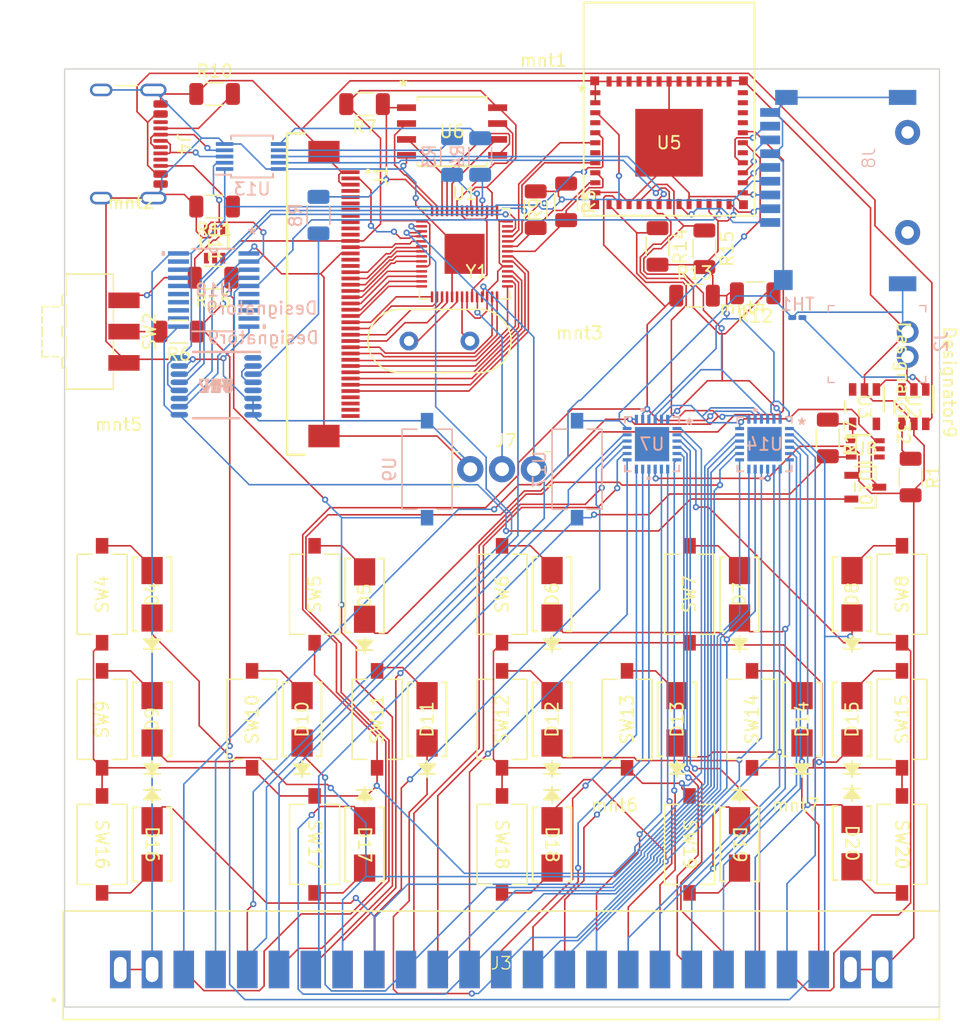
<source format=kicad_pcb>
(kicad_pcb (version 20221018) (generator pcbnew)
  (layers (0 "F.Cu" signal) (31 "B.Cu" signal) (34 "B.Paste" user) (35 "F.Paste" user) (36 "B.SilkS" user "B.Silkscreen") (37 "F.SilkS" user "F.Silkscreen") (38 "B.Mask" user) (39 "F.Mask" user) (44 "Edge.Cuts" user))
  (net 0 "")
  (net 1 "GND")
  (net 2 "Net-(U2-OUT)")
  (net 3 "/RP2040_UART0_TX")
  (net 4 "/RP2040_UART0_RX")
  (net 5 "/DISP_CONN/LEDA")
  (net 6 "/DISP_CONN/RESET")
  (net 7 "/DISP_CONN/DB15")
  (net 8 "/DISP_CONN/DB14")
  (net 9 "/DISP_CONN/DB13")
  (net 10 "/DISP_CONN/DB12")
  (net 11 "/DISP_CONN/DB11")
  (net 12 "/DISP_CONN/DB10")
  (net 13 "/DISP_CONN/DB9")
  (net 14 "/DISP_CONN/DB8")
  (net 15 "/DISP_CONN/DB7")
  (net 16 "/DISP_CONN/DB6")
  (net 17 "/DISP_CONN/DB5")
  (net 18 "/DISP_CONN/DB4")
  (net 19 "Net-(U1-XIN)")
  (net 20 "Net-(U1-XOUT)")
  (net 21 "Net-(U1-VREG_VOUT)")
  (net 22 "/DISP_CONN/DB3")
  (net 23 "/DISP_CONN/DB2")
  (net 24 "/DISP_CONN/DB1")
  (net 25 "/DISP_CONN/DB0")
  (net 26 "/DISP_CONN/RD")
  (net 27 "/DISP_CONN/WR")
  (net 28 "/DISP_CONN/RS (D{slash}C)")
  (net 29 "/DISP_CONN/CS")
  (net 30 "/RP2040_CHIP_EN_OUT")
  (net 32 "Net-(U1-USB_DM)")
  (net 33 "Net-(U1-USB_DP)")
  (net 34 "Net-(U1-QSPI_SD3)")
  (net 35 "Net-(U1-QSPI_SCLK)")
  (net 36 "Net-(U1-QSPI_SD0)")
  (net 37 "Net-(U1-QSPI_SD2)")
  (net 38 "Net-(U1-QSPI_SD1)")
  (net 39 "Net-(U1-QSPI_SS)")
  (net 40 "Net-(U2-TS)")
  (net 42 "Net-(U2-ISET)")
  (net 43 "VBUS")
  (net 46 "/RUN_MODE")
  (net 47 "/FLASH_LATCH")
  (net 48 "/LATCH_PULSE")
  (net 49 "+3.3V")
  (net 52 "/CHIP_EN")
  (net 53 "/GPIO_I2C_SDA")
  (net 54 "/GPIO_I2C_SCL")
  (net 55 "/64_GPIO_I2C/~{INT}")
  (net 56 "/64_GPIO_I2C/~{RESET}")
  (net 57 "/ESP32/D-")
  (net 58 "/ESP32/D+")
  (net 59 "/ESP32/IO_14")
  (net 61 "/ESP32/IO_18")
  (net 62 "/GPIO_I2C_INT")
  (net 63 "/ESP32/IO_20")
  (net 64 "/ESP32/IO_21")
  (net 65 "/ESP32/IO_22")
  (net 66 "/ESP32/IO_23")
  (net 71 "/KPA0")
  (net 72 "/KPA1")
  (net 73 "/KPA2")
  (net 74 "/KPA3")
  (net 75 "/KPA4")
  (net 76 "/KPA5")
  (net 77 "/KPA6")
  (net 78 "/KPA7")
  (net 79 "/KPA8")
  (net 80 "/KPA9")
  (net 81 "/KPA10")
  (net 82 "/KPA11")
  (net 83 "/KPA12")
  (net 84 "/KPA13")
  (net 85 "/KPA14")
  (net 86 "/KPA15")
  (net 90 "/RP2040_BOOTPIN")
  (net 91 "/MODE_MUX/D+")
  (net 92 "/MODE_MUX/D-")
  (net 93 "/MODE_MUX/D- Y")
  (net 94 "/MODE_MUX/D+ Y")
  (net 95 "/KPB0")
  (net 96 "/KPB1")
  (net 97 "/KPB2")
  (net 98 "/KPB3")
  (net 99 "/KPB4")
  (net 100 "/KPB5")
  (net 101 "/KPB6")
  (net 102 "/KPB7")
  (net 103 "/KPB8")
  (net 104 "/KPB9")
  (net 105 "/KPB10")
  (net 106 "/KPB11")
  (net 107 "/KPB12")
  (net 108 "/KPB13")
  (net 109 "/KPB14")
  (net 110 "/KPB15")
  (net 112 "Net-(J4-CC1)")
  (net 114 "Net-(J4-CC2)")
  (net 116 "/PWR_RP2040")
  (net 131 "/MODE_PIN")
  (net 132 "/FLASH_PIN")
  (net 133 "/ESP32_UART0_RX")
  (net 134 "/ESP32_UART0_TX")
  (net 135 "/GLOBAL_RESET_PIN")
  (net 138 "VCC")
  (net 139 "Net-(SW2-B)")
  (net 140 "Net-(D4-A)")
  (net 141 "Net-(D5-A)")
  (net 142 "Net-(D6-A)")
  (net 143 "Net-(D7-A)")
  (net 144 "Net-(D8-A)")
  (net 145 "Net-(D9-A)")
  (net 146 "Net-(D10-A)")
  (net 147 "Net-(D11-A)")
  (net 148 "Net-(D12-A)")
  (net 149 "Net-(D13-A)")
  (net 150 "Net-(D14-A)")
  (net 151 "Net-(D15-A)")
  (net 152 "Net-(D16-A)")
  (net 153 "Net-(D17-A)")
  (net 154 "Net-(D18-A)")
  (net 155 "Net-(D19-A)")
  (net 156 "Net-(D20-A)")
  (net 157 "/ESP32/LP_UART_RXD")
  (net 158 "/ESP32/LP_UART_TXD")
  (net 159 "/ESP32/LP_UART_RTSN")
  (net 160 "/ESP32/LP_UART_CTSN")
  (net 173 "Net-(U1-SWCLK)")
  (net 174 "Net-(U1-SWD)")
  (net 175 "/ESP32/IO_19")
  (net 177 "Net-(U12-B0)")
  (footprint "footprints:SMA_SDS" (layer "F.Cu") (at 27 82 -90)
    (fp_text reference "D16")
    (fp_text value "D_Small")
  )
  (footprint "Button_Switch_SMD:SW_Tactile_SPST_NO_Straight_CK_PTS636Sx25SMTRLFS" (layer "F.Cu") (at 70 62 90)
    (fp_text reference "SW7")
    (fp_text value "KP_HOME")
  )
  (footprint "footprints:DBV0005A_N" (layer "F.Cu") (at 84 47 -90)
    (fp_text reference "U3")
    (fp_text value "TPS613221ADBVR")
  )
  (footprint "MountingHole:MountingHole_2.2mm_M2" (layer "F.Cu") (at 24.3125 51.625)
    (fp_text reference "mnt5")
    (fp_text value "MountingHole_2.2mm_M2")
  )
  (footprint "Resistor_SMD:R_1206_3216Metric" (layer "F.Cu") (at 29.125 41 180)
    (fp_text reference "R6")
    (fp_text value "10k")
  )
  (footprint "Resistor_SMD:R_1206_3216Metric" (layer "F.Cu") (at 81.0625 49.5 -90)
    (fp_text reference "R17")
    (fp_text value "10k")
  )
  (footprint "MountingHole:MountingHole_2.2mm_M2" (layer "F.Cu") (at 78.5 82.0625)
    (fp_text reference "mnt7")
    (fp_text value "MountingHole_2.2mm_M2")
  )
  (footprint "Button_Switch_SMD:SW_Tactile_SPST_NO_Straight_CK_PTS636Sx25SMTRLFS" (layer "F.Cu") (at 23 62 90)
    (fp_text reference "SW4")
    (fp_text value "KP_CTRL")
  )
  (footprint "Button_Switch_SMD:SW_Tactile_SPST_NO_Straight_CK_PTS636Sx25SMTRLFS" (layer "F.Cu") (at 35 72 90)
    (fp_text reference "SW10")
    (fp_text value "KP_MODLOCK")
  )
  (footprint "MountingHole:MountingHole_2.2mm_M2" (layer "F.Cu") (at 61.1875 44.3125)
    (fp_text reference "mnt3")
    (fp_text value "MountingHole_2.2mm_M2")
  )
  (footprint "MountingHole:MountingHole_2.2mm_M2" (layer "F.Cu") (at 58.3125 22.5)
    (fp_text reference "mnt1")
    (fp_text value "MountingHole_2.2mm_M2")
  )
  (footprint "Button_Switch_SMD:SW_Tactile_SPST_NO_Straight_CK_PTS636Sx25SMTRLFS" (layer "F.Cu") (at 55 72 90)
    (fp_text reference "SW12")
    (fp_text value "KP_OK")
  )
  (footprint "Resistor_SMD:R_1206_3216Metric" (layer "F.Cu") (at 87.6875 52.625 -90)
    (fp_text reference "R1")
    (fp_text value "1K")
  )
  (footprint "Button_Switch_SMD:SW_Tactile_SPST_NO_Straight_CK_PTS636Sx25SMTRLFS" (layer "F.Cu") (at 87 72 90)
    (fp_text reference "SW15")
    (fp_text value "KP_PROG")
  )
  (footprint "Button_Switch_SMD:SW_Tactile_SPST_NO_Straight_CK_PTS636Sx25SMTRLFS" (layer "F.Cu") (at 55 62 90)
    (fp_text reference "SW6")
    (fp_text value "KP_UP")
  )
  (footprint "MountingHole:MountingHole_2.2mm_M2" (layer "F.Cu") (at 74.25 42.3125)
    (fp_text reference "mnt4")
    (fp_text value "MountingHole_2.2mm_M2")
  )
  (footprint "5530843_5:edgeport" (layer "F.Cu") (at 54.9375 92)
    (fp_text reference "J3")
    (fp_text value "5530843-5")
  )
  (footprint "Button_Switch_SMD:SW_Tactile_SPST_NO_Straight_CK_PTS636Sx25SMTRLFS" (layer "F.Cu") (at 55 82 -90)
    (fp_text reference "SW18")
    (fp_text value "KP_DOWN")
  )
  (footprint "Button_Switch_SMD:SW_SPDT_CK-JS102011SAQN" (layer "F.Cu") (at 22 41 -90)
    (fp_text reference "SW2")
    (fp_text value "MODE_SWITCH")
  )
  (footprint "footprints:SMA_SDS" (layer "F.Cu") (at 59 72 90)
    (fp_text reference "D12")
    (fp_text value "D_Small")
  )
  (footprint "footprints:SMA_SDS" (layer "F.Cu") (at 79 72 90)
    (fp_text reference "D14")
    (fp_text value "D_Small")
  )
  (footprint "Button_Switch_SMD:SW_Tactile_SPST_NO_Straight_CK_PTS636Sx25SMTRLFS" (layer "F.Cu") (at 87 62 90)
    (fp_text reference "SW8")
    (fp_text value "KP_POWER")
  )
  (footprint "footprints:DCK0006A_N" (layer "F.Cu") (at 32 34 -90)
    (fp_text reference "U11")
    (fp_text value "TPS22919DCKR")
  )
  (footprint "Resistor_SMD:R_1206_3216Metric" (layer "F.Cu") (at 70.4 38.125)
    (fp_text reference "R13")
    (fp_text value "2k")
  )
  (footprint "footprints:SOT-23_M3_MCH" (layer "F.Cu") (at 84.0625 53.4375 -90)
    (fp_text reference "U10")
    (fp_text value "~")
  )
  (footprint "digikey-footprints:PinHeader_1x3_P2.54_Drill1.1mm" (layer "F.Cu") (at 52.46 52)
    (fp_text reference "J7")
    (fp_text value "640456-3")
  )
  (footprint "Resistor_SMD:R_1206_3216Metric" (layer "F.Cu") (at 60.125 30.625 -90)
    (fp_text reference "R5")
    (fp_text value "10k")
  )
  (footprint "footprints:SMA_SDS" (layer "F.Cu") (at 59 82 -90)
    (fp_text reference "D18")
    (fp_text value "D_Small")
  )
  (footprint "Button_Switch_SMD:SW_Tactile_SPST_NO_Straight_CK_PTS636Sx25SMTRLFS" (layer "F.Cu") (at 45 72 90)
    (fp_text reference "SW11")
    (fp_text value "KP_LEFT")
  )
  (footprint "footprints:SMA_SDS" (layer "F.Cu") (at 27 72 90)
    (fp_text reference "D9")
    (fp_text value "D_Small")
  )
  (footprint "Button_Switch_SMD:SW_Tactile_SPST_NO_Straight_CK_PTS636Sx25SMTRLFS" (layer "F.Cu") (at 23 82 -90)
    (fp_text reference "SW16")
    (fp_text value "KP_MENU")
  )
  (footprint "footprints:SMA_SDS" (layer "F.Cu") (at 39 72 90)
    (fp_text reference "D10")
    (fp_text value "D_Small")
  )
  (footprint "footprints:SMA_SDS" (layer "F.Cu") (at 69 72 90)
    (fp_text reference "D13")
    (fp_text value "D_Small")
  )
  (footprint "Resistor_SMD:R_1206_3216Metric" (layer "F.Cu") (at 71.1875 34.375 -90)
    (fp_text reference "R15")
    (fp_text value "2k")
  )
  (footprint "footprints:DBV0006A_N" (layer "F.Cu") (at 87.95 47 -90)
    (fp_text reference "U2")
    (fp_text value "BQ21040DBVR")
  )
  (footprint "footprints:SMA_SDS" (layer "F.Cu") (at 74 82 -90)
    (fp_text reference "D19")
    (fp_text value "D_Small")
  )
  (footprint "Package_DFN_QFN:QFN-56-1EP_7x7mm_P0.4mm_EP3.2x3.2mm" (layer "F.Cu") (at 52 34.7812)
    (fp_text reference "U1")
    (fp_text value "RP2040")
  )
  (footprint "footprints:SOIC-8_5P28X5P28_WIN" (layer "F.Cu") (at 51 25)
    (fp_text reference "U6")
    (fp_text value "W25Q32JVSSIQ")
  )
  (footprint "Button_Switch_SMD:SW_Tactile_SPST_NO_Straight_CK_PTS636Sx25SMTRLFS" (layer "F.Cu") (at 87 82 -90)
    (fp_text reference "SW20")
    (fp_text value "KP_FUNCS")
  )
  (footprint "footprints:SMA_SDS" (layer "F.Cu") (at 44 62.1049 90)
    (fp_text reference "D5")
    (fp_text value "D_Small")
  )
  (footprint "footprints:ESP32-C6_EXP" (layer "F.Cu") (at 68.3621 23.2109)
    (fp_text reference "U5")
    (fp_text value "ESP32-C6-MINI-1-H4")
  )
  (footprint "footprints:DCK0006A_N" (layer "F.Cu") (at 84.0625 50.375)
    (fp_text reference "U8")
    (fp_text value "TPS22919DCKR")
  )
  (footprint "footprints:SMA_SDS" (layer "F.Cu") (at 59 62 90)
    (fp_text reference "D6")
    (fp_text value "D_Small")
  )
  (footprint "Button_Switch_SMD:SW_Tactile_SPST_NO_Straight_CK_PTS636Sx25SMTRLFS" (layer "F.Cu") (at 65 72 90)
    (fp_text reference "SW13")
    (fp_text value "KP_RIGHT")
  )
  (footprint "Button_Switch_SMD:SW_Tactile_SPST_NO_Straight_CK_PTS636Sx25SMTRLFS" (layer "F.Cu") (at 70 82 -90)
    (fp_text reference "SW19")
    (fp_text value "KP_TASKS")
  )
  (footprint "Resistor_SMD:R_1206_3216Metric" (layer "F.Cu") (at 32 31 180)
    (fp_text reference "R11")
    (fp_text value "5.1k")
  )
  (footprint "footprints:SMA_SDS" (layer "F.Cu") (at 74 62 90)
    (fp_text reference "D7")
    (fp_text value "D_Small")
  )
  (footprint "Resistor_SMD:R_1206_3216Metric" (layer "F.Cu") (at 75.25 37.9375 180)
    (fp_text reference "R12")
    (fp_text value "2k")
  )
  (footprint "Resistor_SMD:R_1206_3216Metric" (layer "F.Cu") (at 31.875 36.6875 180)
    (fp_text reference "R16")
    (fp_text value "10k")
  )
  (footprint "MountingHole:MountingHole_2.2mm_M2" (layer "F.Cu") (at 25.3125 33.875)
    (fp_text reference "mnt2")
    (fp_text value "MountingHole_2.2mm_M2")
  )
  (footprint "footprints:GCT_FFC2B21-40-T_REVA" (layer "F.Cu") (at 42.875 38 -90)
    (fp_text reference "J1")
    (fp_text value "FFC2B21-40-T_REVA")
  )
  (footprint "footprints:SMA_SDS" (layer "F.Cu") (at 27 62 90)
    (fp_text reference "D4")
    (fp_text value "D_Small")
  )
  (footprint "Crystal:Crystal_HC49-4H_Vertical" (layer "F.Cu") (at 47.55 41.75)
    (fp_text reference "Y1")
    (fp_text value "12MHz")
  )
  (footprint "footprints:SMA_SDS" (layer "F.Cu") (at 49 72 90)
    (fp_text reference "D11")
    (fp_text value "D_Small")
  )
  (footprint "Resistor_SMD:R_1206_3216Metric" (layer "F.Cu") (at 67.4375 34.1875 -90)
    (fp_text reference "R14")
    (fp_text value "2k")
  )
  (footprint "Resistor_SMD:R_1206_3216Metric" (layer "F.Cu") (at 44 22.8125 180)
    (fp_text reference "R7")
    (fp_text value "10k")
  )
  (footprint "footprints:SMA_SDS" (layer "F.Cu") (at 83 72 90)
    (fp_text reference "D15")
    (fp_text value "D_Small")
  )
  (footprint "footprints:SMA_SDS" (layer "F.Cu") (at 83 81.8951 -90)
    (fp_text reference "D20")
    (fp_text value "D_Small")
  )
  (footprint "Resistor_SMD:R_1206_3216Metric" (layer "F.Cu") (at 32 22)
    (fp_text reference "R10")
    (fp_text value "5.1k")
  )
  (footprint "footprints:SMA_SDS" (layer "F.Cu") (at 83 62 90)
    (fp_text reference "D8")
    (fp_text value "D_Small" hide)
  )
  (footprint "Button_Switch_SMD:SW_Tactile_SPST_NO_Straight_CK_PTS636Sx25SMTRLFS" (layer "F.Cu") (at 40 82 -90)
    (fp_text reference "SW17")
    (fp_text value "KP_BACK")
  )
  (footprint "Button_Switch_SMD:SW_Tactile_SPST_NO_Straight_CK_PTS636Sx25SMTRLFS" (layer "F.Cu") (at 23 72 90)
    (fp_text reference "SW9")
    (fp_text value "KP_ALT")
  )
  (footprint "Button_Switch_SMD:SW_Tactile_SPST_NO_Straight_CK_PTS636Sx25SMTRLFS" (layer "F.Cu") (at 40 62 90)
    (fp_text reference "SW5")
    (fp_text value "KP_SHIFT")
  )
  (footprint "Resistor_SMD:R_1206_3216Metric" (layer "F.Cu") (at 57.6875 31.25 -90)
    (fp_text reference "R9")
    (fp_text value "10k")
  )
  (footprint "footprints:SMA_SDS" (layer "F.Cu") (at 44 82 -90)
    (fp_text reference "D17")
    (fp_text value "D_Small")
  )
  (footprint "Connector_USB:USB_C_Receptacle_GCT_USB4105-xx-A_16P_TopMnt_Horizontal" (layer "F.Cu") (at 24 26 -90)
    (fp_text reference "J4")
    (fp_text value "USB4105-GF-A")
  )
  (footprint "Button_Switch_SMD:SW_Tactile_SPST_NO_Straight_CK_PTS636Sx25SMTRLFS" (layer "F.Cu") (at 75 72 90)
    (fp_text reference "SW14")
    (fp_text value "KP_HELP")
  )
  (footprint "MountingHole:MountingHole_2.2mm_M2" (layer "F.Cu") (at 64 82.0625)
    (fp_text reference "mnt6")
    (fp_text value "MountingHole_2.2mm_M2")
  )
  (footprint "footprints:PW20" (layer "B.Cu") (at 31.9306 37.675 180)
    (fp_text reference "U18")
    (fp_text value "SN74HCT373PWR")
  )
  (footprint "Resistor_SMD:R_1206_3216Metric" (layer "B.Cu") (at 40.3125 31.6875 -90)
    (fp_text reference "R8")
    (fp_text value "1k")
  )
  (footprint "5530843_5:msd-11-a" (layer "B.Cu") (at 84.85 27.125 -90)
    (fp_text reference "J8")
    (fp_text value "Micro_SD_Card")
  )
  (footprint "footprints:PW0016A_N" (layer "B.Cu") (at 32.125 45.375 180)
    (fp_text reference "U12")
    (fp_text value "CD4053B")
  )
  (footprint "Resistor_SMD:R_0201_0603Metric_Pad0.64x0.40mm_HandSolder" (layer "B.Cu") (at 78.625 39.875 180)
    (fp_text reference "TH1")
    (fp_text value "battery thermistor")
  )
  (footprint "Resistor_SMD:R_1206_3216Metric" (layer "B.Cu") (at 53.25 27 -90)
    (fp_text reference "R4")
    (fp_text value "27")
  )
  (footprint "Button_Switch_SMD:SW_Tactile_SPST_NO_Straight_CK_PTS636Sx25SMTRLFS" (layer "B.Cu") (at 49 52 -90)
    (fp_text reference "U9")
    (fp_text value "FLASH_BTN")
  )
  (footprint "footprints:TQFN44-24_KIN" (layer "B.Cu") (at 76 50 180)
    (fp_text reference "U14")
    (fp_text value "KTS1622EUAA-TR")
  )
  (footprint "footprints:TQFN44-24_KIN" (layer "B.Cu") (at 67 50 180)
    (fp_text reference "U7")
    (fp_text value "KTS1622EUAA-TR")
  )
  (footprint "digikey-footprints:PinHeader_1x2_P2mm_Drill1mm_RA" (layer "B.Cu") (at 87.45 43.02 90)
    (fp_text reference "J2")
    (fp_text value "battery")
  )
  (footprint "Package_SO:MSOP-10_3x3mm_P0.5mm" (layer "B.Cu") (at 35 27)
    (fp_text reference "U13")
    (fp_text value "FSUSB42MUX")
  )
  (footprint "Resistor_SMD:R_1206_3216Metric" (layer "B.Cu") (at 51 27 -90)
    (fp_text reference "R3")
    (fp_text value "27")
  )
  (footprint "Button_Switch_SMD:SW_Tactile_SPST_NO_Straight_CK_PTS636Sx25SMTRLFS" (layer "B.Cu") (at 61 52 -90)
    (fp_text reference "U17")
    (fp_text value "RESET_BTN")
  )
  (gr_rect (start 20 20) (end 90 95) (stroke (width 0.1)) (fill none) (layer "Edge.Cuts"))
  (segment (start 27.68 30.0325) (end 27.68 29.2) (width 0.125) (layer "F.Cu") (net 1))
  (segment (start 27.68 30.0325) (end 29.57 30.0325) (width 0.125) (layer "F.Cu") (net 1))
  (segment (start 62.4621 22.6996) (end 62.4621 21.8995) (width 0.125) (layer "F.Cu") (net 1))
  (segment (start 23.3106 41.7717) (end 24.75 43.2111) (width 0.125) (layer "F.Cu") (net 1))
  (segment (start 27.68 22.255) (end 27.68 22.8) (width 0.125) (layer "F.Cu") (net 1))
  (segment (start 42.1534 28.25) (end 40.75 26.8466) (width 0.125) (layer "F.Cu") (net 1))
  (segment (start 87.6875 54.0875) (end 87.6875 53.9335) (width 0.125) (layer "F.Cu") (net 1))
  (segment (start 84.4814 38.0514) (end 87.45 41.02) (width 0.125) (layer "F.Cu") (net 1))
  (segment (start 47.3551 27.4972) (end 47.3551 26.905) (width 0.125) (layer "F.Cu") (net 1))
  (segment (start 23.3106 30.32) (end 27.105 30.32) (width 0.125) (layer "F.Cu") (net 1))
  (segment (start 27.3925 30.0325) (end 27.68 30.0325) (width 0.125) (layer "F.Cu") (net 1))
  (segment (start 69.9623 30.2019) (end 69.9623 30.8) (width 0.125) (layer "F.Cu") (net 1))
  (segment (start 67.562 21) (end 68.3621 21) (width 0.125) (layer "F.Cu") (net 1))
  (segment (start 48.0948 30.323) (end 48.0948 30.876) (width 0.125) (layer "F.Cu") (net 1))
  (segment (start 47.1078 27.7445) (end 47.3551 27.4972) (width 0.125) (layer "F.Cu") (net 1))
  (segment (start 24.75 43.2111) (end 24.75 43.5) (width 0.125) (layer "F.Cu") (net 1))
  (segment (start 87.95 48.203) (end 86.2849 46.5379) (width 0.125) (layer "F.Cu") (net 1))
  (segment (start 68.3621 21) (end 68.3621 25.9) (width 0.125) (layer "F.Cu") (net 1))
  (segment (start 42.1534 28.25) (end 42.875 28.25) (width 0.125) (layer "F.Cu") (net 1))
  (segment (start 71.5625 21) (end 72.3626 21) (width 0.125) (layer "F.Cu") (net 1))
  (segment (start 65.9618 21) (end 66.7619 21) (width 0.125) (layer "F.Cu") (net 1))
  (segment (start 31.6285 33.4894) (end 31.0394 33.4894) (width 0.125) (layer "F.Cu") (net 1))
  (segment (start 62.4113 20.9492) (end 62.4621 21) (width 0.125) (layer "F.Cu") (net 1))
  (segment (start 38.9438 24.8437) (end 42.8383 20.9492) (width 0.125) (layer "F.Cu") (net 1))
  (segment (start 40.4803 36.3778) (end 42.1081 34.75) (width 0.125) (layer "F.Cu") (net 1))
  (segment (start 32.6271 43.2111) (end 32.7077 43.1305) (width 0.125) (layer "F.Cu") (net 1))
  (segment (start 42.1081 34.75) (end 42.875 34.75) (width 0.125) (layer "F.Cu") (net 1))
  (segment (start 67.2944 52.7336) (end 67.2926 52.7354) (width 0.125) (layer "F.Cu") (net 1))
  (segment (start 48.0948 30.876) (end 52 34.7812) (width 0.125) (layer "F.Cu") (net 1))
  (segment (start 68.3621 28.3044) (end 67.5776 28.3044) (width 0.125) (layer "F.Cu") (net 1))
  (segment (start 42.2099 29.25) (end 41.9461 28.9862) (width 0.125) (layer "F.Cu") (net 1))
  (segment (start 83.5555 50.7274) (end 83.2031 50.375) (width 0.125) (layer "F.Cu") (net 1))
  (segment (start 88.7673 52.8537) (end 88.7673 50.1041) (width 0.125) (layer "F.Cu") (net 1))
  (segment (start 84.6846 46.5379) (end 84 45.8533) (width 0.125) (layer "F.Cu") (net 1))
  (segment (start 66.7619 21) (end 67.562 21) (width 0.125) (layer "F.Cu") (net 1))
  (segment (start 64.3616 21) (end 63.5615 21) (width 0.125) (layer "F.Cu") (net 1))
  (segment (start 65.1617 21) (end 65.9618 21) (width 0.125) (layer "F.Cu") (net 1))
  (segment (start 40.75 26.8466) (end 40.75 26.65) (width 0.125) (layer "F.Cu") (net 1))
  (segment (start 88.7673 50.1041) (end 87.95 49.2868) (width 0.125) (layer "F.Cu") (net 1))
  (segment (start 85.4175 92) (end 87.9413 89.4762) (width 0.125) (layer "F.Cu") (net 1))
  (segment (start 31.6029 20.9346) (end 30.5375 22) (width 0.125) (layer "F.Cu") (net 1))
  (segment (start 68.3621 21) (end 69.1622 21) (width 0.125) (layer "F.Cu") (net 1))
  (segment (start 23.3106 30.32) (end 23.3106 41.7717) (width 0.125) (layer "F.Cu") (net 1))
  (segment (start 22.925 30.32) (end 23.3106 30.32) (width 0.125) (layer "F.Cu") (net 1))
  (segment (start 30.5375 22) (end 27.935 22) (width 0.125) (layer "F.Cu") (net 1))
  (segment (start 65.1617 30.7203) (end 65.1617 30.8) (width 0.125) (layer "F.Cu") (net 1))
  (segment (start 62.4113 30.8508) (end 62.4621 30.8) (width 0.125) (layer "F.Cu") (net 1))
  (segment (start 51 38.2187) (end 51 35.7812) (width 0.125) (layer "F.Cu") (net 1))
  (segment (start 64.3616 21) (end 65.1617 21) (width 0.125) (layer "F.Cu") (net 1))
  (segment (start 62.4621 30.8) (end 62.4621 29.9005) (width 0.125) (layer "F.Cu") (net 1))
  (segment (start 69.9623 30.2019) (end 69.9623 29.9046) (width 0.125) (layer "F.Cu") (net 1))
  (segment (start 87.9413 54.3413) (end 87.6875 54.0875) (width 0.125) (layer "F.Cu") (net 1))
  (segment (start 87.9413 89.4762) (end 87.9413 54.3413) (width 0.125) (layer "F.Cu") (net 1))
  (segment (start 62.4621 21) (end 62.4621 21.8995) (width 0.125) (layer "F.Cu") (net 1))
  (segment (start 87.95 49.2868) (end 87.95 48.375) (width 0.125) (layer "F.Cu") (net 1))
  (segment (start 52.46 52) (end 49.81 49.35) (width 0.125) (layer "F.Cu") (net 1))
  (segment (start 51 35.7812) (end 52 34.7812) (width 0.125) (layer "F.Cu") (net 1))
  (segment (start 84.5436 53.9335) (end 83.5556 52.9455) (width 0.125) (layer "F.Cu") (net 1))
  (segment (start 73.1627 21) (end 73.2135 20.9492) (width 0.125) (layer "F.Cu") (net 1))
  (segment (start 83.5555 52.4875) (end 82.9449 52.4875) (width 0.125) (layer "F.Cu") (net 1))
  (segment (start 29.57 30.0325) (end 30.5375 31) (width 0.125) (layer "F.Cu") (net 1))
  (segment (start 78.8153 50.1684) (end 76.2501 52.7336) (width 0.125) (layer "F.Cu") (net 1))
  (segment (start 31.0394 33.4894) (end 30.5375 32.9875) (width 0.125) (layer "F.Cu") (net 1))
  (segment (start 83.5556 52.4875) (end 83.5555 52.4875) (width 0.125) (layer "F.Cu") (net 1))
  (segment (start 84 45.8533) (end 84 45.625) (width 0.125) (layer "F.Cu") (net 1))
  (segment (start 83.5555 52.4875) (end 83.5555 50.7274) (width 0.125) (layer "F.Cu") (net 1))
  (segment (start 87.95 48.375) (end 87.95 48.203) (width 0.125) (layer "F.Cu") (net 1))
  (segment (start 24.75 43.2111) (end 30.254 43.2111) (width 0.125) (layer "F.Cu") (net 1))
  (segment (start 84.4814 31.1177) (end 84.4814 38.0514) (width 0.125) (layer "F.Cu") (net 1))
  (segment (start 30.5375 32.9875) (end 30.5375 31) (width 0.125) (layer "F.Cu") (net 1))
  (segment (start 82.9375 50.375) (end 82.7309 50.1684) (width 0.125) (layer "F.Cu") (net 1))
  (segment (start 38.9438 24.8437) (end 35.0346 20.9346) (width 0.125) (layer "F.Cu") (net 1))
  (segment (start 74.3129 20.9492) (end 84.4814 31.1177) (width 0.125) (layer "F.Cu") (net 1))
  (segment (start 40.4803 36.3778) (end 40.75 36.6475) (width 0.125) (layer "F.Cu") (net 1))
  (segment (start 40.75 36.6475) (end 40.75 49.35) (width 0.125) (layer "F.Cu") (net 1))
  (segment (start 69.9623 29.9046) (end 68.3621 28.3044) (width 0.125) (layer "F.Cu") (net 1))
  (segment (start 76.2501 52.7336) (end 67.2944 52.7336) (width 0.125) (layer "F.Cu") (net 1))
  (segment (start 42.8383 20.9492) (end 62.4113 20.9492) (width 0.125) (layer "F.Cu") (net 1))
  (segment (start 30.254 43.2111) (end 32.6271 43.2111) (width 0.125) (layer "F.Cu") (net 1))
  (segment (start 42.875 29.25) (end 42.2099 29.25) (width 0.125) (layer "F.Cu") (net 1))
  (segment (start 27.935 22) (end 27.68 22.255) (width 0.125) (layer "F.Cu") (net 1))
  (segment (start 32 32.875) (end 32 33.1179) (width 0.125) (layer "F.Cu") (net 1))
  (segment (start 85.4175 92) (end 82.8775 92) (width 0.125) (layer "F.Cu") (net 1))
  (segment (start 74.3129 30.8508) (end 73.664 30.2019) (width 0.125) (layer "F.Cu") (net 1))
  (segment (start 41.9461 28.4573) (end 42.1534 28.25) (width 0.125) (layer "F.Cu") (net 1))
  (segment (start 62.4621 21) (end 63.5615 21) (width 0.125) (layer "F.Cu") (net 1))
  (segment (start 27.105 30.32) (end 27.3925 30.0325) (width 0.125) (layer "F.Cu") (net 1))
  (segment (start 27.105 21.68) (end 27.68 22.255) (width 0.125) (layer "F.Cu") (net 1))
  (segment (start 67.5776 28.3044) (end 65.1617 30.7203) (width 0.125) (layer "F.Cu") (net 1))
  (segment (start 82.7309 50.1684) (end 78.8153 50.1684) (width 0.125) (layer "F.Cu") (net 1))
  (segment (start 73.664 30.2019) (end 69.9623 30.2019) (width 0.125) (layer "F.Cu") (net 1))
  (segment (start 83.5556 52.9455) (end 83.5556 52.4875) (width 0.125) (layer "F.Cu") (net 1))
  (segment (start 62.4621 29.9005) (end 62.4946 29.868) (width 0.125) (layer "F.Cu") (net 1))
  (segment (start 87.6875 53.9335) (end 88.7673 52.8537) (width 0.125) (layer "F.Cu") (net 1))
  (segment (start 49.81 49.35) (end 40.75 49.35) (width 0.125) (layer "F.Cu") (net 1))
  (segment (start 62.4946 29.868) (end 64.3094 29.868) (width 0.125) (layer "F.Cu") (net 1))
  (segment (start 69.9623 21) (end 70.7624 21) (width 0.125) (layer "F.Cu") (net 1))
  (segment (start 83.2031 50.375) (end 82.9375 50.375) (width 0.125) (layer "F.Cu") (net 1))
  (segment (start 37.3678 36.3778) (end 40.4803 36.3778) (width 0.125) (layer "F.Cu") (net 1))
  (segment (start 69.1622 21) (end 69.9623 21) (width 0.125) (layer "F.Cu") (net 1))
  (segment (start 73.2135 20.9492) (end 74.3129 20.9492) (width 0.125) (layer "F.Cu") (net 1))
  (segment (start 87.6875 53.9335) (end 84.5436 53.9335) (width 0.125) (layer "F.Cu") (net 1))
  (segment (start 87.45 41.02) (end 84 44.47) (width 0.125) (layer "F.Cu") (net 1))
  (segment (start 68.3621 28.3044) (end 68.3621 25.9) (width 0.125) (layer "F.Cu") (net 1))
  (segment (start 35.1812 34.1912) (end 37.3678 36.3778) (width 0.125) (layer "F.Cu") (net 1))
  (segment (start 35.0346 20.9346) (end 31.6029 20.9346) (width 0.125) (layer "F.Cu") (net 1))
  (segment (start 72.3626 21) (end 73.1627 21) (width 0.125) (layer "F.Cu") (net 1))
  (segment (start 32 33.1179) (end 31.6285 33.4894) (width 0.125) (layer "F.Cu") (net 1))
  (segment (start 84 44.47) (end 84 45.625) (width 0.125) (layer "F.Cu") (net 1))
  (segment (start 41.9461 28.9862) (end 41.9461 28.4573) (width 0.125) (layer "F.Cu") (net 1))
  (segment (start 38.9438 24.8437) (end 40.75 26.65) (width 0.125) (layer "F.Cu") (net 1))
  (segment (start 64.3094 29.868) (end 65.1617 30.7203) (width 0.125) (layer "F.Cu") (net 1))
  (segment (start 86.2849 46.5379) (end 84.6846 46.5379) (width 0.125) (layer "F.Cu") (net 1))
  (segment (start 70.7624 21) (end 71.5625 21) (width 0.125) (layer "F.Cu") (net 1))
  (via (at 48.0948 30.323) (size 0.5) (drill 0.25) (layers "F.Cu" "B.Cu") (net 1))
  (via (at 67.2926 52.7354) (size 0.5) (drill 0.25) (layers "F.Cu" "B.Cu") (net 1))
  (via (at 32.7077 43.1305) (size 0.5) (drill 0.25) (layers "F.Cu" "B.Cu") (net 1))
  (via (at 47.1078 27.7445) (size 0.5) (drill 0.25) (layers "F.Cu" "B.Cu") (net 1))
  (via (at 30.254 43.2111) (size 0.5) (drill 0.25) (layers "F.Cu" "B.Cu") (net 1))
  (via (at 76.2501 52.7336) (size 0.5) (drill 0.25) (layers "F.Cu" "B.Cu") (net 1))
  (via (at 35.1812 34.1912) (size 0.5) (drill 0.25) (layers "F.Cu" "B.Cu") (net 1))
  (segment (start 34.75 34.75) (end 34.75 34.6224) (width 0.125) (layer "B.Cu") (net 1))
  (segment (start 77.4394 26.1561) (end 77.4394 24.1045) (width 0.125) (layer "B.Cu") (net 1))
  (segment (start 67.2501 51.9939) (end 67.2501 52.6929) (width 0.125) (layer "B.Cu") (net 1))
  (segment (start 87.45 41.02) (end 87.05 40.62) (width 0.125) (layer "B.Cu") (net 1))
  (segment (start 77.4394 24.1045) (end 76.8099 23.475) (width 0.125) (layer "B.Cu") (net 1))
  (segment (start 35.55 48.125) (end 35.075 47.65) (width 0.125) (layer "B.Cu") (net 1))
  (segment (start 76.8099 23.475) (end 77.75 22.5349) (width 0.125) (layer "B.Cu") (net 1))
  (segment (start 64.3814 48.125) (end 64.3814 47.5209) (width 0.125) (layer "B.Cu") (net 1))
  (segment (start 27.7721 29.6529) (end 27.105 30.32) (width 0.125) (layer "B.Cu") (net 1))
  (segment (start 32.7077 44.5267) (end 32.7077 43.1305) (width 0.125) (layer "B.Cu") (net 1))
  (segment (start 47.0285 28) (end 48.0948 29.0663) (width 0.125) (layer "B.Cu") (net 1))
  (segment (start 87.05 39.4473) (end 78.6452 39.4473) (width 0.125) (layer "B.Cu") (net 1))
  (segment (start 76.2501 51.9939) (end 76.2501 52.7336) (width 0.125) (layer "B.Cu") (net 1))
  (segment (start 61 48.125) (end 64.3814 48.125) (width 0.125) (layer "B.Cu") (net 1))
  (segment (start 76.4911 37.8839) (end 76.4911 38.1486) (width 0.125) (layer "B.Cu") (net 1))
  (segment (start 35.075 47) (end 35.075 46.35) (width 0.125) (layer "B.Cu") (net 1))
  (segment (start 27.7721 28.7179) (end 27.7721 29.6529) (width 0.125) (layer "B.Cu") (net 1))
  (segment (start 32.3325 25.5325) (end 30.9575 25.5325) (width 0.125) (layer "B.Cu") (net 1))
  (segment (start 64.3814 48.125) (end 65.0061 48.7497) (width 0.125) (layer "B.Cu") (net 1))
  (segment (start 87.05 39.4473) (end 87.05 37.175) (width 0.125) (layer "B.Cu") (net 1))
  (segment (start 76.8205 26.775) (end 77.4394 26.1561) (width 0.125) (layer "B.Cu") (net 1))
  (segment (start 76.8099 23.475) (end 76.45 23.475) (width 0.125) (layer "B.Cu") (net 1))
  (segment (start 34.75 34.6224) (end 35.1812 34.1912) (width 0.125) (layer "B.Cu") (net 1))
  (segment (start 35.075 46.35) (end 34.531 46.35) (width 0.125) (layer "B.Cu") (net 1))
  (segment (start 47.0285 28) (end 47.1078 27.9207) (width 0.125) (layer "B.Cu") (net 1))
  (segment (start 32.8 26) (end 32.3325 25.5325) (width 0.125) (layer "B.Cu") (net 1))
  (segment (start 29.7151 43.75) (end 30.254 43.2111) (width 0.125) (layer "B.Cu") (net 1))
  (segment (start 52.46 51.585) (end 49 48.125) (width 0.125) (layer "B.Cu") (net 1))
  (segment (start 30.9575 25.5325) (end 27.7721 28.7179) (width 0.125) (layer "B.Cu") (net 1))
  (segment (start 78.6452 39.4473) (end 78.2175 39.875) (width 0.125) (layer "B.Cu") (net 1))
  (segment (start 30.9575 25.5325) (end 27.105 21.68) (width 0.125) (layer "B.Cu") (net 1))
  (segment (start 47.0285 28) (end 37.2 28) (width 0.125) (layer "B.Cu") (net 1))
  (segment (start 76.4911 38.1486) (end 78.2175 39.875) (width 0.125) (layer "B.Cu") (net 1))
  (segment (start 49 48.125) (end 35.55 48.125) (width 0.125) (layer "B.Cu") (net 1))
  (segment (start 48.0948 29.0663) (end 48.0948 30.323) (width 0.125) (layer "B.Cu") (net 1))
  (segment (start 22.925 21.68) (end 27.105 21.68) (width 0.125) (layer "B.Cu") (net 1))
  (segment (start 77.5 27.4545) (end 76.8205 26.775) (width 0.125) (layer "B.Cu") (net 1))
  (segment (start 34.531 46.35) (end 32.7077 44.5267) (width 0.125) (layer "B.Cu") (net 1))
  (segment (start 36.1158 28) (end 34.1158 26) (width 0.125) (layer "B.Cu") (net 1))
  (segment (start 73.7537 38.1486) (end 76.4911 38.1486) (width 0.125) (layer "B.Cu") (net 1))
  (segment (start 52.46 52) (end 52.46 51.585) (width 0.125) (layer "B.Cu") (net 1))
  (segment (start 64.3814 47.5209) (end 73.7537 38.1486) (width 0.125) (layer "B.Cu") (net 1))
  (segment (start 34.1158 26) (end 32.8 26) (width 0.125) (layer "B.Cu") (net 1))
  (segment (start 34.75 41.0882) (end 34.75 40.6) (width 0.125) (layer "B.Cu") (net 1))
  (segment (start 77.75 22.5349) (end 77.75 22.275) (width 0.125) (layer "B.Cu") (net 1))
  (segment (start 37.2 28) (end 36.1158 28) (width 0.125) (layer "B.Cu") (net 1))
  (segment (start 29.175 43.75) (end 29.7151 43.75) (width 0.125) (layer "B.Cu") (net 1))
  (segment (start 77.5 36.875) (end 76.4911 37.8839) (width 0.125) (layer "B.Cu") (net 1))
  (segment (start 35.075 47.65) (end 35.075 47) (width 0.125) (layer "B.Cu") (net 1))
  (segment (start 77.5 36.875) (end 77.5 27.4545) (width 0.125) (layer "B.Cu") (net 1))
  (segment (start 47.1078 27.9207) (end 47.1078 27.7445) (width 0.125) (layer "B.Cu") (net 1))
  (segment (start 76.8205 26.775) (end 76.45 26.775) (width 0.125) (layer "B.Cu") (net 1))
  (segment (start 67.2501 52.6929) (end 67.2926 52.7354) (width 0.125) (layer "B.Cu") (net 1))
  (segment (start 87.05 40.62) (end 87.05 39.4473) (width 0.125) (layer "B.Cu") (net 1))
  (segment (start 77.75 22.275) (end 87.05 22.275) (width 0.125) (layer "B.Cu") (net 1))
  (segment (start 32.7077 43.1305) (end 34.75 41.0882) (width 0.125) (layer "B.Cu") (net 1))
  (segment (start 87.3935 43.0765) (end 87.3935 44.8845) (width 0.125) (layer "F.Cu") (net 2))
  (segment (start 87.3935 44.8845) (end 85.6905 44.8845) (width 0.125) (layer "F.Cu") (net 2))
  (segment (start 87.95 45.441) (end 87.95 45.625) (width 0.125) (layer "F.Cu") (net 2))
  (segment (start 85.6905 44.8845) (end 84.95 45.625) (width 0.125) (layer "F.Cu") (net 2))
  (segment (start 87.3935 44.8845) (end 87.95 45.441) (width 0.125) (layer "F.Cu") (net 2))
  (segment (start 87.45 43.02) (end 87.3935 43.0765) (width 0.125) (layer "F.Cu") (net 2))
  (segment (start 48.5625 32.5812) (end 47.748 32.5812) (width 0.125) (layer "F.Cu") (net 3))
  (segment (start 47.748 32.5812) (end 47.7475 32.5807) (width 0.125) (layer "F.Cu") (net 3))
  (via (at 47.7475 32.5807) (size 0.5) (drill 0.25) (layers "F.Cu" "B.Cu") (net 3))
  (segment (start 34.6175 91.0061) (end 36.1505 89.4731) (width 0.125) (layer "B.Cu") (net 3))
  (segment (start 36.1505 77.4314) (end 56.2699 57.312) (width 0.125) (layer "B.Cu") (net 3))
  (segment (start 36.1505 89.4731) (end 36.1505 77.4314) (width 0.125) (layer "B.Cu") (net 3))
  (segment (start 56.2699 41.1031) (end 47.7475 32.5807) (width 0.125) (layer "B.Cu") (net 3))
  (segment (start 34.6175 92) (end 34.6175 91.0061) (width 0.125) (layer "B.Cu") (net 3))
  (segment (start 56.2699 57.312) (end 56.2699 41.1031) (width 0.125) (layer "B.Cu") (net 3))
  (segment (start 34.6175 87.248) (end 34.6175 92) (width 0.125) (layer "F.Cu") (net 4))
  (segment (start 47.3661 33.0905) (end 47.3661 33.0906) (width 0.125) (layer "F.Cu") (net 4))
  (segment (start 48.4532 33.0905) (end 47.3661 33.0905) (width 0.125) (layer "F.Cu") (net 4))
  (segment (start 48.5625 32.9812) (end 48.4532 33.0905) (width 0.125) (layer "F.Cu") (net 4))
  (segment (start 35.0936 86.7719) (end 34.6175 87.248) (width 0.125) (layer "F.Cu") (net 4))
  (via (at 47.3661 33.0906) (size 0.5) (drill 0.25) (layers "F.Cu" "B.Cu") (net 4))
  (via (at 35.0936 86.7719) (size 0.5) (drill 0.25) (layers "F.Cu" "B.Cu") (net 4))
  (segment (start 49.6879 35.4124) (end 47.3661 33.0906) (width 0.125) (layer "B.Cu") (net 4))
  (segment (start 49.6879 47.0027) (end 49.6879 35.4124) (width 0.125) (layer "B.Cu") (net 4))
  (segment (start 35.0936 77.7849) (end 55.7608 57.1177) (width 0.125) (layer "B.Cu") (net 4))
  (segment (start 53.7299 53.5626) (end 53.7299 51.0447) (width 0.125) (layer "B.Cu") (net 4))
  (segment (start 55.7608 57.1177) (end 55.7608 55.5935) (width 0.125) (layer "B.Cu") (net 4))
  (segment (start 35.0936 86.7719) (end 35.0936 77.7849) (width 0.125) (layer "B.Cu") (net 4))
  (segment (start 55.7608 55.5935) (end 53.7299 53.5626) (width 0.125) (layer "B.Cu") (net 4))
  (segment (start 53.7299 51.0447) (end 49.6879 47.0027) (width 0.125) (layer "B.Cu") (net 4))
  (segment (start 47.6092 33.5308) (end 47.7588 33.3812) (width 0.125) (layer "F.Cu") (net 5))
  (segment (start 46.3509 33.0122) (end 46.8695 33.5308) (width 0.125) (layer "F.Cu") (net 5))
  (segment (start 44.5111 29.7014) (end 44.5111 32.5344) (width 0.125) (layer "F.Cu") (net 5))
  (segment (start 42.875 28.75) (end 43.5597 28.75) (width 0.125) (layer "F.Cu") (net 5))
  (segment (start 43.5597 28.75) (end 44.5111 29.7014) (width 0.125) (layer "F.Cu") (net 5))
  (segment (start 47.7588 33.3812) (end 48.5625 33.3812) (width 0.125) (layer "F.Cu") (net 5))
  (segment (start 46.8695 33.5308) (end 47.6092 33.5308) (width 0.125) (layer "F.Cu") (net 5))
  (via (at 46.3509 33.0122) (size 0.5) (drill 0.25) (layers "F.Cu" "B.Cu") (net 5))
  (via (at 44.5111 32.5344) (size 0.5) (drill 0.25) (layers "F.Cu" "B.Cu") (net 5))
  (segment (start 44.9889 33.0122) (end 46.3509 33.0122) (width 0.125) (layer "B.Cu") (net 5))
  (segment (start 44.5111 32.5344) (end 44.9889 33.0122) (width 0.125) (layer "B.Cu") (net 5))
  (segment (start 46.4721 33.9778) (end 47.6149 33.9778) (width 0.125) (layer "F.Cu") (net 6))
  (segment (start 47.8115 33.7812) (end 48.5625 33.7812) (width 0.125) (layer "F.Cu") (net 6))
  (segment (start 46.1999 34.25) (end 46.4721 33.9778) (width 0.125) (layer "F.Cu") (net 6))
  (segment (start 42.875 34.25) (end 46.1999 34.25) (width 0.125) (layer "F.Cu") (net 6))
  (segment (start 47.6149 33.9778) (end 47.8115 33.7812) (width 0.125) (layer "F.Cu") (net 6))
  (segment (start 42.875 36.25) (end 44.2441 36.25) (width 0.125) (layer "F.Cu") (net 7))
  (segment (start 46.0291 34.7771) (end 46.5212 34.285) (width 0.125) (layer "F.Cu") (net 7))
  (segment (start 44.2441 36.25) (end 45.717 34.7771) (width 0.125) (layer "F.Cu") (net 7))
  (segment (start 46.5212 34.285) (end 48.4587 34.285) (width 0.125) (layer "F.Cu") (net 7))
  (segment (start 45.717 34.7771) (end 46.0291 34.7771) (width 0.125) (layer "F.Cu") (net 7))
  (segment (start 48.4587 34.285) (end 48.5625 34.1812) (width 0.125) (layer "F.Cu") (net 7))
  (segment (start 45.9171 35.029) (end 44.1961 36.75) (width 0.125) (layer "F.Cu") (net 8))
  (segment (start 46.1335 35.029) (end 45.9171 35.029) (width 0.125) (layer "F.Cu") (net 8))
  (segment (start 46.5813 34.5812) (end 46.1335 35.029) (width 0.125) (layer "F.Cu") (net 8))
  (segment (start 44.1961 36.75) (end 42.875 36.75) (width 0.125) (layer "F.Cu") (net 8))
  (segment (start 48.5625 34.5812) (end 46.5813 34.5812) (width 0.125) (layer "F.Cu") (net 8))
  (segment (start 46.2379 35.2809) (end 46.0215 35.2809) (width 0.125) (layer "F.Cu") (net 9))
  (segment (start 46.5376 34.9812) (end 46.2379 35.2809) (width 0.125) (layer "F.Cu") (net 9))
  (segment (start 44.0524 37.25) (end 42.875 37.25) (width 0.125) (layer "F.Cu") (net 9))
  (segment (start 48.5625 34.9812) (end 46.5376 34.9812) (width 0.125) (layer "F.Cu") (net 9))
  (segment (start 46.0215 35.2809) (end 44.0524 37.25) (width 0.125) (layer "F.Cu") (net 9))
  (segment (start 46.3865 35.5328) (end 46.1259 35.5328) (width 0.125) (layer "F.Cu") (net 10))
  (segment (start 46.5381 35.3812) (end 46.3865 35.5328) (width 0.125) (layer "F.Cu") (net 10))
  (segment (start 46.1259 35.5328) (end 43.9087 37.75) (width 0.125) (layer "F.Cu") (net 10))
  (segment (start 43.9087 37.75) (end 42.875 37.75) (width 0.125) (layer "F.Cu") (net 10))
  (segment (start 48.5625 35.3812) (end 46.5381 35.3812) (width 0.125) (layer "F.Cu") (net 10))
  (segment (start 43.7651 38.25) (end 42.875 38.25) (width 0.125) (layer "F.Cu") (net 11))
  (segment (start 45.8339 36.1812) (end 43.7651 38.25) (width 0.125) (layer "F.Cu") (net 11))
  (segment (start 48.5625 36.1812) (end 45.8339 36.1812) (width 0.125) (layer "F.Cu") (net 11))
  (segment (start 42.875 38.75) (end 43.6954 38.75) (width 0.125) (layer "F.Cu") (net 12))
  (segment (start 43.6954 38.75) (end 45.8642 36.5812) (width 0.125) (layer "F.Cu") (net 12))
  (segment (start 45.8642 36.5812) (end 48.5625 36.5812) (width 0.125) (layer "F.Cu") (net 12))
  (segment (start 43.6992 39.25) (end 42.875 39.25) (width 0.125) (layer "F.Cu") (net 13))
  (segment (start 45.968 36.9812) (end 43.6992 39.25) (width 0.125) (layer "F.Cu") (net 13))
  (segment (start 48.5625 36.9812) (end 45.968 36.9812) (width 0.125) (layer "F.Cu") (net 13))
  (segment (start 43.5555 39.75) (end 45.9243 37.3812) (width 0.125) (layer "F.Cu") (net 14))
  (segment (start 45.9243 37.3812) (end 48.5625 37.3812) (width 0.125) (layer "F.Cu") (net 14))
  (segment (start 42.875 39.75) (end 43.5555 39.75) (width 0.125) (layer "F.Cu") (net 14))
  (segment (start 42.875 40.25) (end 44.5003 40.25) (width 0.125) (layer "F.Cu") (net 15))
  (segment (start 46.5316 38.2187) (end 49.4 38.2187) (width 0.125) (layer "F.Cu") (net 15))
  (segment (start 44.5003 40.25) (end 46.5316 38.2187) (width 0.125) (layer "F.Cu") (net 15))
  (segment (start 44.3567 40.75) (end 46.1489 38.9578) (width 0.125) (layer "F.Cu") (net 16))
  (segment (start 49.4545 38.9578) (end 49.8 38.6123) (width 0.125) (layer "F.Cu") (net 16))
  (segment (start 49.8 38.6123) (end 49.8 38.2187) (width 0.125) (layer "F.Cu") (net 16))
  (segment (start 42.875 40.75) (end 44.3567 40.75) (width 0.125) (layer "F.Cu") (net 16))
  (segment (start 46.1489 38.9578) (end 49.4545 38.9578) (width 0.125) (layer "F.Cu") (net 16))
  (segment (start 45.7084 41.25) (end 47.737 39.2214) (width 0.125) (layer "F.Cu") (net 17))
  (segment (start 49.5775 39.2214) (end 50.2 38.5989) (width 0.125) (layer "F.Cu") (net 17))
  (segment (start 42.875 41.25) (end 45.7084 41.25) (width 0.125) (layer "F.Cu") (net 17))
  (segment (start 50.2 38.5989) (end 50.2 38.2187) (width 0.125) (layer "F.Cu") (net 17))
  (segment (start 47.737 39.2214) (end 49.5775 39.2214) (width 0.125) (layer "F.Cu") (net 17))
  (segment (start 48.9892 40.2884) (end 50.6 38.6776) (width 0.125) (layer "F.Cu") (net 18))
  (segment (start 45.7678 41.75) (end 47.2294 40.2884) (width 0.125) (layer "F.Cu") (net 18))
  (segment (start 47.2294 40.2884) (end 48.9892 40.2884) (width 0.125) (layer "F.Cu") (net 18))
  (segment (start 50.6 38.6776) (end 50.6 38.2187) (width 0.125) (layer "F.Cu") (net 18))
  (segment (start 42.875 41.75) (end 45.7678 41.75) (width 0.125) (layer "F.Cu") (net 18))
  (segment (start 47.55 41.75) (end 48.2667 41.75) (width 0.125) (layer "F.Cu") (net 19))
  (segment (start 51.4 38.6167) (end 51.4 38.2187) (width 0.125) (layer "F.Cu") (net 19))
  (segment (start 48.2667 41.75) (end 51.4 38.6167) (width 0.125) (layer "F.Cu") (net 19))
  (segment (start 52.43 41.75) (end 51.8 41.12) (width 0.125) (layer "F.Cu") (net 20))
  (segment (start 51.8 41.12) (end 51.8 38.2187) (width 0.125) (layer "F.Cu") (net 20))
  (segment (start 53.7894 36.466) (end 52.6 37.6554) (width 0.125) (layer "F.Cu") (net 21))
  (segment (start 53.7894 32.2017) (end 53.7894 36.466) (width 0.125) (layer "F.Cu") (net 21))
  (segment (start 53.6139 32.0262) (end 53.8 31.8401) (width 0.125) (layer "F.Cu") (net 21))
  (segment (start 51.8 31.3437) (end 51.8 31.7299) (width 0.125) (layer "F.Cu") (net 21))
  (segment (start 52.6 37.6554) (end 52.6 38.2187) (width 0.125) (layer "F.Cu") (net 21))
  (segment (start 52.0963 32.0262) (end 53.6139 32.0262) (width 0.125) (layer "F.Cu") (net 21))
  (segment (start 51.8 31.7299) (end 52.0963 32.0262) (width 0.125) (layer "F.Cu") (net 21))
  (segment (start 53.6139 32.0262) (end 53.7894 32.2017) (width 0.125) (layer "F.Cu") (net 21))
  (segment (start 53.8 31.8401) (end 53.8 31.3437) (width 0.125) (layer "F.Cu") (net 21))
  (segment (start 45.1901 42.25) (end 45.6597 42.7196) (width 0.125) (layer "F.Cu") (net 22))
  (segment (start 54.2 41.3118) (end 54.2 38.2187) (width 0.125) (layer "F.Cu") (net 22))
  (segment (start 52.7922 42.7196) (end 54.2 41.3118) (width 0.125) (layer "F.Cu") (net 22))
  (segment (start 42.875 42.25) (end 45.1901 42.25) (width 0.125) (layer "F.Cu") (net 22))
  (segment (start 45.6597 42.7196) (end 52.7922 42.7196) (width 0.125) (layer "F.Cu") (net 22))
  (segment (start 45.2924 42.75) (end 42.875 42.75) (width 0.125) (layer "F.Cu") (net 23))
  (segment (start 45.5442 43.0018) (end 45.2924 42.75) (width 0.125) (layer "F.Cu") (net 23))
  (segment (start 54.6 41.2714) (end 52.8696 43.0018) (width 0.125) (layer "F.Cu") (net 23))
  (segment (start 54.6 38.2187) (end 54.6 41.2714) (width 0.125) (layer "F.Cu") (net 23))
  (segment (start 52.8696 43.0018) (end 45.5442 43.0018) (width 0.125) (layer "F.Cu") (net 23))
  (segment (start 55.4375 40.7902) (end 55.4375 37.3812) (width 0.125) (layer "F.Cu") (net 24))
  (segment (start 52.9148 43.3129) (end 55.4375 40.7902) (width 0.125) (layer "F.Cu") (net 24))
  (segment (start 42.9379 43.3129) (end 52.9148 43.3129) (width 0.125) (layer "F.Cu") (net 24))
  (segment (start 42.875 43.25) (end 42.9379 43.3129) (width 0.125) (layer "F.Cu") (net 24))
  (segment (start 55.834 36.9812) (end 56.0653 37.2125) (width 0.125) (layer "F.Cu") (net 25))
  (segment (start 52.869 43.75) (end 42.875 43.75) (width 0.125) (layer "F.Cu") (net 25))
  (segment (start 55.4375 36.9812) (end 55.834 36.9812) (width 0.125) (layer "F.Cu") (net 25))
  (segment (start 56.0653 40.5537) (end 52.869 43.75) (width 0.125) (layer "F.Cu") (net 25))
  (segment (start 56.0653 37.2125) (end 56.0653 40.5537) (width 0.125) (layer "F.Cu") (net 25))
  (segment (start 52.7253 44.25) (end 42.875 44.25) (width 0.125) (layer "F.Cu") (net 26))
  (segment (start 56.3172 37.0644) (end 56.3172 40.6581) (width 0.125) (layer "F.Cu") (net 26))
  (segment (start 55.4375 36.5812) (end 55.834 36.5812) (width 0.125) (layer "F.Cu") (net 26))
  (segment (start 56.3172 40.6581) (end 52.7253 44.25) (width 0.125) (layer "F.Cu") (net 26))
  (segment (start 55.834 36.5812) (end 56.3172 37.0644) (width 0.125) (layer "F.Cu") (net 26))
  (segment (start 55.834 36.1812) (end 56.5691 36.9163) (width 0.125) (layer "F.Cu") (net 27))
  (segment (start 52.5833 44.75) (end 42.875 44.75) (width 0.125) (layer "F.Cu") (net 27))
  (segment (start 55.4375 36.1812) (end 55.834 36.1812) (width 0.125) (layer "F.Cu") (net 27))
  (segment (start 56.5691 40.7642) (end 52.5833 44.75) (width 0.125) (layer "F.Cu") (net 27))
  (segment (start 56.5691 36.9163) (end 56.5691 40.7642) (width 0.125) (layer "F.Cu") (net 27))
  (segment (start 56.8351 36.3643) (end 55.852 35.3812) (width 0.125) (layer "F.Cu") (net 28))
  (segment (start 42.875 45.25) (end 52.4618 45.25) (width 0.125) (layer "F.Cu") (net 28))
  (segment (start 55.852 35.3812) (end 55.4375 35.3812) (width 0.125) (layer "F.Cu") (net 28))
  (segment (start 52.4618 45.25) (end 56.8351 40.8767) (width 0.125) (layer "F.Cu") (net 28))
  (segment (start 56.8351 40.8767) (end 56.8351 36.3643) (width 0.125) (layer "F.Cu") (net 28))
  (segment (start 57.1011 40.991) (end 57.1011 36.2337) (width 0.125) (layer "F.Cu") (net 29))
  (segment (start 42.875 45.75) (end 52.3421 45.75) (width 0.125) (layer "F.Cu") (net 29))
  (segment (start 52.3421 45.75) (end 57.1011 40.991) (width 0.125) (layer "F.Cu") (net 29))
  (segment (start 57.1011 36.2337) (end 55.8486 34.9812) (width 0.125) (layer "F.Cu") (net 29))
  (segment (start 55.8486 34.9812) (end 55.4375 34.9812) (width 0.125) (layer "F.Cu") (net 29))
  (segment (start 56.0734 32.0287) (end 55.673 31.6283) (width 0.125) (layer "F.Cu") (net 30))
  (segment (start 55.673 31.6283) (end 55.2804 31.6283) (width 0.125) (layer "F.Cu") (net 30))
  (segment (start 55.4375 32.9812) (end 55.8139 32.9812) (width 0.125) (layer "F.Cu") (net 30))
  (segment (start 56.0734 32.7217) (end 56.0734 32.0287) (width 0.125) (layer "F.Cu") (net 30))
  (segment (start 55.8139 32.9812) (end 56.0734 32.7217) (width 0.125) (layer "F.Cu") (net 30))
  (via (at 55.2804 31.6283) (size 0.5) (drill 0.25) (layers "F.Cu" "B.Cu") (net 30))
  (segment (start 31.1522 37.0001) (end 36.524 31.6283) (width 0.125) (layer "B.Cu") (net 30))
  (segment (start 31.1522 43.5478) (end 31.1522 37.0001) (width 0.125) (layer "B.Cu") (net 30))
  (segment (start 29.65 45.05) (end 31.1522 43.5478) (width 0.125) (layer "B.Cu") (net 30))
  (segment (start 36.524 31.6283) (end 55.2804 31.6283) (width 0.125) (layer "B.Cu") (net 30))
  (segment (start 29.175 45.05) (end 29.65 45.05) (width 0.125) (layer "B.Cu") (net 30))
  (segment (start 53.4262 30.5068) (end 53.4 30.533) (width 0.125) (layer "F.Cu") (net 32))
  (segment (start 53.4 30.533) (end 53.4 31.3437) (width 0.125) (layer "F.Cu") (net 32))
  (via (at 53.4262 30.5068) (size 0.5) (drill 0.25) (layers "F.Cu" "B.Cu") (net 32))
  (segment (start 53.4262 28.6387) (end 53.25 28.4625) (width 0.125) (layer "B.Cu") (net 32))
  (segment (start 53.4262 30.5068) (end 53.4262 28.6387) (width 0.125) (layer "B.Cu") (net 32))
  (segment (start 53 31.3437) (end 52.9857 31.3294) (width 0.125) (layer "F.Cu") (net 33))
  (segment (start 52.9857 31.3294) (end 52.9857 29.9644) (width 0.125) (layer "F.Cu") (net 33))
  (via (at 52.9857 29.9644) (size 0.5) (drill 0.25) (layers "F.Cu" "B.Cu") (net 33))
  (segment (start 52.5018 29.9643) (end 52.9857 29.9643) (width 0.125) (layer "B.Cu") (net 33))
  (segment (start 52.9857 29.9643) (end 52.9857 29.9644) (width 0.125) (layer "B.Cu") (net 33))
  (segment (start 51 28.4625) (end 52.5018 29.9643) (width 0.125) (layer "B.Cu") (net 33))
  (segment (start 55.0549 24.365) (end 55.8513 25.1614) (width 0.125) (layer "F.Cu") (net 34))
  (segment (start 54.6449 24.365) (end 55.0549 24.365) (width 0.125) (layer "F.Cu") (net 34))
  (segment (start 55.3491 27.5368) (end 54.4044 27.5368) (width 0.125) (layer "F.Cu") (net 34))
  (segment (start 54.4044 27.5368) (end 51.4 30.5412) (width 0.125) (layer "F.Cu") (net 34))
  (segment (start 55.8513 25.1614) (end 55.8513 27.0346) (width 0.125) (layer "F.Cu") (net 34))
  (segment (start 55.8513 27.0346) (end 55.3491 27.5368) (width 0.125) (layer "F.Cu") (net 34))
  (segment (start 51.4 30.5412) (end 51.4 31.3437) (width 0.125) (layer "F.Cu") (net 34))
  (segment (start 51 31.3437) (end 51 29.1612) (width 0.125) (layer "F.Cu") (net 35))
  (segment (start 54.5262 25.635) (end 54.6449 25.635) (width 0.125) (layer "F.Cu") (net 35))
  (segment (start 51 29.1612) (end 54.5262 25.635) (width 0.125) (layer "F.Cu") (net 35))
  (segment (start 50.6 28.3682) (end 53.8037 25.1645) (width 0.125) (layer "F.Cu") (net 36))
  (segment (start 54.6715 26.905) (end 54.6449 26.905) (width 0.125) (layer "F.Cu") (net 36))
  (segment (start 55.5963 25.2885) (end 55.5963 25.9802) (width 0.125) (layer "F.Cu") (net 36))
  (segment (start 50.6 31.3437) (end 50.6 28.3682) (width 0.125) (layer "F.Cu") (net 36))
  (segment (start 55.5963 25.9802) (end 54.6715 26.905) (width 0.125) (layer "F.Cu") (net 36))
  (segment (start 55.4723 25.1645) (end 55.5963 25.2885) (width 0.125) (layer "F.Cu") (net 36))
  (segment (start 53.8037 25.1645) (end 55.4723 25.1645) (width 0.125) (layer "F.Cu") (net 36))
  (segment (start 47.3551 25.635) (end 47.4738 25.635) (width 0.125) (layer "F.Cu") (net 37))
  (segment (start 47.4738 25.635) (end 50.2 28.3612) (width 0.125) (layer "F.Cu") (net 37))
  (segment (start 50.2 28.3612) (end 50.2 31.3437) (width 0.125) (layer "F.Cu") (net 37))
  (segment (start 47.2037 28.4704) (end 46.4037 27.6704) (width 0.125) (layer "F.Cu") (net 38))
  (segment (start 47.3032 28.4704) (end 47.2037 28.4704) (width 0.125) (layer "F.Cu") (net 38))
  (segment (start 49.8 31.3437) (end 49.8 30.9672) (width 0.125) (layer "F.Cu") (net 38))
  (segment (start 46.4037 27.6704) (end 46.4037 25.2898) (width 0.125) (layer "F.Cu") (net 38))
  (segment (start 46.4037 25.2898) (end 47.3285 24.365) (width 0.125) (layer "F.Cu") (net 38))
  (segment (start 47.3285 24.365) (end 47.3551 24.365) (width 0.125) (layer "F.Cu") (net 38))
  (segment (start 49.8 30.9672) (end 47.3032 28.4704) (width 0.125) (layer "F.Cu") (net 38))
  (segment (start 45.745 28.8316) (end 45.745 23.095) (width 0.125) (layer "F.Cu") (net 39))
  (segment (start 47.3551 23.095) (end 45.745 23.095) (width 0.125) (layer "F.Cu") (net 39))
  (segment (start 49.4 30.9677) (end 47.2639 28.8316) (width 0.125) (layer "F.Cu") (net 39))
  (segment (start 45.745 28.8316) (end 45.7281 28.8316) (width 0.125) (layer "F.Cu") (net 39))
  (segment (start 47.2639 28.8316) (end 45.745 28.8316) (width 0.125) (layer "F.Cu") (net 39))
  (segment (start 49.4 31.3437) (end 49.4 30.9677) (width 0.125) (layer "F.Cu") (net 39))
  (segment (start 45.745 23.095) (end 45.4625 22.8125) (width 0.125) (layer "F.Cu") (net 39))
  (via (at 45.7281 28.8316) (size 0.5) (drill 0.25) (layers "F.Cu" "B.Cu") (net 39))
  (segment (start 40.3125 30.225) (end 44.3347 30.225) (width 0.125) (layer "B.Cu") (net 39))
  (segment (start 44.3347 30.225) (end 45.7281 28.8316) (width 0.125) (layer "B.Cu") (net 39))
  (segment (start 88.9 45.625) (end 88.9 45.4938) (width 0.125) (layer "F.Cu") (net 40))
  (segment (start 88.9 45.4938) (end 88.0432 44.637) (width 0.125) (layer "F.Cu") (net 40))
  (segment (start 88.0432 44.637) (end 87.8496 44.637) (width 0.125) (layer "F.Cu") (net 40))
  (via (at 87.8496 44.637) (size 0.5) (drill 0.25) (layers "F.Cu" "B.Cu") (net 40))
  (segment (start 79.0325 39.875) (end 83.7945 44.637) (width 0.125) (layer "B.Cu") (net 40))
  (segment (start 83.7945 44.637) (end 87.8496 44.637) (width 0.125) (layer "B.Cu") (net 40))
  (segment (start 87 50.475) (end 87.6875 51.1625) (width 0.125) (layer "F.Cu") (net 42))
  (segment (start 87 48.375) (end 87 50.475) (width 0.125) (layer "F.Cu") (net 42))
  (segment (start 84.8378 30.4745) (end 74.7157 20.3524) (width 0.125) (layer "F.Cu") (net 43))
  (segment (start 26.6457 24.2697) (end 27.3154 23.6) (width 0.125) (layer "F.Cu") (net 43))
  (segment (start 74.7157 20.3524) (end 26.7996 20.3524) (width 0.125) (layer "F.Cu") (net 43))
  (segment (start 25.7955 23.4195) (end 26.6457 24.2697) (width 0.125) (layer "F.Cu") (net 43))
  (segment (start 89.3894 37.088) (end 84.8378 32.5364) (width 0.125) (layer "F.Cu") (net 43))
  (segment (start 26.6457 27.7046) (end 26.6457 24.2697) (width 0.125) (layer "F.Cu") (net 43))
  (segment (start 26.7996 20.3524) (end 25.7955 21.3565) (width 0.125) (layer "F.Cu") (net 43))
  (segment (start 25.7955 21.3565) (end 25.7955 23.4195) (width 0.125) (layer "F.Cu") (net 43))
  (segment (start 27.68 28.4) (end 27.3411 28.4) (width 0.125) (layer "F.Cu") (net 43))
  (segment (start 88.9 48.375) (end 89.3894 47.8856) (width 0.125) (layer "F.Cu") (net 43))
  (segment (start 89.3894 47.8856) (end 89.3894 37.088) (width 0.125) (layer "F.Cu") (net 43))
  (segment (start 84.8378 32.5364) (end 84.8378 30.4745) (width 0.125) (layer "F.Cu") (net 43))
  (segment (start 27.3411 28.4) (end 26.6457 27.7046) (width 0.125) (layer "F.Cu") (net 43))
  (segment (start 27.3154 23.6) (end 27.68 23.6) (width 0.125) (layer "F.Cu") (net 43))
  (segment (start 32.3705 32.2606) (end 31.72 32.2606) (width 0.125) (layer "F.Cu") (net 46))
  (segment (start 32.3705 30.4794) (end 32.3705 32.2606) (width 0.125) (layer "F.Cu") (net 46))
  (segment (start 35.1026 32.2606) (end 32.3705 32.2606) (width 0.125) (layer "F.Cu") (net 46))
  (segment (start 31.35 32.6306) (end 31.35 32.875) (width 0.125) (layer "F.Cu") (net 46))
  (segment (start 35.9067 33.0647) (end 35.1026 32.2606) (width 0.125) (layer "F.Cu") (net 46))
  (segment (start 31.72 32.2606) (end 31.35 32.6306) (width 0.125) (layer "F.Cu") (net 46))
  (via (at 32.3705 30.4794) (size 0.5) (drill 0.25) (layers "F.Cu" "B.Cu") (net 46))
  (via (at 35.9067 33.0647) (size 0.5) (drill 0.25) (layers "F.Cu" "B.Cu") (net 46))
  (segment (start 35.3839 35.4) (end 34.75 35.4) (width 0.125) (layer "B.Cu") (net 46))
  (segment (start 35.9067 33.0647) (end 35.9067 34.8772) (width 0.125) (layer "B.Cu") (net 46))
  (segment (start 31.9106 30.0195) (end 32.3705 30.4794) (width 0.125) (layer "B.Cu") (net 46))
  (segment (start 32.1821 27.5) (end 31.9106 27.7715) (width 0.125) (layer "B.Cu") (net 46))
  (segment (start 34.1161 35.4) (end 31.7944 37.7217) (width 0.125) (layer "B.Cu") (net 46))
  (segment (start 31.7944 44.1585) (end 29.6029 46.35) (width 0.125) (layer "B.Cu") (net 46))
  (segment (start 34.75 35.4) (end 34.1161 35.4) (width 0.125) (layer "B.Cu") (net 46))
  (segment (start 31.7944 37.7217) (end 31.7944 44.1585) (width 0.125) (layer "B.Cu") (net 46))
  (segment (start 35.9067 34.8772) (end 35.3839 35.4) (width 0.125) (layer "B.Cu") (net 46))
  (segment (start 29.6029 46.35) (end 29.175 46.35) (width 0.125) (layer "B.Cu") (net 46))
  (segment (start 31.9106 27.7715) (end 31.9106 30.0195) (width 0.125) (layer "B.Cu") (net 46))
  (segment (start 32.8 27.5) (end 32.1821 27.5) (width 0.125) (layer "B.Cu") (net 46))
  (segment (start 72.3626 31.6101) (end 72.3656 31.6131) (width 0.125) (layer "F.Cu") (net 47))
  (segment (start 72.3626 30.8) (end 72.3626 31.6101) (width 0.125) (layer "F.Cu") (net 47))
  (via (at 72.3656 31.6131) (size 0.5) (drill 0.25) (layers "F.Cu" "B.Cu") (net 47))
  (segment (start 38.2652 34.4742) (end 38.2652 33.5661) (width 0.125) (layer "B.Cu") (net 47))
  (segment (start 71.9108 32.0679) (end 72.3656 31.6131) (width 0.125) (layer "B.Cu") (net 47))
  (segment (start 39.7634 32.0679) (end 71.9108 32.0679) (width 0.125) (layer "B.Cu") (net 47))
  (segment (start 32.2592 42.9576) (end 33.5741 41.6427) (width 0.125) (layer "B.Cu") (net 47))
  (segment (start 33.5741 41.6427) (end 33.5741 37.8548) (width 0.125) (layer "B.Cu") (net 47))
  (segment (start 35.3894 37.35) (end 38.2652 34.4742) (width 0.125) (layer "B.Cu") (net 47))
  (segment (start 32.2592 44.3295) (end 32.2592 42.9576) (width 0.125) (layer "B.Cu") (net 47))
  (segment (start 33.5741 37.8548) (end 34.0789 37.35) (width 0.125) (layer "B.Cu") (net 47))
  (segment (start 29.5887 47) (end 32.2592 44.3295) (width 0.125) (layer "B.Cu") (net 47))
  (segment (start 29.175 47) (end 29.5887 47) (width 0.125) (layer "B.Cu") (net 47))
  (segment (start 34.75 37.35) (end 35.3894 37.35) (width 0.125) (layer "B.Cu") (net 47))
  (segment (start 38.2652 33.5661) (end 39.7634 32.0679) (width 0.125) (layer "B.Cu") (net 47))
  (segment (start 34.0789 37.35) (end 34.75 37.35) (width 0.125) (layer "B.Cu") (net 47))
  (segment (start 70.0754 54.3875) (end 67.5256 56.9373) (width 0.125) (layer "F.Cu") (net 48))
  (segment (start 82.9449 54.3875) (end 70.0754 54.3875) (width 0.125) (layer "F.Cu") (net 48))
  (segment (start 67.5256 56.9373) (end 55.3194 56.9373) (width 0.125) (layer "F.Cu") (net 48))
  (via (at 55.3194 56.9373) (size 0.5) (drill 0.25) (layers "F.Cu" "B.Cu") (net 48))
  (segment (start 34.7644 53.2394) (end 53.0504 53.2394) (width 0.125) (layer "B.Cu") (net 48))
  (segment (start 27.9666 46.88) (end 28.7366 47.65) (width 0.125) (layer "B.Cu") (net 48))
  (segment (start 27.9666 41.7446) (end 27.9666 46.88) (width 0.125) (layer "B.Cu") (net 48))
  (segment (start 53.0504 53.2394) (end 55.3194 55.5084) (width 0.125) (layer "B.Cu") (net 48))
  (segment (start 55.3194 55.5084) (end 55.3194 56.9373) (width 0.125) (layer "B.Cu") (net 48))
  (segment (start 29.1112 40.6) (end 27.9666 41.7446) (width 0.125) (layer "B.Cu") (net 48))
  (segment (start 28.7366 47.65) (end 29.175 47.65) (width 0.125) (layer "B.Cu") (net 48))
  (segment (start 29.175 47.65) (end 34.7644 53.2394) (width 0.125) (layer "B.Cu") (net 48))
  (segment (start 64.3565 25.2704) (end 62.5858 23.4997) (width 0.125) (layer "F.Cu") (net 49))
  (segment (start 83.5504 47.8062) (end 82.9694 47.2252) (width 0.125) (layer "F.Cu") (net 49))
  (segment (start 32.65 32.875) (end 32.65 33.118) (width 0.125) (layer "F.Cu") (net 49))
  (segment (start 84.5468 50.0593) (end 84.8811 49.725) (width 0.125) (layer "F.Cu") (net 49))
  (segment (start 84.8811 49.725) (end 85.1875 49.725) (width 0.125) (layer "F.Cu") (net 49))
  (segment (start 72.2759 34.5616) (end 71.1875 35.65) (width 0.125) (layer "F.Cu") (net 49))
  (segment (start 83.5504 48.3943) (end 83.5504 47.8062) (width 0.125) (layer "F.Cu") (net 49))
  (segment (start 72.2759 32.1474) (end 72.2759 34.5616) (width 0.125) (layer "F.Cu") (net 49))
  (segment (start 60.125 29.1696) (end 60.125 29.1625) (width 0.125) (layer "F.Cu") (net 49))
  (segment (start 73.1599 37.9375) (end 73.7875 37.9375) (width 0.125) (layer "F.Cu") (net 49))
  (segment (start 73.5232 31.6728) (end 73.0486 32.1474) (width 0.125) (layer "F.Cu") (net 49))
  (segment (start 26.5811 38.0913) (end 27.9849 36.6875) (width 0.125) (layer "F.Cu") (net 49))
  (segment (start 59.5071 30.153) (end 59.5071 29.7875) (width 0.125) (layer "F.Cu") (net 49))
  (segment (start 74.3705 47.9732) (end 74.1167 48.227) (width 0.125) (layer "F.Cu") (net 49))
  (segment (start 71.8625 36.5125) (end 71.8625 38.125) (width 0.125) (layer "F.Cu") (net 49))
  (segment (start 31.8967 33.6829) (end 30.4125 35.1671) (width 0.125) (layer "F.Cu") (net 49))
  (segment (start 84.8811 49.725) (end 83.5504 48.3943) (width 0.125) (layer "F.Cu") (net 49))
  (segment (start 77.9641 47.9732) (end 74.3705 47.9732) (width 0.125) (layer "F.Cu") (net 49))
  (segment (start 78.7121 47.2252) (end 77.9641 47.9732) (width 0.125) (layer "F.Cu") (net 49))
  (segment (start 26.9975 92) (end 24.4575 92) (width 0.125) (layer "F.Cu") (net 49))
  (segment (start 72.9724 38.125) (end 71.8625 38.125) (width 0.125) (layer "F.Cu") (net 49))
  (segment (start 71.5625 30.8) (end 71.5625 31.434) (width 0.125) (layer "F.Cu") (net 49))
  (segment (start 84.5468 52.8042) (end 84.5468 50.0593) (width 0.125) (layer "F.Cu") (net 49))
  (segment (start 32.65 33.118) (end 32.0851 33.6829) (width 0.125) (layer "F.Cu") (net 49))
  (segment (start 32.0851 33.6829) (end 31.8967 33.6829) (width 0.125) (layer "F.Cu") (net 49))
  (segment (start 82.9694 47.2252) (end 78.7121 47.2252) (width 0.125) (layer "F.Cu") (net 49))
  (segment (start 71.1875 35.65) (end 71.1875 35.8375) (width 0.125) (layer "F.Cu") (net 49))
  (segment (start 27.9849 36.6875) (end 30.4125 36.6875) (width 0.125) (layer "F.Cu") (net 49))
  (segment (start 72.9724 38.125) (end 73.1599 37.9375) (width 0.125) (layer "F.Cu") (net 49))
  (segment (start 57.6875 29.7875) (end 59.5071 29.7875) (width 0.125) (layer "F.Cu") (net 49))
  (segment (start 71.1875 35.65) (end 67.4375 35.65) (width 0.125) (layer "F.Cu") (net 49))
  (segment (start 71.1875 35.8375) (end 71.8625 36.5125) (width 0.125) (layer "F.Cu") (net 49))
  (segment (start 26.5811 38.0913) (end 25.1587 38.0913) (width 0.125) (layer "F.Cu") (net 49))
  (segment (start 64.3565 28.5505) (end 64.3565 25.2704) (width 0.125) (layer "F.Cu") (net 49))
  (segment (start 72.9724 39.5513) (end 72.9724 38.125) (width 0.125) (layer "F.Cu") (net 49))
  (segment (start 59.788 30.4339) (end 59.5071 30.153) (width 0.125) (layer "F.Cu") (net 49))
  (segment (start 30.4125 35.1671) (end 30.4125 36.6875) (width 0.125) (layer "F.Cu") (net 49))
  (segment (start 73.0486 32.1474) (end 72.2759 32.1474) (width 0.125) (layer "F.Cu") (net 49))
  (segment (start 25.1587 38.0913) (end 24.75 38.5) (width 0.125) (layer "F.Cu") (net 49))
  (segment (start 62.5858 23.4997) (end 62.4621 23.4997) (width 0.125) (layer "F.Cu") (net 49))
  (segment (start 85.1801 53.4375) (end 84.5468 52.8042) (width 0.125) (layer "F.Cu") (net 49))
  (segment (start 59.5071 29.7875) (end 60.125 29.1696) (width 0.125) (layer "F.Cu") (net 49))
  (segment (start 71.5625 31.434) (end 72.2759 32.1474) (width 0.125) (layer "F.Cu") (net 49))
  (via (at 26.5811 38.0913) (size 0.5) (drill 0.25) (layers "F.Cu" "B.Cu") (net 49))
  (via (at 77.9641 47.9732) (size 0.5) (drill 0.25) (layers "F.Cu" "B.Cu") (net 49))
  (via (at 72.9724 39.5513) (size 0.5) (drill 0.25) (layers "F.Cu" "B.Cu") (net 49))
  (via (at 74.1167 48.227) (size 0.5) (drill 0.25) (layers "F.Cu" "B.Cu") (net 49))
  (via (at 73.5232 31.6728) (size 0.5) (drill 0.25) (layers "F.Cu" "B.Cu") (net 49))
  (via (at 59.788 30.4339) (size 0.5) (drill 0.25) (layers "F.Cu" "B.Cu") (net 49))
  (via (at 64.3565 28.5505) (size 0.5) (drill 0.25) (layers "F.Cu" "B.Cu") (net 49))
  (segment (start 66.7499 47.7238) (end 66.7499 48.0061) (width 0.125) (layer "B.Cu") (net 49))
  (segment (start 29.175 43.1) (end 28.7528 43.1) (width 0.125) (layer "B.Cu") (net 49))
  (segment (start 57.8746 30.8826) (end 58.185 31.193) (width 0.125) (layer "B.Cu") (net 49))
  (segment (start 64.3565 30.4344) (end 64.4178 30.4957) (width 0.125) (layer "B.Cu") (net 49))
  (segment (start 71.4899 48.2823) (end 74.0061 48.2823) (width 0.125) (layer "B.Cu") (net 49))
  (segment (start 72.9724 39.977) (end 74.1035 39.977) (width 0.125) (layer "B.Cu") (net 49))
  (segment (start 71.0009 47.7933) (end 71.4899 48.2823) (width 0.125) (layer "B.Cu") (net 49))
  (segment (start 26.9975 38.0913) (end 26.9975 92) (width 0.125) (layer "B.Cu") (net 49))
  (segment (start 54.5527 30.8826) (end 57.8746 30.8826) (width 0.125) (layer "B.Cu") (net 49))
  (segment (start 29.1112 34.75) (end 30.1371 34.75) (width 0.125) (layer "B.Cu") (net 49))
  (segment (start 73.5232 30.4957) (end 75.0439 28.975) (width 0.125) (layer "B.Cu") (net 49))
  (segment (start 28.2503 43.6025) (end 28.2503 45.2279) (width 0.125) (layer "B.Cu") (net 49))
  (segment (start 30.1388 42.1362) (end 30.1388 34.7517) (width 0.125) (layer "B.Cu") (net 49))
  (segment (start 71.6979 47.0963) (end 71.0009 47.7933) (width 0.125) (layer "B.Cu") (net 49))
  (segment (start 32.8099 31.0077) (end 54.4276 31.0077) (width 0.125) (layer "B.Cu") (net 49))
  (segment (start 74.0614 48.2823) (end 74.0061 48.2823) (width 0.125) (layer "B.Cu") (net 49))
  (segment (start 29.1112 34.75) (end 28.4699 34.75) (width 0.125) (layer "B.Cu") (net 49))
  (segment (start 74.0061 48.2823) (end 74.0061 48.7497) (width 0.125) (layer "B.Cu") (net 49))
  (segment (start 28.7224 45.7) (end 29.175 45.7) (width 0.125) (layer "B.Cu") (net 49))
  (segment (start 73.5232 31.6728) (end 73.5232 30.4957) (width 0.125) (layer "B.Cu") (net 49))
  (segment (start 30.1371 34.75) (end 32.8099 32.0772) (width 0.125) (layer "B.Cu") (net 49))
  (segment (start 28.2503 45.2279) (end 28.7224 45.7) (width 0.125) (layer "B.Cu") (net 49))
  (segment (start 32.8099 31.0077) (end 32.8099 28.0099) (width 0.125) (layer "B.Cu") (net 49))
  (segment (start 59.0294 31.193) (end 59.788 30.4344) (width 0.125) (layer "B.Cu") (net 49))
  (segment (start 72.9724 39.977) (end 72.7022 39.977) (width 0.125) (layer "B.Cu") (net 49))
  (segment (start 26.9975 36.2224) (end 26.9975 38.0913) (width 0.125) (layer "B.Cu") (net 49))
  (segment (start 74.1035 39.977) (end 76.7502 42.6237) (width 0.125) (layer "B.Cu") (net 49))
  (segment (start 76.7502 47.6857) (end 76.5217 47.4572) (width 0.125) (layer "B.Cu") (net 49))
  (segment (start 75.7499 48.0061) (end 75.7499 47.7421) (width 0.125) (layer "B.Cu") (net 49))
  (segment (start 74.1167 48.227) (end 74.0614 48.2823) (width 0.125) (layer "B.Cu") (net 49))
  (segment (start 28.7528 43.1) (end 28.2503 43.6025) (width 0.125) (layer "B.Cu") (net 49))
  (segment (start 30.1388 34.7517) (end 30.1371 34.75) (width 0.125) (layer "B.Cu") (net 49))
  (segment (start 76.5217 47.4572) (end 76.5217 46.8056) (width 0.125) (layer "B.Cu") (net 49))
  (segment (start 72.7022 39.977) (end 72.126 40.5532) (width 0.125) (layer "B.Cu") (net 49))
  (segment (start 76.7502 46.5771) (end 77.1236 46.5771) (width 0.125) (layer "B.Cu") (net 49))
  (segment (start 58.185 31.193) (end 59.0294 31.193) (width 0.125) (layer "B.Cu") (net 49))
  (segment (start 29.175 43.1) (end 30.1388 42.1362) (width 0.125) (layer "B.Cu") (net 49))
  (segment (start 71.0009 47.7933) (end 70.1119 46.9043) (width 0.125) (layer "B.Cu") (net 49))
  (segment (start 26.9975 38.0913) (end 26.5811 38.0913) (width 0.125) (layer "B.Cu") (net 49))
  (segment (start 77.1236 46.5771) (end 77.9641 47.4176) (width 0.125) (layer "B.Cu") (net 49))
  (segment (start 32.8099 32.0772) (end 32.8099 31.0077) (width 0.125) (layer "B.Cu") (net 49))
  (segment (start 77.9641 47.4176) (end 77.9641 47.9732) (width 0.125) (layer "B.Cu") (net 49))
  (segment (start 76.7502 48.0061) (end 76.7502 47.6857) (width 0.125) (layer "B.Cu") (net 49))
  (segment (start 72.9724 39.5513) (end 72.9724 39.977) (width 0.125) (layer "B.Cu") (net 49))
  (segment (start 72.126 40.5532) (end 72.126 42.3477) (width 0.125) (layer "B.Cu") (net 49))
  (segment (start 64.4178 30.4957) (end 73.5232 30.4957) (width 0.125) (layer "B.Cu") (net 49))
  (segment (start 67.7502 47.7326) (end 67.7502 48.0061) (width 0.125) (layer "B.Cu") (net 49))
  (segment (start 70.1119 46.9043) (end 68.5785 46.9043) (width 0.125) (layer "B.Cu") (net 49))
  (segment (start 75.0439 28.975) (end 76.45 28.975) (width 0.125) (layer "B.Cu") (net 49))
  (segment (start 59.788 30.4344) (end 64.3565 30.4344) (width 0.125) (layer "B.Cu") (net 49))
  (segment (start 32.8099 28.0099) (end 32.8 28) (width 0.125) (layer "B.Cu") (net 49))
  (segment (start 76.7502 42.6237) (end 76.7502 46.5771) (width 0.125) (layer "B.Cu") (net 49))
  (segment (start 76.5217 46.8056) (end 76.7502 46.5771) (width 0.125) (layer "B.Cu") (net 49))
  (segment (start 68.5785 46.9043) (end 67.7502 47.7326) (width 0.125) (layer "B.Cu") (net 49))
  (segment (start 54.4276 31.0077) (end 54.5527 30.8826) (width 0.125) (layer "B.Cu") (net 49))
  (segment (start 75.1041 47.0963) (end 71.6979 47.0963) (width 0.125) (layer "B.Cu") (net 49))
  (segment (start 28.4699 34.75) (end 26.9975 36.2224) (width 0.125) (layer "B.Cu") (net 49))
  (segment (start 64.3565 30.4344) (end 64.3565 28.5505) (width 0.125) (layer "B.Cu") (net 49))
  (segment (start 72.126 42.3477) (end 66.7499 47.7238) (width 0.125) (layer "B.Cu") (net 49))
  (segment (start 59.788 30.4344) (end 59.788 30.4339) (width 0.125) (layer "B.Cu") (net 49))
  (segment (start 75.7499 47.7421) (end 75.1041 47.0963) (width 0.125) (layer "B.Cu") (net 49))
  (segment (start 56.5911 29.3033) (end 56.5911 31.1785) (width 0.125) (layer "F.Cu") (net 52))
  (segment (start 56.5911 31.1785) (end 56.7741 31.3615) (width 0.125) (layer "F.Cu") (net 52))
  (segment (start 58.3942 27.5002) (end 56.5911 29.3033) (width 0.125) (layer "F.Cu") (net 52))
  (segment (start 62.4621 27.5002) (end 58.3942 27.5002) (width 0.125) (layer "F.Cu") (net 52))
  (via (at 56.7741 31.3615) (size 0.5) (drill 0.25) (layers "F.Cu" "B.Cu") (net 52))
  (segment (start 30.83 36.9284) (end 36.4396 31.3188) (width 0.125) (layer "B.Cu") (net 52))
  (segment (start 54.8567 31.3188) (end 55.0375 31.138) (width 0.125) (layer "B.Cu") (net 52))
  (segment (start 30.83 43.3261) (end 30.83 36.9284) (width 0.125) (layer "B.Cu") (net 52))
  (segment (start 36.4396 31.3188) (end 54.8567 31.3188) (width 0.125) (layer "B.Cu") (net 52))
  (segment (start 29.175 44.4) (end 29.7561 44.4) (width 0.125) (layer "B.Cu") (net 52))
  (segment (start 29.7561 44.4) (end 30.83 43.3261) (width 0.125) (layer "B.Cu") (net 52))
  (segment (start 56.5506 31.138) (end 56.7741 31.3615) (width 0.125) (layer "B.Cu") (net 52))
  (segment (start 55.0375 31.138) (end 56.5506 31.138) (width 0.125) (layer "B.Cu") (net 52))
  (segment (start 45.6977 73.7671) (end 45.6977 84.7399) (width 0.125) (layer "F.Cu") (net 53))
  (segment (start 66.6117 47.1911) (end 67.5222 48.1016) (width 0.125) (layer "F.Cu") (net 53))
  (segment (start 63.2747 30.1509) (end 63.134 30.2916) (width 0.125) (layer "F.Cu") (net 53))
  (segment (start 41.2135 55.0793) (end 39.0524 57.2404) (width 0.125) (layer "F.Cu") (net 53))
  (segment (start 64.3616 30.6852) (end 63.8273 30.1509) (width 0.125) (layer "F.Cu") (net 53))
  (segment (start 35.9633 93.3149) (end 35.5888 93.6894) (width 0.125) (layer "F.Cu") (net 53))
  (segment (start 63.134 34.0792) (end 68.0587 39.0038) (width 0.125) (layer "F.Cu") (net 53))
  (segment (start 56.3006 52.4639) (end 53.6852 55.0793) (width 0.125) (layer "F.Cu") (net 53))
  (segment (start 63.8273 30.1509) (end 63.2747 30.1509) (width 0.125) (layer "F.Cu") (net 53))
  (segment (start 41.7506 69.82) (end 45.6977 73.7671) (width 0.125) (layer "F.Cu") (net 53))
  (segment (start 39.0524 63.2239) (end 41.7506 65.9221) (width 0.125) (layer "F.Cu") (net 53))
  (segment (start 56.3006 51.4866) (end 56.3006 52.4639) (width 0.125) (layer "F.Cu") (net 53))
  (segment (start 64.3616 30.8) (end 64.3616 30.6852) (width 0.125) (layer "F.Cu") (net 53))
  (segment (start 67.5222 48.1016) (end 71.3274 48.1016) (width 0.125) (layer "F.Cu") (net 53))
  (segment (start 45.6977 84.7399) (end 42.8792 87.5584) (width 0.125) (layer "F.Cu") (net 53))
  (segment (start 29.5375 92.0775) (end 29.5375 92) (width 0.125) (layer "F.Cu") (net 53))
  (segment (start 63.134 30.2916) (end 63.134 34.0792) (width 0.125) (layer "F.Cu") (net 53))
  (segment (start 68.0587 39.0038) (end 68.9375 38.125) (width 0.125) (layer "F.Cu") (net 53))
  (segment (start 66.6117 47.1911) (end 66.6117 40.4508) (width 0.125) (layer "F.Cu") (net 53))
  (segment (start 35.9633 90.5348) (end 35.9633 93.3149) (width 0.125) (layer "F.Cu") (net 53))
  (segment (start 31.1494 93.6894) (end 29.5375 92.0775) (width 0.125) (layer "F.Cu") (net 53))
  (segment (start 60.5961 47.1911) (end 56.3006 51.4866) (width 0.125) (layer "F.Cu") (net 53))
  (segment (start 71.3274 48.1016) (end 71.6629 47.7661) (width 0.125) (layer "F.Cu") (net 53))
  (segment (start 41.7506 65.9221) (end 41.7506 69.82) (width 0.125) (layer "F.Cu") (net 53))
  (segment (start 66.6117 47.1911) (end 60.5961 47.1911) (width 0.125) (layer "F.Cu") (net 53))
  (segment (start 66.6117 40.4508) (end 68.0587 39.0038) (width 0.125) (layer "F.Cu") (net 53))
  (segment (start 35.5888 93.6894) (end 31.1494 93.6894) (width 0.125) (layer "F.Cu") (net 53))
  (segment (start 39.0524 57.2404) (end 39.0524 63.2239) (width 0.125) (layer "F.Cu") (net 53))
  (segment (start 53.6852 55.0793) (end 41.2135 55.0793) (width 0.125) (layer "F.Cu") (net 53))
  (segment (start 38.9397 87.5584) (end 35.9633 90.5348) (width 0.125) (layer "F.Cu") (net 53))
  (segment (start 42.8792 87.5584) (end 38.9397 87.5584) (width 0.125) (layer "F.Cu") (net 53))
  (via (at 71.6629 47.7661) (size 0.5) (drill 0.25) (layers "F.Cu" "B.Cu") (net 53))
  (via (at 66.6117 47.1911) (size 0.5) (drill 0.25) (layers "F.Cu" "B.Cu") (net 53))
  (segment (start 72.0599 47.3691) (end 71.6629 47.7661) (width 0.125) (layer "B.Cu") (net 53))
  (segment (start 75.2498 47.6982) (end 74.9207 47.3691) (width 0.125) (layer "B.Cu") (net 53))
  (segment (start 75.2498 48.0061) (end 75.2498 47.6982) (width 0.125) (layer "B.Cu") (net 53))
  (segment (start 66.2498 48.0061) (end 66.2498 47.553) (width 0.125) (layer "B.Cu") (net 53))
  (segment (start 66.2498 47.553) (end 66.6117 47.1911) (width 0.125) (layer "B.Cu") (net 53))
  (segment (start 74.9207 47.3691) (end 72.0599 47.3691) (width 0.125) (layer "B.Cu") (net 53))
  (segment (start 65.7736 36.3295) (end 66.5037 37.0596) (width 0.125) (layer "F.Cu") (net 54))
  (segment (start 71.8711 47.3179) (end 72.2569 47.7037) (width 0.125) (layer "F.Cu") (net 54))
  (segment (start 69.1488 47.8367) (end 69.6676 47.3179) (width 0.125) (layer "F.Cu") (net 54))
  (segment (start 69.7308 38.8964) (end 68.5473 40.0799) (width 0.125) (layer "F.Cu") (net 54))
  (segment (start 71.6666 48.3988) (end 72.2569 47.8085) (width 0.125) (layer "F.Cu") (net 54))
  (segment (start 69.6676 47.3179) (end 71.8711 47.3179) (width 0.125) (layer "F.Cu") (net 54))
  (segment (start 68.5473 47.5312) (end 68.8528 47.8367) (width 0.125) (layer "F.Cu") (net 54))
  (segment (start 65.2322 48.0136) (end 63.2793 48.0136) (width 0.125) (layer "F.Cu") (net 54))
  (segment (start 65.7736 33.1019) (end 65.7736 36.3295) (width 0.125) (layer "F.Cu") (net 54))
  (segment (start 65.2322 48.0061) (end 65.2322 48.0136) (width 0.125) (layer "F.Cu") (net 54))
  (segment (start 72.2569 47.7037) (end 72.2569 47.8085) (width 0.125) (layer "F.Cu") (net 54))
  (segment (start 67.0606 33.1019) (end 67.4375 32.725) (width 0.125) (layer "F.Cu") (net 54))
  (segment (start 63.5615 30.8898) (end 65.7736 33.1019) (width 0.125) (layer "F.Cu") (net 54))
  (segment (start 72.2569 47.8085) (end 72.6228 47.8085) (width 0.125) (layer "F.Cu") (net 54))
  (segment (start 63.2793 48.0136) (end 58.0535 53.2394) (width 0.125) (layer "F.Cu") (net 54))
  (segment (start 69.4655 37.0596) (end 69.7308 37.3249) (width 0.125) (layer "F.Cu") (net 54))
  (segment (start 65.2322 48.0136) (end 65.6174 48.3988) (width 0.125) (layer "F.Cu") (net 54))
  (segment (start 68.5473 40.0799) (end 68.5473 47.5312) (width 0.125) (layer "F.Cu") (net 54))
  (segment (start 65.6174 48.3988) (end 71.6666 48.3988) (width 0.125) (layer "F.Cu") (net 54))
  (segment (start 58.0535 53.2394) (end 56.3373 53.2394) (width 0.125) (layer "F.Cu") (net 54))
  (segment (start 66.5037 37.0596) (end 69.4655 37.0596) (width 0.125) (layer "F.Cu") (net 54))
  (segment (start 63.5615 30.8) (end 63.5615 30.8898) (width 0.125) (layer "F.Cu") (net 54))
  (segment (start 68.8528 47.8367) (end 69.1488 47.8367) (width 0.125) (layer "F.Cu") (net 54))
  (segment (start 65.7736 33.1019) (end 67.0606 33.1019) (width 0.125) (layer "F.Cu") (net 54))
  (segment (start 56.3373 53.2394) (end 54.3696 55.2071) (width 0.125) (layer "F.Cu") (net 54))
  (segment (start 69.7308 37.3249) (end 69.7308 38.8964) (width 0.125) (layer "F.Cu") (net 54))
  (via (at 54.3696 55.2071) (size 0.5) (drill 0.25) (layers "F.Cu" "B.Cu") (net 54))
  (via (at 65.2322 48.0061) (size 0.5) (drill 0.25) (layers "F.Cu" "B.Cu") (net 54))
  (via (at 72.6228 47.8085) (size 0.5) (drill 0.25) (layers "F.Cu" "B.Cu") (net 54))
  (segment (start 72.708 47.7233) (end 72.6228 47.8085) (width 0.125) (layer "B.Cu") (net 54))
  (segment (start 65.7497 48.0061) (end 65.2322 48.0061) (width 0.125) (layer "B.Cu") (net 54))
  (segment (start 29.5375 77.1757) (end 29.5375 92) (width 0.125) (layer "B.Cu") (net 54))
  (segment (start 54.3696 55.2071) (end 51.5061 55.2071) (width 0.125) (layer "B.Cu") (net 54))
  (segment (start 51.5061 55.2071) (end 29.5375 77.1757) (width 0.125) (layer "B.Cu") (net 54))
  (segment (start 74.4669 47.7233) (end 72.708 47.7233) (width 0.125) (layer "B.Cu") (net 54))
  (segment (start 74.7497 48.0061) (end 74.4669 47.7233) (width 0.125) (layer "B.Cu") (net 54))
  (segment (start 66.3413 35.1573) (end 67.1307 34.3679) (width 0.125) (layer "F.Cu") (net 55))
  (segment (start 66.3413 36.1362) (end 66.3413 35.1573) (width 0.125) (layer "F.Cu") (net 55))
  (segment (start 68.7547 29.7804) (end 68.2081 29.2338) (width 0.125) (layer "F.Cu") (net 55))
  (segment (start 66.608 36.4029) (end 66.3413 36.1362) (width 0.125) (layer "F.Cu") (net 55))
  (segment (start 72.5654 40.7352) (end 71.1096 39.2794) (width 0.125) (layer "F.Cu") (net 55))
  (segment (start 67.3293 29.2338) (end 65.9618 30.6013) (width 0.125) (layer "F.Cu") (net 55))
  (segment (start 71.1875 32.9125) (end 70.8235 32.5485) (width 0.125) (layer "F.Cu") (net 55))
  (segment (start 69.581 36.4029) (end 66.608 36.4029) (width 0.125) (layer "F.Cu") (net 55))
  (segment (start 70.8235 32.5485) (end 69.5415 32.5485) (width 0.125) (layer "F.Cu") (net 55))
  (segment (start 71.1096 39.2794) (end 71.1096 37.9315) (width 0.125) (layer "F.Cu") (net 55))
  (segment (start 69.5415 32.5485) (end 68.7547 31.7617) (width 0.125) (layer "F.Cu") (net 55))
  (segment (start 68.2081 29.2338) (end 67.3293 29.2338) (width 0.125) (layer "F.Cu") (net 55))
  (segment (start 67.7221 34.3679) (end 69.5415 32.5485) (width 0.125) (layer "F.Cu") (net 55))
  (segment (start 71.1096 37.9315) (end 69.581 36.4029) (width 0.125) (layer "F.Cu") (net 55))
  (segment (start 68.7547 31.7617) (end 68.7547 29.7804) (width 0.125) (layer "F.Cu") (net 55))
  (segment (start 67.1307 34.3679) (end 67.7221 34.3679) (width 0.125) (layer "F.Cu") (net 55))
  (segment (start 65.9618 30.6013) (end 65.9618 30.8) (width 0.125) (layer "F.Cu") (net 55))
  (via (at 72.5654 40.7352) (size 0.5) (drill 0.25) (layers "F.Cu" "B.Cu") (net 55))
  (segment (start 76.2501 47.7301) (end 72.5654 44.0454) (width 0.125) (layer "B.Cu") (net 55))
  (segment (start 72.5654 44.0454) (end 72.5654 40.7352) (width 0.125) (layer "B.Cu") (net 55))
  (segment (start 70.9104 44.0454) (end 72.5654 44.0454) (width 0.125) (layer "B.Cu") (net 55))
  (segment (start 67.2501 48.0061) (end 67.2501 47.7057) (width 0.125) (layer "B.Cu") (net 55))
  (segment (start 76.2501 48.0061) (end 76.2501 47.7301) (width 0.125) (layer "B.Cu") (net 55))
  (segment (start 67.2501 47.7057) (end 70.9104 44.0454) (width 0.125) (layer "B.Cu") (net 55))
  (segment (start 74.7722 44.9263) (end 76.965 47.1191) (width 0.125) (layer "F.Cu") (net 56))
  (segment (start 66.0636 36.2391) (end 66.5711 36.7466) (width 0.125) (layer "F.Cu") (net 56))
  (segment (start 70.311 39.1022) (end 72.3834 41.1746) (width 0.125) (layer "F.Cu") (net 56))
  (segment (start 66.5711 36.7466) (end 69.5441 36.7466) (width 0.125) (layer "F.Cu") (net 56))
  (segment (start 68.5043 32.2228) (end 68.5043 33.223) (width 0.125) (layer "F.Cu") (net 56))
  (segment (start 66.7619 30.8957) (end 67.4308 31.5646) (width 0.125) (layer "F.Cu") (net 56))
  (segment (start 71.4377 44.9263) (end 69.0168 47.3472) (width 0.125) (layer "F.Cu") (net 56))
  (segment (start 72.8643 41.1746) (end 76.1014 37.9375) (width 0.125) (layer "F.Cu") (net 56))
  (segment (start 67.8461 31.5646) (end 68.5043 32.2228) (width 0.125) (layer "F.Cu") (net 56))
  (segment (start 76.1014 37.9375) (end 76.7125 37.9375) (width 0.125) (layer "F.Cu") (net 56))
  (segment (start 66.7619 30.8) (end 66.7619 30.8957) (width 0.125) (layer "F.Cu") (net 56))
  (segment (start 72.613 44.9263) (end 74.7722 44.9263) (width 0.125) (layer "F.Cu") (net 56))
  (segment (start 67.7194 34.0079) (end 67.1034 34.0079) (width 0.125) (layer "F.Cu") (net 56))
  (segment (start 67.1034 34.0079) (end 66.0636 35.0477) (width 0.125) (layer "F.Cu") (net 56))
  (segment (start 72.3834 41.1746) (end 72.613 41.1746) (width 0.125) (layer "F.Cu") (net 56))
  (segment (start 67.4308 31.5646) (end 67.8461 31.5646) (width 0.125) (layer "F.Cu") (net 56))
  (segment (start 72.613 44.9263) (end 71.4377 44.9263) (width 0.125) (layer "F.Cu") (net 56))
  (segment (start 70.311 37.5135) (end 70.311 39.1022) (width 0.125) (layer "F.Cu") (net 56))
  (segment (start 72.613 41.1746) (end 72.613 44.9263) (width 0.125) (layer "F.Cu") (net 56))
  (segment (start 72.613 41.1746) (end 72.8643 41.1746) (width 0.125) (layer "F.Cu") (net 56))
  (segment (start 69.5441 36.7466) (end 70.311 37.5135) (width 0.125) (layer "F.Cu") (net 56))
  (segment (start 68.5043 33.223) (end 67.7194 34.0079) (width 0.125) (layer "F.Cu") (net 56))
  (segment (start 66.0636 35.0477) (end 66.0636 36.2391) (width 0.125) (layer "F.Cu") (net 56))
  (via (at 76.965 47.1191) (size 0.5) (drill 0.25) (layers "F.Cu" "B.Cu") (net 56))
  (via (at 69.0168 47.3472) (size 0.5) (drill 0.25) (layers "F.Cu" "B.Cu") (net 56))
  (segment (start 68.9092 47.3472) (end 69.0168 47.3472) (width 0.125) (layer "B.Cu") (net 56))
  (segment (start 76.965 47.1191) (end 77.2503 47.4044) (width 0.125) (layer "B.Cu") (net 56))
  (segment (start 77.2503 47.4044) (end 77.2503 48.0061) (width 0.125) (layer "B.Cu") (net 56))
  (segment (start 68.2503 48.0061) (end 68.9092 47.3472) (width 0.125) (layer "B.Cu") (net 56))
  (segment (start 67.562 30.8) (end 67.562 30.3791) (width 0.125) (layer "F.Cu") (net 57))
  (segment (start 67.562 30.3791) (end 67.9358 30.0053) (width 0.125) (layer "F.Cu") (net 57))
  (via (at 67.9358 30.0053) (size 0.5) (drill 0.25) (layers "F.Cu" "B.Cu") (net 57))
  (segment (start 65.0507 27) (end 67.9358 29.8851) (width 0.125) (layer "B.Cu") (net 57))
  (segment (start 67.9358 29.8851) (end 67.9358 30.0053) (width 0.125) (layer "B.Cu") (net 57))
  (segment (start 37.2 27) (end 65.0507 27) (width 0.125) (layer "B.Cu") (net 57))
  (segment (start 68.0797 29.5277) (end 67.7062 29.5277) (width 0.125) (layer "F.Cu") (net 58))
  (segment (start 68.3752 29.8232) (end 68.0797 29.5277) (width 0.125) (layer "F.Cu") (net 58))
  (segment (start 68.3621 30.8) (end 68.3752 30.7869) (width 0.125) (layer "F.Cu") (net 58))
  (segment (start 68.3752 30.7869) (end 68.3752 29.8232) (width 0.125) (layer "F.Cu") (net 58))
  (segment (start 67.7062 29.5277) (end 67.3088 29.9251) (width 0.125) (layer "F.Cu") (net 58))
  (via (at 67.3088 29.9251) (size 0.5) (drill 0.25) (layers "F.Cu" "B.Cu") (net 58))
  (segment (start 37.2 27.5) (end 46.7309 27.5) (width 0.125) (layer "B.Cu") (net 58))
  (segment (start 46.7309 27.5) (end 46.9258 27.3051) (width 0.125) (layer "B.Cu") (net 58))
  (segment (start 64.6888 27.3051) (end 67.3088 29.9251) (width 0.125) (layer "B.Cu") (net 58))
  (segment (start 46.9258 27.3051) (end 64.6888 27.3051) (width 0.125) (layer "B.Cu") (net 58))
  (segment (start 69.1622 30.9019) (end 69.1622 30.8) (width 0.125) (layer "F.Cu") (net 59))
  (segment (start 69.8768 31.6165) (end 69.1622 30.9019) (width 0.125) (layer "F.Cu") (net 59))
  (segment (start 70.1592 31.6165) (end 69.8768 31.6165) (width 0.125) (layer "F.Cu") (net 59))
  (via (at 70.1592 31.6165) (size 0.5) (drill 0.25) (layers "F.Cu" "B.Cu") (net 59))
  (segment (start 73.504 32.275) (end 76.45 32.275) (width 0.125) (layer "B.Cu") (net 59))
  (segment (start 70.6034 31.1723) (end 72.606 31.1723) (width 0.125) (layer "B.Cu") (net 59))
  (segment (start 73.0838 31.6501) (end 73.0838 31.8548) (width 0.125) (layer "B.Cu") (net 59))
  (segment (start 72.606 31.1723) (end 73.0838 31.6501) (width 0.125) (layer "B.Cu") (net 59))
  (segment (start 73.0838 31.8548) (end 73.504 32.275) (width 0.125) (layer "B.Cu") (net 59))
  (segment (start 70.1592 31.6165) (end 70.6034 31.1723) (width 0.125) (layer "B.Cu") (net 59))
  (segment (start 73.9151 31.4432) (end 73.2719 30.8) (width 0.125) (layer "F.Cu") (net 61))
  (segment (start 75.1223 31.4432) (end 73.9151 31.4432) (width 0.125) (layer "F.Cu") (net 61))
  (segment (start 73.2719 30.8) (end 73.1627 30.8) (width 0.125) (layer "F.Cu") (net 61))
  (via (at 75.1223 31.4432) (size 0.5) (drill 0.25) (layers "F.Cu" "B.Cu") (net 61))
  (segment (start 75.3905 31.175) (end 75.1223 31.4432) (width 0.125) (layer "B.Cu") (net 61))
  (segment (start 76.45 31.175) (end 75.3905 31.175) (width 0.125) (layer "B.Cu") (net 61))
  (segment (start 74.3608 29.1004) (end 74.2621 29.1004) (width 0.125) (layer "F.Cu") (net 63))
  (segment (start 75.1167 28.3445) (end 74.3608 29.1004) (width 0.125) (layer "F.Cu") (net 63))
  (via (at 75.1167 28.3445) (size 0.5) (drill 0.25) (layers "F.Cu" "B.Cu") (net 63))
  (segment (start 75.5862 27.875) (end 75.1167 28.3445) (width 0.125) (layer "B.Cu") (net 63))
  (segment (start 76.45 27.875) (end 75.5862 27.875) (width 0.125) (layer "B.Cu") (net 63))
  (segment (start 75.1328 27.5461) (end 75.1328 27.3838) (width 0.125) (layer "F.Cu") (net 64))
  (segment (start 74.2621 28.3003) (end 74.3786 28.3003) (width 0.125) (layer "F.Cu") (net 64))
  (segment (start 74.3786 28.3003) (end 75.1328 27.5461) (width 0.125) (layer "F.Cu") (net 64))
  (via (at 75.1328 27.3838) (size 0.5) (drill 0.25) (layers "F.Cu" "B.Cu") (net 64))
  (segment (start 76.1321 25.675) (end 75.1357 26.6714) (width 0.125) (layer "B.Cu") (net 64))
  (segment (start 76.45 25.675) (end 76.1321 25.675) (width 0.125) (layer "B.Cu") (net 64))
  (segment (start 75.1357 27.3838) (end 75.1328 27.3838) (width 0.125) (layer "B.Cu") (net 64))
  (segment (start 75.1357 26.6714) (end 75.1357 27.3838) (width 0.125) (layer "B.Cu") (net 64))
  (segment (start 73.7736 25.5025) (end 75.0769 25.5025) (width 0.125) (layer "F.Cu") (net 65))
  (segment (start 73.6433 27.03) (end 73.6433 25.6328) (width 0.125) (layer "F.Cu") (net 65))
  (segment (start 74.1135 27.5002) (end 73.6433 27.03) (width 0.125) (layer "F.Cu") (net 65))
  (segment (start 74.2621 27.5002) (end 74.1135 27.5002) (width 0.125) (layer "F.Cu") (net 65))
  (segment (start 73.6433 25.6328) (end 73.7736 25.5025) (width 0.125) (layer "F.Cu") (net 65))
  (via (at 75.0769 25.5025) (size 0.5) (drill 0.25) (layers "F.Cu" "B.Cu") (net 65))
  (segment (start 76.0044 24.575) (end 75.0769 25.5025) (width 0.125) (layer "B.Cu") (net 65))
  (segment (start 76.45 24.575) (end 76.0044 24.575) (width 0.125) (layer "B.Cu") (net 65))
  (segment (start 69.3833 77.1117) (end 66.2367 77.1117) (width 0.125) (layer "F.Cu") (net 71))
  (segment (start 37.25 78.125) (end 35 75.875) (width 0.125) (layer "F.Cu") (net 71))
  (segment (start 87 78.125) (end 87 75.875) (width 0.125) (layer "F.Cu") (net 71))
  (segment (start 55 75.875) (end 54.3106 75.1856) (width 0.125) (layer "F.Cu") (net 71))
  (segment (start 54.3106 75.1856) (end 54.3106 66.5644) (width 0.125) (layer "F.Cu") (net 71))
  (segment (start 78.9873 75.875) (end 75 75.875) (width 0.125) (layer "F.Cu") (net 71))
  (segment (start 70 78.125) (end 69.3833 77.5083) (width 0.125) (layer "F.Cu") (net 71))
  (segment (start 40 68.4257) (end 45 73.4257) (width 0.125) (layer "F.Cu") (net 71))
  (segment (start 45 73.4257) (end 45 75.875) (width 0.125) (layer "F.Cu") (net 71))
  (segment (start 79.9074 75.875) (end 78.9873 75.875) (width 0.125) (layer "F.Cu") (net 71))
  (segment (start 80.5965 74.8971) (end 80.5965 69.1144) (width 0.125) (layer "F.Cu") (net 71))
  (segment (start 54.3106 66.5644) (end 55 65.875) (width 0.125) (layer "F.Cu") (net 71))
  (segment (start 40 65.875) (end 40 68.4257) (width 0.125) (layer "F.Cu") (net 71))
  (segment (start 65 75.875) (end 55 75.875) (width 0.125) (layer "F.Cu") (net 71))
  (segment (start 40 78.125) (end 37.25 78.125) (width 0.125) (layer "F.Cu") (net 71))
  (segment (start 79.9074 75.875) (end 79.9074 75.2557) (width 0.125) (layer "F.Cu") (net 71))
  (segment (start 87 75.875) (end 79.9074 75.875) (width 0.125) (layer "F.Cu") (net 71))
  (segment (start 70.1771 66.0521) (end 70 65.875) (width 0.125) (layer "F.Cu") (net 71))
  (segment (start 80.5965 69.1144) (end 77.5342 66.0521) (width 0.125) (layer "F.Cu") (net 71))
  (segment (start 44.1633 78.125) (end 40 78.125) (width 0.125) (layer "F.Cu") (net 71))
  (segment (start 80.1823 74.9808) (end 80.5128 74.9808) (width 0.125) (layer "F.Cu") (net 71))
  (segment (start 45 77.2883) (end 44.979 77.3093) (width 0.125) (layer "F.Cu") (net 71))
  (segment (start 66.2367 77.1117) (end 65 75.875) (width 0.125) (layer "F.Cu") (net 71))
  (segment (start 23 75.875) (end 22.3106 75.1856) (width 0.125) (layer "F.Cu") (net 71))
  (segment (start 78.9873 79.0789) (end 78.9873 75.875) (width 0.125) (layer "F.Cu") (net 71))
  (segment (start 69.3833 77.5083) (end 69.3833 77.1117) (width 0.125) (layer "F.Cu") (net 71))
  (segment (start 23 78.125) (end 23 75.875) (width 0.125) (layer "F.Cu") (net 71))
  (segment (start 80.3375 92) (end 80.3375 80.4291) (width 0.125) (layer "F.Cu") (net 71))
  (segment (start 22.3106 66.5644) (end 23 65.875) (width 0.125) (layer "F.Cu") (net 71))
  (segment (start 44.979 77.3093) (end 44.1633 78.125) (width 0.125) (layer "F.Cu") (net 71))
  (segment (start 23 75.875) (end 35 75.875) (width 0.125) (layer "F.Cu") (net 71))
  (segment (start 77.5342 66.0521) (end 70.1771 66.0521) (width 0.125) (layer "F.Cu") (net 71))
  (segment (start 70 65.875) (end 55 65.875) (width 0.125) (layer "F.Cu") (net 71))
  (segment (start 45 75.875) (end 45 77.2883) (width 0.125) (layer "F.Cu") (net 71))
  (segment (start 80.5128 74.9808) (end 80.5965 74.8971) (width 0.125) (layer "F.Cu") (net 71))
  (segment (start 80.3375 80.4291) (end 78.9873 79.0789) (width 0.125) (layer "F.Cu") (net 71))
  (segment (start 79.9074 75.2557) (end 80.1823 74.9808) (width 0.125) (layer "F.Cu") (net 71))
  (segment (start 55 75.875) (end 55 78.125) (width 0.125) (layer "F.Cu") (net 71))
  (segment (start 22.3106 75.1856) (end 22.3106 66.5644) (width 0.125) (layer "F.Cu") (net 71))
  (via (at 69.3833 77.1117) (size 0.5) (drill 0.25) (layers "F.Cu" "B.Cu") (net 71))
  (via (at 44.979 77.3093) (size 0.5) (drill 0.25) (layers "F.Cu" "B.Cu") (net 71))
  (segment (start 70.9502 50.405) (end 70.9502 76.2441) (width 0.125) (layer "B.Cu") (net 71))
  (segment (start 69.9117 77.2826) (end 69.5542 77.2826) (width 0.125) (layer "B.Cu") (net 71))
  (segment (start 70.9502 76.2441) (end 69.9117 77.2826) (width 0.125) (layer "B.Cu") (net 71))
  (segment (start 68.9939 48.7497) (end 69.2949 48.7497) (width 0.125) (layer "B.Cu") (net 71))
  (segment (start 69.2949 48.7497) (end 70.9502 50.405) (width 0.125) (layer "B.Cu") (net 71))
  (segment (start 69.5542 78.265) (end 65.6305 82.1887) (width 0.125) (layer "B.Cu") (net 71))
  (segment (start 63.93 84.3156) (end 51.9853 84.3156) (width 0.125) (layer "B.Cu") (net 71))
  (segment (start 65.6304 82.6152) (end 63.93 84.3156) (width 0.125) (layer "B.Cu") (net 71))
  (segment (start 65.6305 82.1887) (end 65.6304 82.1887) (width 0.125) (layer "B.Cu") (net 71))
  (segment (start 65.6304 82.1887) (end 65.6304 82.6152) (width 0.125) (layer "B.Cu") (net 71))
  (segment (start 51.9853 84.3156) (end 44.979 77.3093) (width 0.125) (layer "B.Cu") (net 71))
  (segment (start 69.5542 77.2826) (end 69.5542 78.265) (width 0.125) (layer "B.Cu") (net 71))
  (segment (start 69.5542 77.2826) (end 69.3833 77.1117) (width 0.125) (layer "B.Cu") (net 71))
  (segment (start 71.4986 55.0315) (end 70.5103 55.0315) (width 0.125) (layer "F.Cu") (net 72))
  (segment (start 87 65.875) (end 82.3421 65.875) (width 0.125) (layer "F.Cu") (net 72))
  (segment (start 86.7208 87.6428) (end 87.6894 86.6742) (width 0.125) (layer "F.Cu") (net 72))
  (segment (start 77.7975 92) (end 77.7975 92.047) (width 0.125) (layer "F.Cu") (net 72))
  (segment (start 87.6894 66.5644) (end 87 65.875) (width 0.125) (layer "F.Cu") (net 72))
  (segment (start 84.5931 87.6428) (end 86.7208 87.6428) (width 0.125) (layer "F.Cu") (net 72))
  (segment (start 82.3421 65.875) (end 71.4986 55.0315) (width 0.125) (layer "F.Cu") (net 72))
  (segment (start 81.5487 93.4245) (end 81.5487 90.6872) (width 0.125) (layer "F.Cu") (net 72))
  (segment (start 87.6894 86.6742) (end 87.6894 66.5644) (width 0.125) (layer "F.Cu") (net 72))
  (segment (start 81.2838 93.6894) (end 81.5487 93.4245) (width 0.125) (layer "F.Cu") (net 72))
  (segment (start 79.4399 93.6894) (end 81.2838 93.6894) (width 0.125) (layer "F.Cu") (net 72))
  (segment (start 81.5487 90.6872) (end 84.5931 87.6428) (width 0.125) (layer "F.Cu") (net 72))
  (segment (start 77.7975 92.047) (end 79.4399 93.6894) (width 0.125) (layer "F.Cu") (net 72))
  (via (at 70.5103 55.0315) (size 0.5) (drill 0.25) (layers "F.Cu" "B.Cu") (net 72))
  (segment (start 69.2504 49.2498) (end 70.5103 50.5097) (width 0.125) (layer "B.Cu") (net 72))
  (segment (start 68.9939 49.2498) (end 69.2504 49.2498) (width 0.125) (layer "B.Cu") (net 72))
  (segment (start 70.5103 50.5097) (end 70.5103 55.0315) (width 0.125) (layer "B.Cu") (net 72))
  (segment (start 75.5888 79.1141) (end 72.41 75.9353) (width 0.125) (layer "F.Cu") (net 73))
  (segment (start 72.41 75.9353) (end 70.4303 75.9353) (width 0.125) (layer "F.Cu") (net 73))
  (segment (start 75.2575 92) (end 75.5888 91.6687) (width 0.125) (layer "F.Cu") (net 73))
  (segment (start 75.5888 91.6687) (end 75.5888 79.1141) (width 0.125) (layer "F.Cu") (net 73))
  (via (at 70.4303 75.9353) (size 0.5) (drill 0.25) (layers "F.Cu" "B.Cu") (net 73))
  (segment (start 68.9939 49.7499) (end 69.2747 49.7499) (width 0.125) (layer "B.Cu") (net 73))
  (segment (start 69.2747 49.7499) (end 70.0545 50.5297) (width 0.125) (layer "B.Cu") (net 73))
  (segment (start 70.0545 75.5595) (end 70.4303 75.9353) (width 0.125) (layer "B.Cu") (net 73))
  (segment (start 70.0545 50.5297) (end 70.0545 75.5595) (width 0.125) (layer "B.Cu") (net 73))
  (segment (start 70.9752 83.399) (end 69.3106 85.0636) (width 0.125) (layer "F.Cu") (net 74))
  (segment (start 72.7175 90.679) (end 72.7175 92) (width 0.125) (layer "F.Cu") (net 74))
  (segment (start 69.7998 75.9353) (end 69.8089 75.9353) (width 0.125) (layer "F.Cu") (net 74))
  (segment (start 69.3106 87.2721) (end 72.7175 90.679) (width 0.125) (layer "F.Cu") (net 74))
  (segment (start 70.9752 77.1016) (end 70.9752 83.399) (width 0.125) (layer "F.Cu") (net 74))
  (segment (start 69.8089 75.9353) (end 70.9752 77.1016) (width 0.125) (layer "F.Cu") (net 74))
  (segment (start 69.3106 85.0636) (end 69.3106 87.2721) (width 0.125) (layer "F.Cu") (net 74))
  (via (at 69.7998 75.9353) (size 0.5) (drill 0.25) (layers "F.Cu" "B.Cu") (net 74))
  (segment (start 68.9939 50.2501) (end 69.2943 50.2501) (width 0.125) (layer "B.Cu") (net 74))
  (segment (start 69.2943 50.2501) (end 69.7998 50.7556) (width 0.125) (layer "B.Cu") (net 74))
  (segment (start 69.7998 50.7556) (end 69.7998 75.9353) (width 0.125) (layer "B.Cu") (net 74))
  (segment (start 70.6894 82.8525) (end 70.6894 77.3248) (width 0.125) (layer "F.Cu") (net 75))
  (segment (start 70.0249 76.6603) (end 69.9122 76.6603) (width 0.125) (layer "F.Cu") (net 75))
  (segment (start 69.0166 90.8391) (end 69.0166 84.5253) (width 0.125) (layer "F.Cu") (net 75))
  (segment (start 70.6894 77.3248) (end 70.0249 76.6603) (width 0.125) (layer "F.Cu") (net 75))
  (segment (start 69.0166 84.5253) (end 70.6894 82.8525) (width 0.125) (layer "F.Cu") (net 75))
  (segment (start 70.1775 92) (end 69.0166 90.8391) (width 0.125) (layer "F.Cu") (net 75))
  (via (at 69.9122 76.6603) (size 0.5) (drill 0.25) (layers "F.Cu" "B.Cu") (net 75))
  (segment (start 69.9122 76.6602) (end 69.9122 76.6603) (width 0.125) (layer "B.Cu") (net 75))
  (segment (start 69.3393 75.6865) (end 69.3393 76.0962) (width 0.125) (layer "B.Cu") (net 75))
  (segment (start 69.5449 75.4809) (end 69.3393 75.6865) (width 0.125) (layer "B.Cu") (net 75))
  (segment (start 69.3393 76.0962) (end 69.9033 76.6602) (width 0.125) (layer "B.Cu") (net 75))
  (segment (start 68.9939 50.7502) (end 69.2656 50.7502) (width 0.125) (layer "B.Cu") (net 75))
  (segment (start 69.2656 50.7502) (end 69.5449 51.0295) (width 0.125) (layer "B.Cu") (net 75))
  (segment (start 69.9033 76.6602) (end 69.9122 76.6602) (width 0.125) (layer "B.Cu") (net 75))
  (segment (start 69.5449 51.0295) (end 69.5449 75.4809) (width 0.125) (layer "B.Cu") (net 75))
  (segment (start 68.7786 77.6853) (end 68.8436 77.7503) (width 0.125) (layer "F.Cu") (net 76))
  (segment (start 68.8436 77.7503) (end 68.8436 84.0317) (width 0.125) (layer "F.Cu") (net 76))
  (segment (start 68.8436 84.0317) (end 67.6375 85.2378) (width 0.125) (layer "F.Cu") (net 76))
  (segment (start 67.6375 85.2378) (end 67.6375 92) (width 0.125) (layer "F.Cu") (net 76))
  (via (at 68.7786 77.6853) (size 0.5) (drill 0.25) (layers "F.Cu" "B.Cu") (net 76))
  (segment (start 68.7786 51.4656) (end 68.7786 77.6853) (width 0.125) (layer "B.Cu") (net 76))
  (segment (start 68.9939 51.2503) (end 68.7786 51.4656) (width 0.125) (layer "B.Cu") (net 76))
  (segment (start 68.4015 78.5589) (end 68.5746 78.732) (width 0.125) (layer "F.Cu") (net 77))
  (segment (start 68.5746 83.5306) (end 65.0975 87.0077) (width 0.125) (layer "F.Cu") (net 77))
  (segment (start 68.5746 78.732) (end 68.5746 83.5306) (width 0.125) (layer "F.Cu") (net 77))
  (segment (start 65.0975 87.0077) (end 65.0975 92) (width 0.125) (layer "F.Cu") (net 77))
  (via (at 68.4015 78.5589) (size 0.5) (drill 0.25) (layers "F.Cu" "B.Cu") (net 77))
  (segment (start 68.2503 51.9939) (end 68.2503 78.4077) (width 0.125) (layer "B.Cu") (net 77))
  (segment (start 68.2503 78.4077) (end 68.4015 78.5589) (width 0.125) (layer "B.Cu") (net 77))
  (segment (start 66.0037 82.4438) (end 62.5575 85.89) (width 0.125) (layer "F.Cu") (net 78))
  (segment (start 62.5575 85.89) (end 62.5575 92) (width 0.125) (layer "F.Cu") (net 78))
  (segment (start 66.0037 81.194) (end 66.0037 82.4438) (width 0.125) (layer "F.Cu") (net 78))
  (via (at 66.0037 81.194) (size 0.5) (drill 0.25) (layers "F.Cu" "B.Cu") (net 78))
  (segment (start 67.7502 79.4475) (end 66.0037 81.194) (width 0.125) (layer "B.Cu") (net 78))
  (segment (start 67.7502 51.9939) (end 67.7502 79.4475) (width 0.125) (layer "B.Cu") (net 78))
  (segment (start 61.5505 84.8811) (end 60.0175 86.4141) (width 0.125) (layer "F.Cu") (net 79))
  (segment (start 62.5952 79.6111) (end 61.5505 80.6558) (width 0.125) (layer "F.Cu") (net 79))
  (segment (start 60.0175 86.4141) (end 60.0175 92) (width 0.125) (layer "F.Cu") (net 79))
  (segment (start 61.5505 80.6558) (end 61.5505 84.8811) (width 0.125) (layer "F.Cu") (net 79))
  (via (at 62.5952 79.6111) (size 0.5) (drill 0.25) (layers "F.Cu" "B.Cu") (net 79))
  (segment (start 66.7499 75.4564) (end 62.5952 79.6111) (width 0.125) (layer "B.Cu") (net 79))
  (segment (start 66.7499 51.9939) (end 66.7499 75.4564) (width 0.125) (layer "B.Cu") (net 79))
  (segment (start 57.4775 92) (end 57.4775 88.5978) (width 0.125) (layer "F.Cu") (net 80))
  (segment (start 61.0871 84.9882) (end 61.0871 83.8761) (width 0.125) (layer "F.Cu") (net 80))
  (segment (start 57.4775 88.5978) (end 61.0871 84.9882) (width 0.125) (layer "F.Cu") (net 80))
  (via (at 61.0871 83.8761) (size 0.5) (drill 0.25) (layers "F.Cu" "B.Cu") (net 80))
  (segment (start 61.0872 83.8761) (end 61.0871 83.8761) (width 0.125) (layer "B.Cu") (net 80))
  (segment (start 66.2498 51.9939) (end 66.2498 75.1263) (width 0.125) (layer "B.Cu") (net 80))
  (segment (start 66.2498 75.1263) (end 61.0872 80.2889) (width 0.125) (layer "B.Cu") (net 80))
  (segment (start 61.0872 80.2889) (end 61.0872 83.8761) (width 0.125) (layer "B.Cu") (net 80))
  (segment (start 60.6477 78.3339) (end 60.6477 84.7918) (width 0.125) (layer "F.Cu") (net 81))
  (segment (start 60.6477 84.7918) (end 54.9375 90.502) (width 0.125) (layer "F.Cu") (net 81))
  (segment (start 61.679 77.3026) (end 60.6477 78.3339) (width 0.125) (layer "F.Cu") (net 81))
  (segment (start 54.9375 90.502) (end 54.9375 92) (width 0.125) (layer "F.Cu") (net 81))
  (via (at 61.679 77.3026) (size 0.5) (drill 0.25) (layers "F.Cu" "B.Cu") (net 81))
  (segment (start 65.7497 73.2319) (end 61.679 77.3026) (width 0.125) (layer "B.Cu") (net 81))
  (segment (start 65.7497 51.9939) (end 65.7497 73.2319) (width 0.125) (layer "B.Cu") (net 81))
  (segment (start 52.3975 92) (end 52.3975 76.2195) (width 0.125) (layer "F.Cu") (net 82))
  (segment (start 52.3975 76.2195) (end 53.8711 74.7459) (width 0.125) (layer "F.Cu") (net 82))
  (via (at 53.8711 74.7459) (size 0.5) (drill 0.25) (layers "F.Cu" "B.Cu") (net 82))
  (segment (start 65.0061 63.6109) (end 53.8711 74.7459) (width 0.125) (layer "B.Cu") (net 82))
  (segment (start 65.0061 51.2503) (end 65.0061 63.6109) (width 0.125) (layer "B.Cu") (net 82))
  (segment (start 56.5681 55.0631) (end 62.6688 55.0631) (width 0.125) (layer "F.Cu") (net 83))
  (segment (start 49.8575 78.1086) (end 53.5063 74.4598) (width 0.125) (layer "F.Cu") (net 83))
  (segment (start 53.5063 58.1249) (end 56.5681 55.0631) (width 0.125) (layer "F.Cu") (net 83))
  (segment (start 62.6688 55.0631) (end 64.2169 53.515) (width 0.125) (layer "F.Cu") (net 83))
  (segment (start 53.5063 74.4598) (end 53.5063 58.1249) (width 0.125) (layer "F.Cu") (net 83))
  (segment (start 49.8575 92) (end 49.8575 78.1086) (width 0.125) (layer "F.Cu") (net 83))
  (via (at 64.2169 53.515) (size 0.5) (drill 0.25) (layers "F.Cu" "B.Cu") (net 83))
  (segment (start 64.2169 51.289) (end 64.7557 50.7502) (width 0.125) (layer "B.Cu") (net 83))
  (segment (start 64.7557 50.7502) (end 65.0061 50.7502) (width 0.125) (layer "B.Cu") (net 83))
  (segment (start 64.2169 53.515) (end 64.2169 51.289) (width 0.125) (layer "B.Cu") (net 83))
  (segment (start 53.1661 58.1088) (end 56.4637 54.8112) (width 0.125) (layer "F.Cu") (net 84))
  (segment (start 56.4637 54.8112) (end 61.6551 54.8112) (width 0.125) (layer "F.Cu") (net 84))
  (segment (start 47.9481 79.5141) (end 53.1661 74.2961) (width 0.125) (layer "F.Cu") (net 84))
  (segment (start 61.6551 54.8112) (end 62.9795 53.4868) (width 0.125) (layer "F.Cu") (net 84))
  (segment (start 53.1661 74.2961) (end 53.1661 58.1088) (width 0.125) (layer "F.Cu") (net 84))
  (segment (start 47.3175 92) (end 47.9481 91.3694) (width 0.125) (layer "F.Cu") (net 84))
  (segment (start 47.9481 91.3694) (end 47.9481 79.5141) (width 0.125) (layer "F.Cu") (net 84))
  (via (at 62.9795 53.4868) (size 0.5) (drill 0.25) (layers "F.Cu" "B.Cu") (net 84))
  (segment (start 62.9795 51.9897) (end 62.9795 53.4868) (width 0.125) (layer "B.Cu") (net 84))
  (segment (start 65.0061 50.2501) (end 64.7191 50.2501) (width 0.125) (layer "B.Cu") (net 84))
  (segment (start 64.7191 50.2501) (end 62.9795 51.9897) (width 0.125) (layer "B.Cu") (net 84))
  (segment (start 47.6393 76.7962) (end 46.9405 77.495) (width 0.125) (layer "F.Cu") (net 85))
  (segment (start 46.9405 77.495) (end 46.9405 85.577) (width 0.125) (layer "F.Cu") (net 85))
  (segment (start 46.9405 85.577) (end 44.7775 87.74) (width 0.125) (layer "F.Cu") (net 85))
  (segment (start 44.7775 87.74) (end 44.7775 92) (width 0.125) (layer "F.Cu") (net 85))
  (via (at 47.6393 76.7962) (size 0.5) (drill 0.25) (layers "F.Cu" "B.Cu") (net 85))
  (segment (start 62.8122 61.6233) (end 47.6393 76.7962) (width 0.125) (layer "B.Cu") (net 85))
  (segment (start 64.6981 49.7499) (end 62.5336 51.9144) (width 0.125) (layer "B.Cu") (net 85))
  (segment (start 62.8122 55.1251) (end 62.8122 61.6233) (width 0.125) (layer "B.Cu") (net 85))
  (segment (start 62.5336 54.8465) (end 62.8122 55.1251) (width 0.125) (layer "B.Cu") (net 85))
  (segment (start 65.0061 49.7499) (end 64.6981 49.7499) (width 0.125) (layer "B.Cu") (net 85))
  (segment (start 62.5336 51.9144) (end 62.5336 54.8465) (width 0.125) (layer "B.Cu") (net 85))
  (segment (start 42.2375 89.7369) (end 46.5004 85.474) (width 0.125) (layer "F.Cu") (net 86))
  (segment (start 46.5004 68.6724) (end 46.8715 68.3013) (width 0.125) (layer "F.Cu") (net 86))
  (segment (start 46.5004 85.474) (end 46.5004 68.6724) (width 0.125) (layer "F.Cu") (net 86))
  (segment (start 42.2375 92) (end 42.2375 89.7369) (width 0.125) (layer "F.Cu") (net 86))
  (via (at 46.8715 68.3013) (size 0.5) (drill 0.25) (layers "F.Cu" "B.Cu") (net 86))
  (segment (start 60.3025 53.6675) (end 64.7202 49.2498) (width 0.125) (layer "B.Cu") (net 86))
  (segment (start 46.8715 68.3013) (end 60.3025 54.8703) (width 0.125) (layer "B.Cu") (net 86))
  (segment (start 64.7202 49.2498) (end 65.0061 49.2498) (width 0.125) (layer "B.Cu") (net 86))
  (segment (start 60.3025 54.8703) (end 60.3025 53.6675) (width 0.125) (layer "B.Cu") (net 86))
  (segment (start 35.075 44.4) (end 35.5106 44.4) (width 0.125) (layer "B.Cu") (net 90))
  (segment (start 40.3125 39.5981) (end 40.3125 33.15) (width 0.125) (layer "B.Cu") (net 90))
  (segment (start 35.5106 44.4) (end 40.3125 39.5981) (width 0.125) (layer "B.Cu") (net 90))
  (segment (start 28.3767 26.75) (end 28.4503 26.6764) (width 0.125) (layer "F.Cu") (net 91))
  (segment (start 28.1615 25.75) (end 27.68 25.75) (width 0.125) (layer "F.Cu") (net 91))
  (segment (start 28.4503 26.0388) (end 28.1615 25.75) (width 0.125) (layer "F.Cu") (net 91))
  (segment (start 28.4503 26.6764) (end 28.4503 26.0388) (width 0.125) (layer "F.Cu") (net 91))
  (segment (start 27.68 26.75) (end 28.3767 26.75) (width 0.125) (layer "F.Cu") (net 91))
  (segment (start 30.4838 26.6764) (end 28.4503 26.6764) (width 0.125) (layer "F.Cu") (net 91))
  (via (at 30.4838 26.6764) (size 0.5) (drill 0.25) (layers "F.Cu" "B.Cu") (net 91))
  (segment (start 30.8074 27) (end 30.4838 26.6764) (width 0.125) (layer "B.Cu") (net 91))
  (segment (start 32.8 27) (end 30.8074 27) (width 0.125) (layer "B.Cu") (net 91))
  (segment (start 30.3569 25.25) (end 27.68 25.25) (width 0.125) (layer "F.Cu") (net 92))
  (segment (start 26.9065 25.9498) (end 27.2067 26.25) (width 0.125) (layer "F.Cu") (net 92))
  (segment (start 31.425 26.3181) (end 30.3569 25.25) (width 0.125) (layer "F.Cu") (net 92))
  (segment (start 27.2067 26.25) (end 27.68 26.25) (width 0.125) (layer "F.Cu") (net 92))
  (segment (start 27.1598 25.25) (end 26.9065 25.5033) (width 0.125) (layer "F.Cu") (net 92))
  (segment (start 27.68 25.25) (end 27.1598 25.25) (width 0.125) (layer "F.Cu") (net 92))
  (segment (start 26.9065 25.5033) (end 26.9065 25.9498) (width 0.125) (layer "F.Cu") (net 92))
  (via (at 31.425 26.3181) (size 0.5) (drill 0.25) (layers "F.Cu" "B.Cu") (net 92))
  (segment (start 32.8 26.5) (end 31.6069 26.5) (width 0.125) (layer "B.Cu") (net 92))
  (segment (start 31.6069 26.5) (end 31.425 26.3181) (width 0.125) (layer "B.Cu") (net 92))
  (segment (start 37.2 26) (end 38.4431 24.7569) (width 0.125) (layer "B.Cu") (net 93))
  (segment (start 38.4431 24.7569) (end 52.4694 24.7569) (width 0.125) (layer "B.Cu") (net 93))
  (segment (start 52.4694 24.7569) (end 53.25 25.5375) (width 0.125) (layer "B.Cu") (net 93))
  (segment (start 37.2 26.5) (end 50.0375 26.5) (width 0.125) (layer "B.Cu") (net 94))
  (segment (start 50.0375 26.5) (end 51 25.5375) (width 0.125) (layer "B.Cu") (net 94))
  (segment (start 83 65.2305) (end 82.8563 65.3742) (width 0.125) (layer "F.Cu") (net 95))
  (segment (start 30.7689 68.962) (end 30.7689 72.4997) (width 0.125) (layer "F.Cu") (net 95))
  (segment (start 27 63.8951) (end 27 65.1931) (width 0.125) (layer "F.Cu") (net 95))
  (segment (start 83 63.8951) (end 83 65.2305) (width 0.125) (layer "F.Cu") (net 95))
  (segment (start 30.7689 72.4997) (end 33.2067 74.9375) (width 0.125) (layer "F.Cu") (net 95))
  (segment (start 27 65.1931) (end 30.7689 68.962) (width 0.125) (layer "F.Cu") (net 95))
  (via (at 82.8563 65.3742) (size 0.5) (drill 0.25) (layers "F.Cu" "B.Cu") (net 95))
  (via (at 33.2067 74.9375) (size 0.5) (drill 0.25) (layers "F.Cu" "B.Cu") (net 95))
  (segment (start 33.2067 93.1881) (end 33.2067 74.9375) (width 0.125) (layer "B.Cu") (net 95))
  (segment (start 78.0025 94.4086) (end 34.4272 94.4086) (width 0.125) (layer "B.Cu") (net 95))
  (segment (start 80.8166 65.3742) (end 82.8563 65.3742) (width 0.125) (layer "B.Cu") (net 95))
  (segment (start 80.8166 91.5209) (end 80.3375 92) (width 0.125) (layer "B.Cu") (net 95))
  (segment (start 80.3375 92.0736) (end 78.0025 94.4086) (width 0.125) (layer "B.Cu") (net 95))
  (segment (start 34.4272 94.4086) (end 33.2067 93.1881) (width 0.125) (layer "B.Cu") (net 95))
  (segment (start 80.8166 65.3742) (end 80.8166 91.5209) (width 0.125) (layer "B.Cu") (net 95))
  (segment (start 77.9939 48.7497) (end 78.253 48.7497) (width 0.125) (layer "B.Cu") (net 95))
  (segment (start 78.253 48.7497) (end 80.8166 51.3133) (width 0.125) (layer "B.Cu") (net 95))
  (segment (start 80.8166 51.3133) (end 80.8166 65.3742) (width 0.125) (layer "B.Cu") (net 95))
  (segment (start 80.3375 92) (end 80.3375 92.0736) (width 0.125) (layer "B.Cu") (net 95))
  (segment (start 80.3643 75.4202) (end 81.7498 75.4202) (width 0.125) (layer "F.Cu") (net 96))
  (segment (start 81.7498 75.4202) (end 83 74.17) (width 0.125) (layer "F.Cu") (net 96))
  (segment (start 83 74.17) (end 83 73.8951) (width 0.125) (layer "F.Cu") (net 96))
  (via (at 80.3643 75.4202) (size 0.5) (drill 0.25) (layers "F.Cu" "B.Cu") (net 96))
  (segment (start 77.7975 85.1334) (end 77.7975 92) (width 0.125) (layer "B.Cu") (net 96))
  (segment (start 80.0554 75.4202) (end 80.0554 82.8755) (width 0.125) (layer "B.Cu") (net 96))
  (segment (start 80.0554 75.4202) (end 80.3643 75.4202) (width 0.125) (layer "B.Cu") (net 96))
  (segment (start 80.0554 82.8755) (end 77.7975 85.1334) (width 0.125) (layer "B.Cu") (net 96))
  (segment (start 78.2547 49.2498) (end 80.0554 51.0505) (width 0.125) (layer "B.Cu") (net 96))
  (segment (start 77.9939 49.2498) (end 78.2547 49.2498) (width 0.125) (layer "B.Cu") (net 96))
  (segment (start 80.0554 51.0505) (end 80.0554 75.4202) (width 0.125) (layer "B.Cu") (net 96))
  (segment (start 79.4488 78.8396) (end 79.4488 78.8395) (width 0.125) (layer "F.Cu") (net 97))
  (segment (start 83 80) (end 83 79.6826) (width 0.125) (layer "F.Cu") (net 97))
  (segment (start 83 79.6826) (end 82.157 78.8396) (width 0.125) (layer "F.Cu") (net 97))
  (segment (start 82.157 78.8396) (end 79.4488 78.8396) (width 0.125) (layer "F.Cu") (net 97))
  (via (at 79.4488 78.8395) (size 0.5) (drill 0.25) (layers "F.Cu" "B.Cu") (net 97))
  (segment (start 75.2575 92) (end 75.2575 83.0308) (width 0.125) (layer "B.Cu") (net 97))
  (segment (start 78.2719 49.7499) (end 77.9939 49.7499) (width 0.125) (layer "B.Cu") (net 97))
  (segment (start 75.2575 83.0308) (end 79.4488 78.8395) (width 0.125) (layer "B.Cu") (net 97))
  (segment (start 79.4488 78.8395) (end 79.4488 50.9268) (width 0.125) (layer "B.Cu") (net 97))
  (segment (start 79.4488 50.9268) (end 78.2719 49.7499) (width 0.125) (layer "B.Cu") (net 97))
  (segment (start 78.9939 73.9012) (end 79 73.8951) (width 0.125) (layer "F.Cu") (net 98))
  (segment (start 78.9939 75.3674) (end 78.9939 73.9012) (width 0.125) (layer "F.Cu") (net 98))
  (via (at 78.9939 75.3674) (size 0.5) (drill 0.25) (layers "F.Cu" "B.Cu") (net 98))
  (segment (start 78.8658 77.522) (end 72.7175 83.6703) (width 0.125) (layer "B.Cu") (net 98))
  (segment (start 77.9939 50.2501) (end 78.2914 50.2501) (width 0.125) (layer "B.Cu") (net 98))
  (segment (start 78.8658 75.3674) (end 78.8658 77.522) (width 0.125) (layer "B.Cu") (net 98))
  (segment (start 78.8658 75.3674) (end 78.9939 75.3674) (width 0.125) (layer "B.Cu") (net 98))
  (segment (start 78.8658 50.8245) (end 78.8658 75.3674) (width 0.125) (layer "B.Cu") (net 98))
  (segment (start 72.7175 83.6703) (end 72.7175 92) (width 0.125) (layer "B.Cu") (net 98))
  (segment (start 78.2914 50.2501) (end 78.8658 50.8245) (width 0.125) (layer "B.Cu") (net 98))
  (segment (start 73.1795 79.0108) (end 74 79.8313) (width 0.125) (layer "F.Cu") (net 99))
  (segment (start 72.5442 79.0108) (end 73.1795 79.0108) (width 0.125) (layer "F.Cu") (net 99))
  (segment (start 74 79.8313) (end 74 80.1049) (width 0.125) (layer "F.Cu") (net 99))
  (segment (start 71.878 79.677) (end 72.5442 79.0108) (width 0.125) (layer "F.Cu") (net 99))
  (segment (start 71.878 83.9339) (end 71.878 79.677) (width 0.125) (layer "F.Cu") (net 99))
  (via (at 71.878 83.9339) (size 0.5) (drill 0.25) (layers "F.Cu" "B.Cu") (net 99))
  (segment (start 70.1775 85.6344) (end 71.878 83.9339) (width 0.125) (layer "B.Cu") (net 99))
  (segment (start 77.9939 50.7502) (end 78.2443 50.7502) (width 0.125) (layer "B.Cu") (net 99))
  (segment (start 78.5545 51.0604) (end 78.5545 77.2574) (width 0.125) (layer "B.Cu") (net 99))
  (segment (start 70.1775 92) (end 70.1775 85.6344) (width 0.125) (layer "B.Cu") (net 99))
  (segment (start 78.5545 77.2574) (end 71.878 83.9339) (width 0.125) (layer "B.Cu") (net 99))
  (segment (start 78.2443 50.7502) (end 78.5545 51.0604) (width 0.125) (layer "B.Cu") (net 99))
  (segment (start 77.4438 64.9872) (end 74.819 64.9872) (width 0.125) (layer "F.Cu") (net 100))
  (segment (start 77.6548 64.7762) (end 77.4438 64.9872) (width 0.125) (layer "F.Cu") (net 100))
  (segment (start 74.819 64.9872) (end 74 64.1682) (width 0.125) (layer "F.Cu") (net 100))
  (segment (start 74 64.1682) (end 74 63.8951) (width 0.125) (layer "F.Cu") (net 100))
  (via (at 77.6548 64.7762) (size 0.5) (drill 0.25) (layers "F.Cu" "B.Cu") (net 100))
  (segment (start 77.9939 64.4371) (end 77.6548 64.7762) (width 0.125) (layer "B.Cu") (net 100))
  (segment (start 77.9939 51.2503) (end 77.9939 64.4371) (width 0.125) (layer "B.Cu") (net 100))
  (segment (start 67.6375 87.5505) (end 77.6548 77.5332) (width 0.125) (layer "B.Cu") (net 100))
  (segment (start 77.6548 77.5332) (end 77.6548 64.7762) (width 0.125) (layer "B.Cu") (net 100))
  (segment (start 67.6375 92) (end 67.6375 87.5505) (width 0.125) (layer "B.Cu") (net 100))
  (segment (start 69.8099 74.9935) (end 69 74.1836) (width 0.125) (layer "F.Cu") (net 101))
  (segment (start 69 74.1836) (end 69 73.8951) (width 0.125) (layer "F.Cu") (net 101))
  (segment (start 71.4893 74.9935) (end 69.8099 74.9935) (width 0.125) (layer "F.Cu") (net 101))
  (segment (start 71.8672 74.6156) (end 71.4893 74.9935) (width 0.125) (layer "F.Cu") (net 101))
  (segment (start 77.2025 74.6156) (end 71.8672 74.6156) (width 0.125) (layer "F.Cu") (net 101))
  (via (at 77.2025 74.6156) (size 0.5) (drill 0.25) (layers "F.Cu" "B.Cu") (net 101))
  (segment (start 65.0975 89.4848) (end 65.0975 92) (width 0.125) (layer "B.Cu") (net 101))
  (segment (start 77.2025 77.3798) (end 65.0975 89.4848) (width 0.125) (layer "B.Cu") (net 101))
  (segment (start 77.2025 52.0417) (end 77.2025 74.6156) (width 0.125) (layer "B.Cu") (net 101))
  (segment (start 77.2025 74.6156) (end 77.2025 77.3798) (width 0.125) (layer "B.Cu") (net 101))
  (segment (start 77.2503 51.9939) (end 77.2025 52.0417) (width 0.125) (layer "B.Cu") (net 101))
  (segment (start 59 79.3602) (end 61.5401 76.8201) (width 0.125) (layer "F.Cu") (net 102))
  (segment (start 68.0888 82.6576) (end 68.0888 83.3593) (width 0.125) (layer "F.Cu") (net 102))
  (segment (start 59 80.1049) (end 59 79.3602) (width 0.125) (layer "F.Cu") (net 102))
  (segment (start 61.5401 76.8201) (end 62.2513 76.8201) (width 0.125) (layer "F.Cu") (net 102))
  (segment (start 62.2513 76.8201) (end 68.0888 82.6576) (width 0.125) (layer "F.Cu") (net 102))
  (via (at 68.0888 83.3593) (size 0.5) (drill 0.25) (layers "F.Cu" "B.Cu") (net 102))
  (segment (start 62.5575 92) (end 62.5575 88.926) (width 0.125) (layer "B.Cu") (net 102))
  (segment (start 62.5575 88.926) (end 68.0888 83.3947) (width 0.125) (layer "B.Cu") (net 102))
  (segment (start 76.7502 51.9939) (end 76.7502 74.6979) (width 0.125) (layer "B.Cu") (net 102))
  (segment (start 76.7502 74.6979) (end 68.0888 83.3593) (width 0.125) (layer "B.Cu") (net 102))
  (segment (start 68.0888 83.3947) (end 68.0888 83.3593) (width 0.125) (layer "B.Cu") (net 102))
  (segment (start 65.8139 75.296) (end 73.9298 75.296) (width 0.125) (layer "F.Cu") (net 103))
  (segment (start 59 74.1863) (end 59.8743 75.0606) (width 0.125) (layer "F.Cu") (net 103))
  (segment (start 59.8743 75.0606) (end 65.5785 75.0606) (width 0.125) (layer "F.Cu") (net 103))
  (segment (start 59 73.8951) (end 59 74.1863) (width 0.125) (layer "F.Cu") (net 103))
  (segment (start 65.5785 75.0606) (end 65.8139 75.296) (width 0.125) (layer "F.Cu") (net 103))
  (segment (start 73.9298 75.296) (end 73.9819 75.2439) (width 0.125) (layer "F.Cu") (net 103))
  (via (at 73.9819 75.2439) (size 0.5) (drill 0.25) (layers "F.Cu" "B.Cu") (net 103))
  (segment (start 73.9819 76.8448) (end 67.6494 83.1773) (width 0.125) (layer "B.Cu") (net 103))
  (segment (start 67.6494 83.1773) (end 67.6494 83.4691) (width 0.125) (layer "B.Cu") (net 103))
  (segment (start 73.9819 75.2439) (end 73.9819 76.8448) (width 0.125) (layer "B.Cu") (net 103))
  (segment (start 75.7499 73.4759) (end 73.9819 75.2439) (width 0.125) (layer "B.Cu") (net 103))
  (segment (start 60.0175 91.101) (end 60.0175 92) (width 0.125) (layer "B.Cu") (net 103))
  (segment (start 67.6494 83.4691) (end 60.0175 91.101) (width 0.125) (layer "B.Cu") (net 103))
  (segment (start 75.7499 51.9939) (end 75.7499 73.4759) (width 0.125) (layer "B.Cu") (net 103))
  (segment (start 59.8958 65.0606) (end 59 64.1648) (width 0.125) (layer "F.Cu") (net 104))
  (segment (start 72.4309 65.0606) (end 59.8958 65.0606) (width 0.125) (layer "F.Cu") (net 104))
  (segment (start 72.983 65.6127) (end 72.4309 65.0606) (width 0.125) (layer "F.Cu") (net 104))
  (segment (start 59 64.1648) (end 59 63.8951) (width 0.125) (layer "F.Cu") (net 104))
  (via (at 72.983 65.6127) (size 0.5) (drill 0.25) (layers "F.Cu" "B.Cu") (net 104))
  (segment (start 59.6898 89.6907) (end 57.4775 91.903) (width 0.125) (layer "B.Cu") (net 104))
  (segment (start 72.983 77.4874) (end 67.3975 83.0729) (width 0.125) (layer "B.Cu") (net 104))
  (segment (start 72.983 65.6127) (end 72.983 77.4874) (width 0.125) (layer "B.Cu") (net 104))
  (segment (start 67.3975 83.3594) (end 61.0662 89.6907) (width 0.125) (layer "B.Cu") (net 104))
  (segment (start 61.0662 89.6907) (end 59.6898 89.6907) (width 0.125) (layer "B.Cu") (net 104))
  (segment (start 75.2498 51.9939) (end 75.2498 63.3459) (width 0.125) (layer "B.Cu") (net 104))
  (segment (start 57.4775 91.903) (end 57.4775 92) (width 0.125) (layer "B.Cu") (net 104))
  (segment (start 67.3975 83.0729) (end 67.3975 83.3594) (width 0.125) (layer "B.Cu") (net 104))
  (segment (start 75.2498 63.3459) (end 72.983 65.6127) (width 0.125) (layer "B.Cu") (net 104))
  (segment (start 46.309 93.5833) (end 46.309 87.7759) (width 0.125) (layer "F.Cu") (net 105))
  (segment (start 46.309 87.7759) (end 47.5711 86.5138) (width 0.125) (layer "F.Cu") (net 105))
  (segment (start 47.5711 86.5138) (end 47.5711 79.4297) (width 0.125) (layer "F.Cu") (net 105))
  (segment (start 47.5711 79.4297) (end 49 78.0008) (width 0.125) (layer "F.Cu") (net 105))
  (segment (start 46.6487 93.923) (end 46.309 93.5833) (width 0.125) (layer "F.Cu") (net 105))
  (segment (start 52.5795 93.923) (end 46.6487 93.923) (width 0.125) (layer "F.Cu") (net 105))
  (segment (start 49 78.0008) (end 49 73.8951) (width 0.125) (layer "F.Cu") (net 105))
  (via (at 52.5795 93.923) (size 0.5) (drill 0.25) (layers "F.Cu" "B.Cu") (net 105))
  (segment (start 67.1456 83.2519) (end 60.9588 89.4387) (width 0.125) (layer "B.Cu") (net 105))
  (segment (start 54.9375 91.8717) (end 54.9375 92) (width 0.125) (layer "B.Cu") (net 105))
  (segment (start 57.3705 89.4387) (end 54.9375 91.8717) (width 0.125) (layer "B.Cu") (net 105))
  (segment (start 67.1456 82.9685) (end 67.1456 83.2519) (width 0.125) (layer "B.Cu") (net 105))
  (segment (start 60.9588 89.4387) (end 57.3705 89.4387) (width 0.125) (layer "B.Cu") (net 105))
  (segment (start 74.7497 63.2246) (end 72.4792 65.4951) (width 0.125) (layer "B.Cu") (net 105))
  (segment (start 72.4792 77.6349) (end 67.1456 82.9685) (width 0.125) (layer "B.Cu") (net 105))
  (segment (start 54.9375 92.0909) (end 53.1054 93.923) (width 0.125) (layer "B.Cu") (net 105))
  (segment (start 53.1054 93.923) (end 52.5795 93.923) (width 0.125) (layer "B.Cu") (net 105))
  (segment (start 54.9375 92) (end 54.9375 92.0909) (width 0.125) (layer "B.Cu") (net 105))
  (segment (start 74.7497 51.9939) (end 74.7497 63.2246) (width 0.125) (layer "B.Cu") (net 105))
  (segment (start 72.4792 65.4951) (end 72.4792 77.6349) (width 0.125) (layer "B.Cu") (net 105))
  (segment (start 43.1577 78.9714) (end 44 79.8137) (width 0.125) (layer "F.Cu") (net 106))
  (segment (start 40.4461 78.9714) (end 43.1577 78.9714) (width 0.125) (layer "F.Cu") (net 106))
  (segment (start 44 79.8137) (end 44 80.1049) (width 0.125) (layer "F.Cu") (net 106))
  (segment (start 39.7714 79.6461) (end 40.4461 78.9714) (width 0.125) (layer "F.Cu") (net 106))
  (via (at 39.7714 79.6461) (size 0.5) (drill 0.25) (layers "F.Cu" "B.Cu") (net 106))
  (segment (start 52.3975 92.0587) (end 50.4864 93.9698) (width 0.125) (layer "B.Cu") (net 106))
  (segment (start 64.0956 85.9456) (end 58.3512 85.9456) (width 0.125) (layer "B.Cu") (net 106))
  (segment (start 38.689 80.7285) (end 39.7714 79.6461) (width 0.125) (layer "B.Cu") (net 106))
  (segment (start 66.8937 82.8641) (end 66.8937 83.1475) (width 0.125) (layer "B.Cu") (net 106))
  (segment (start 38.689 93.5803) (end 38.689 80.7285) (width 0.125) (layer "B.Cu") (net 106))
  (segment (start 58.3512 85.9456) (end 52.3975 91.8993) (width 0.125) (layer "B.Cu") (net 106))
  (segment (start 72.2273 65.3907) (end 72.2273 77.5305) (width 0.125) (layer "B.Cu") (net 106))
  (segment (start 66.8937 83.1475) (end 64.0956 85.9456) (width 0.125) (layer "B.Cu") (net 106))
  (segment (start 52.3975 91.8993) (end 52.3975 92) (width 0.125) (layer "B.Cu") (net 106))
  (segment (start 52.3975 92) (end 52.3975 92.0587) (width 0.125) (layer "B.Cu") (net 106))
  (segment (start 50.4864 93.9698) (end 39.0785 93.9698) (width 0.125) (layer "B.Cu") (net 106))
  (segment (start 39.0785 93.9698) (end 38.689 93.5803) (width 0.125) (layer "B.Cu") (net 106))
  (segment (start 74.0061 51.2503) (end 74.0061 63.6119) (width 0.125) (layer "B.Cu") (net 106))
  (segment (start 72.2273 77.5305) (end 66.8937 82.8641) (width 0.125) (layer "B.Cu") (net 106))
  (segment (start 74.0061 63.6119) (end 72.2273 65.3907) (width 0.125) (layer "B.Cu") (net 106))
  (segment (start 59.1364 53.0474) (end 64.3708 53.0474) (width 0.125) (layer "F.Cu") (net 107))
  (segment (start 64.3708 53.0474) (end 64.5922 53.2688) (width 0.125) (layer "F.Cu") (net 107))
  (segment (start 44 64) (end 44 64.2749) (width 0.125) (layer "F.Cu") (net 107))
  (segment (start 44.8421 65.117) (end 45.8016 65.117) (width 0.125) (layer "F.Cu") (net 107))
  (segment (start 56.9268 53.9918) (end 58.192 53.9918) (width 0.125) (layer "F.Cu") (net 107))
  (segment (start 58.192 53.9918) (end 59.1364 53.0474) (width 0.125) (layer "F.Cu") (net 107))
  (segment (start 44 64.2749) (end 44.8421 65.117) (width 0.125) (layer "F.Cu") (net 107))
  (segment (start 64.5922 53.2688) (end 72.4332 53.2688) (width 0.125) (layer "F.Cu") (net 107))
  (segment (start 45.8016 65.117) (end 56.9268 53.9918) (width 0.125) (layer "F.Cu") (net 107))
  (via (at 72.4332 53.2688) (size 0.5) (drill 0.25) (layers "F.Cu" "B.Cu") (net 107))
  (segment (start 71.9754 77.4261) (end 66.6418 82.7597) (width 0.125) (layer "B.Cu") (net 107))
  (segment (start 49.8575 91.9178) (end 49.8575 92) (width 0.125) (layer "B.Cu") (net 107))
  (segment (start 56.0816 85.6937) (end 49.8575 91.9178) (width 0.125) (layer "B.Cu") (net 107))
  (segment (start 72.4332 53.2688) (end 71.9754 53.7266) (width 0.125) (layer "B.Cu") (net 107))
  (segment (start 66.6418 83.0414) (end 63.9895 85.6937) (width 0.125) (layer "B.Cu") (net 107))
  (segment (start 66.6418 82.7597) (end 66.6418 83.0414) (width 0.125) (layer "B.Cu") (net 107))
  (segment (start 63.9895 85.6937) (end 56.0816 85.6937) (width 0.125) (layer "B.Cu") (net 107))
  (segment (start 72.4332 53.2688) (end 72.4332 52.0565) (width 0.125) (layer "B.Cu") (net 107))
  (segment (start 72.4332 52.0565) (end 73.7395 50.7502) (width 0.125) (layer "B.Cu") (net 107))
  (segment (start 73.7395 50.7502) (end 74.0061 50.7502) (width 0.125) (layer "B.Cu") (net 107))
  (segment (start 71.9754 53.7266) (end 71.9754 77.4261) (width 0.125) (layer "B.Cu") (net 107))
  (segment (start 39 74.8094) (end 40.8443 76.6537) (width 0.125) (layer "F.Cu") (net 108))
  (segment (start 39 73.8951) (end 39 74.8094) (width 0.125) (layer "F.Cu") (net 108))
  (via (at 40.8443 76.6537) (size 0.5) (drill 0.25) (layers "F.Cu" "B.Cu") (net 108))
  (segment (start 47.3175 92) (end 47.3175 92.0608) (width 0.125) (layer "B.Cu") (net 108))
  (segment (start 73.7339 50.2501) (end 71.7235 52.2605) (width 0.125) (layer "B.Cu") (net 108))
  (segment (start 63.8851 85.4418) (end 53.7883 85.4418) (width 0.125) (layer "B.Cu") (net 108))
  (segment (start 66.3899 82.6553) (end 66.3899 82.937) (width 0.125) (layer "B.Cu") (net 108))
  (segment (start 45.6618 93.7165) (end 41.3494 93.7165) (width 0.125) (layer "B.Cu") (net 108))
  (segment (start 53.7883 85.4418) (end 47.3175 91.9126) (width 0.125) (layer "B.Cu") (net 108))
  (segment (start 71.7235 52.2605) (end 71.7235 77.3217) (width 0.125) (layer "B.Cu") (net 108))
  (segment (start 47.3175 92.0608) (end 45.6618 93.7165) (width 0.125) (layer "B.Cu") (net 108))
  (segment (start 47.3175 91.9126) (end 47.3175 92) (width 0.125) (layer "B.Cu") (net 108))
  (segment (start 71.7235 77.3217) (end 66.3899 82.6553) (width 0.125) (layer "B.Cu") (net 108))
  (segment (start 74.0061 50.2501) (end 73.7339 50.2501) (width 0.125) (layer "B.Cu") (net 108))
  (segment (start 41.3494 93.7165) (end 40.8443 93.2114) (width 0.125) (layer "B.Cu") (net 108))
  (segment (start 40.8443 93.2114) (end 40.8443 76.6537) (width 0.125) (layer "B.Cu") (net 108))
  (segment (start 66.3899 82.937) (end 63.8851 85.4418) (width 0.125) (layer "B.Cu") (net 108))
  (segment (start 28.4818 79.0022) (end 27.8134 79.0022) (width 0.125) (layer "F.Cu") (net 109))
  (segment (start 36.169 86.6894) (end 28.4818 79.0022) (width 0.125) (layer "F.Cu") (net 109))
  (segment (start 42.8966 86.6894) (end 36.169 86.6894) (width 0.125) (layer "F.Cu") (net 109))
  (segment (start 27.8134 79.0022) (end 27 79.8156) (width 0.125) (layer "F.Cu") (net 109))
  (segment (start 27 79.8156) (end 27 80.1049) (width 0.125) (layer "F.Cu") (net 109))
  (segment (start 43.3028 86.2832) (end 42.8966 86.6894) (width 0.125) (layer "F.Cu") (net 109))
  (via (at 43.3028 86.2832) (size 0.5) (drill 0.25) (layers "F.Cu" "B.Cu") (net 109))
  (segment (start 44.8317 87.8121) (end 44.8317 91.9458) (width 0.125) (layer "B.Cu") (net 109))
  (segment (start 66.138 82.8309) (end 63.7805 85.1884) (width 0.125) (layer "B.Cu") (net 109))
  (segment (start 71.4716 77.2173) (end 66.138 82.5509) (width 0.125) (layer "B.Cu") (net 109))
  (segment (start 47.4554 85.1884) (end 44.8317 87.8121) (width 0.125) (layer "B.Cu") (net 109))
  (segment (start 63.7805 85.1884) (end 47.4554 85.1884) (width 0.125) (layer "B.Cu") (net 109))
  (segment (start 74.0061 49.7499) (end 73.6911 49.7499) (width 0.125) (layer "B.Cu") (net 109))
  (segment (start 71.4716 51.9694) (end 71.4716 77.2173) (width 0.125) (layer "B.Cu") (net 109))
  (segment (start 66.138 82.5509) (end 66.138 82.8309) (width 0.125) (layer "B.Cu") (net 109))
  (segment (start 73.6911 49.7499) (end 71.4716 51.9694) (width 0.125) (layer "B.Cu") (net 109))
  (segment (start 44.8317 91.9458) (end 44.7775 92) (width 0.125) (layer "B.Cu") (net 109))
  (segment (start 44.8317 87.8121) (end 43.3028 86.2832) (width 0.125) (layer "B.Cu") (net 109))
  (segment (start 33.7051 75.0606) (end 35.6219 75.0606) (width 0.125) (layer "F.Cu") (net 110))
  (segment (start 33.3888 75.3769) (end 33.7051 75.0606) (width 0.125) (layer "F.Cu") (net 110))
  (segment (start 35.6219 75.0606) (end 37.771 77.2097) (width 0.125) (layer "F.Cu") (net 110))
  (segment (start 27 73.8951) (end 27 74.1648) (width 0.125) (layer "F.Cu") (net 110))
  (segment (start 41.022 77.2097) (end 41.296 77.4837) (width 0.125) (layer "F.Cu") (net 110))
  (segment (start 27 74.1648) (end 28.2121 75.3769) (width 0.125) (layer "F.Cu") (net 110))
  (segment (start 28.2121 75.3769) (end 33.3888 75.3769) (width 0.125) (layer "F.Cu") (net 110))
  (segment (start 37.771 77.2097) (end 41.022 77.2097) (width 0.125) (layer "F.Cu") (net 110))
  (via (at 41.296 77.4837) (size 0.5) (drill 0.25) (layers "F.Cu" "B.Cu") (net 110))
  (segment (start 71.2197 77.1129) (end 65.8861 82.4465) (width 0.125) (layer "B.Cu") (net 110))
  (segment (start 42.2375 92) (end 42.2375 86.4368) (width 0.125) (layer "B.Cu") (net 110))
  (segment (start 71.2197 51.7644) (end 71.2197 77.1129) (width 0.125) (layer "B.Cu") (net 110))
  (segment (start 65.8861 82.4465) (end 65.8861 82.7222) (width 0.125) (layer "B.Cu") (net 110))
  (segment (start 42.2375 86.4368) (end 44.1012 84.5731) (width 0.125) (layer "B.Cu") (net 110))
  (segment (start 74.0061 49.2498) (end 73.7343 49.2498) (width 0.125) (layer "B.Cu") (net 110))
  (segment (start 44.1012 80.2889) (end 41.296 77.4837) (width 0.125) (layer "B.Cu") (net 110))
  (segment (start 64.0352 84.5731) (end 44.1012 84.5731) (width 0.125) (layer "B.Cu") (net 110))
  (segment (start 65.8861 82.7222) (end 64.0352 84.5731) (width 0.125) (layer "B.Cu") (net 110))
  (segment (start 73.7343 49.2498) (end 71.2197 51.7644) (width 0.125) (layer "B.Cu") (net 110))
  (segment (start 44.1012 84.5731) (end 44.1012 80.2889) (width 0.125) (layer "B.Cu") (net 110))
  (segment (start 27.68 24.75) (end 30.7125 24.75) (width 0.125) (layer "F.Cu") (net 112))
  (segment (start 30.7125 24.75) (end 33.4625 22) (width 0.125) (layer "F.Cu") (net 112))
  (segment (start 30.2945 27.75) (end 33.4625 30.918) (width 0.125) (layer "F.Cu") (net 114))
  (segment (start 27.68 27.75) (end 30.2945 27.75) (width 0.125) (layer "F.Cu") (net 114))
  (segment (start 33.4625 30.918) (end 33.4625 31) (width 0.125) (layer "F.Cu") (net 114))
  (segment (start 48.5625 32.1812) (end 48.9798 32.1812) (width 0.125) (layer "F.Cu") (net 116))
  (segment (start 56.1032 27.1412) (end 53.778 29.4664) (width 0.125) (layer "F.Cu") (net 116))
  (segment (start 55.0566 35.7812) (end 55.4375 35.7812) (width 0.125) (layer "F.Cu") (net 116))
  (segment (start 54.6449 23.095) (end 53.2872 21.7373) (width 0.125) (layer "F.Cu") (net 116))
  (segment (start 55.0566 35.7812) (end 54.6553 36.1825) (width 0.125) (layer "F.Cu") (net 116))
  (segment (start 54.6553 36.1825) (end 54.6553 36.9292) (width 0.125) (layer "F.Cu") (net 116))
  (segment (start 52.8377 39.9196) (end 53.2228 39.9196) (width 0.125) (layer "F.Cu") (net 116))
  (segment (start 43.6127 21.7373) (end 42.5375 22.8125) (width 0.125) (layer "F.Cu") (net 116))
  (segment (start 54.727 23.095) (end 56.1032 24.4712) (width 0.125) (layer "F.Cu") (net 116))
  (segment (start 54.6449 23.095) (end 54.727 23.095) (width 0.125) (layer "F.Cu") (net 116))
  (segment (start 52.5044 31.2481) (end 52.6 31.3437) (width 0.125) (layer "F.Cu") (net 116))
  (segment (start 52.2 38.2187) (end 52.2 39.2819) (width 0.125) (layer "F.Cu") (net 116))
  (segment (start 42.5375 22.8125) (end 45.275 25.55) (width 0.125) (layer "F.Cu") (net 116))
  (segment (start 54.2 31.3437) (end 54.6 31.3437) (width 0.125) (layer "F.Cu") (net 116))
  (segment (start 53.778 29.4664) (end 54.2 29.8884) (width 0.125) (layer "F.Cu") (net 116))
  (segment (start 42.875 33.75) (end 34.025 33.75) (width 0.125) (layer "F.Cu") (net 116))
  (segment (start 49.2145 32.4159) (end 49.2145 35.6256) (width 0.125) (layer "F.Cu") (net 116))
  (segment (start 53.8 39.3424) (end 53.8 38.2187) (width 0.125) (layer "F.Cu") (net 116))
  (segment (start 54.2 29.8884) (end 54.2 31.3437) (width 0.125) (layer "F.Cu") (net 116))
  (segment (start 53.8 37.7845) (end 53.8 38.2187) (width 0.125) (layer "F.Cu") (net 116))
  (segment (start 54.7813 32.1812) (end 55.4375 32.1812) (width 0.125) (layer "F.Cu") (net 116))
  (segment (start 52.5044 31.2481) (end 52.5044 29.8225) (width 0.125) (layer "F.Cu") (net 116))
  (segment (start 52.5044 29.8225) (end 52.8605 29.4664) (width 0.125) (layer "F.Cu") (net 116))
  (segment (start 52.2 39.2819) (end 52.8377 39.9196) (width 0.125) (layer "F.Cu") (net 116))
  (segment (start 49.2145 35.6256) (end 49.0589 35.7812) (width 0.125) (layer "F.Cu") (net 116))
  (segment (start 53.2872 21.7373) (end 43.6127 21.7373) (width 0.125) (layer "F.Cu") (net 116))
  (segment (start 45.275 25.55) (end 45.275 32.1282) (width 0.125) (layer "F.Cu") (net 116))
  (segment (start 56.1032 24.4712) (end 56.1032 27.1412) (width 0.125) (layer "F.Cu") (net 116))
  (segment (start 48.9798 32.1812) (end 49.2145 32.4159) (width 0.125) (layer "F.Cu") (net 116))
  (segment (start 54.6 31.9999) (end 54.7813 32.1812) (width 0.125) (layer "F.Cu") (net 116))
  (segment (start 42.875 33.75) (end 43.917 33.75) (width 0.125) (layer "F.Cu") (net 116))
  (segment (start 53.2228 39.9196) (end 53.8 39.3424) (width 0.125) (layer "F.Cu") (net 116))
  (segment (start 45.275 32.392) (end 45.275 32.1282) (width 0.125) (layer "F.Cu") (net 116))
  (segment (start 49.0589 35.7812) (end 48.5625 35.7812) (width 0.125) (layer "F.Cu") (net 116))
  (segment (start 54.6553 36.9292) (end 53.8 37.7845) (width 0.125) (layer "F.Cu") (net 116))
  (segment (start 52.2 31.3437) (end 52.4088 31.3437) (width 0.125) (layer "F.Cu") (net 116))
  (segment (start 54.7813 35.5059) (end 55.0566 35.7812) (width 0.125) (layer "F.Cu") (net 116))
  (segment (start 52.8605 29.4664) (end 53.778 29.4664) (width 0.125) (layer "F.Cu") (net 116))
  (segment (start 48.5625 32.1812) (end 48.5095 32.1282) (width 0.125) (layer "F.Cu") (net 116))
  (segment (start 48.5095 32.1282) (end 45.275 32.1282) (width 0.125) (layer "F.Cu") (net 116))
  (segment (start 34.025 33.75) (end 32.65 35.125) (width 0.125) (layer "F.Cu") (net 116))
  (segment (start 52.4088 31.3437) (end 52.5044 31.2481) (width 0.125) (layer "F.Cu") (net 116))
  (segment (start 43.917 33.75) (end 45.275 32.392) (width 0.125) (layer "F.Cu") (net 116))
  (segment (start 54.7813 32.1812) (end 54.7813 35.5059) (width 0.125) (layer "F.Cu") (net 116))
  (segment (start 54.6 31.3437) (end 54.6 31.9999) (width 0.125) (layer "F.Cu") (net 116))
  (segment (start 31.1987 41) (end 31.1987 40.2427) (width 0.125) (layer "F.Cu") (net 131))
  (segment (start 33.2139 43.0152) (end 31.1987 41) (width 0.125) (layer "F.Cu") (net 131))
  (segment (start 31.1987 40.2427) (end 32.6784 38.763) (width 0.125) (layer "F.Cu") (net 131))
  (segment (start 33.2139 74.1325) (end 33.2139 43.0152) (width 0.125) (layer "F.Cu") (net 131))
  (segment (start 31.1987 41) (end 30.5875 41) (width 0.125) (layer "F.Cu") (net 131))
  (via (at 32.6784 38.763) (size 0.5) (drill 0.25) (layers "F.Cu" "B.Cu") (net 131))
  (via (at 33.2139 74.1325) (size 0.5) (drill 0.25) (layers "F.Cu" "B.Cu") (net 131))
  (segment (start 34.1043 36.05) (end 32.6784 37.4759) (width 0.125) (layer "B.Cu") (net 131))
  (segment (start 32.6784 37.4759) (end 32.6784 38.763) (width 0.125) (layer "B.Cu") (net 131))
  (segment (start 34.75 36.05) (end 34.1043 36.05) (width 0.125) (layer "B.Cu") (net 131))
  (segment (start 32.0775 92) (end 32.0775 75.2689) (width 0.125) (layer "B.Cu") (net 131))
  (segment (start 32.0775 75.2689) (end 33.2139 74.1325) (width 0.125) (layer "B.Cu") (net 131))
  (segment (start 33.3375 36.6875) (end 33.3375 37.7671) (width 0.125) (layer "F.Cu") (net 132))
  (segment (start 43.3451 66.242) (end 43.3451 68.9379) (width 0.125) (layer "F.Cu") (net 132))
  (segment (start 40.8433 54.4382) (end 33.5294 47.1243) (width 0.125) (layer "F.Cu") (net 132))
  (segment (start 42.1574 62.8341) (end 42.1574 65.0543) (width 0.125) (layer "F.Cu") (net 132))
  (segment (start 46.2263 85.3205) (end 39.6975 91.8493) (width 0.125) (layer "F.Cu") (net 132))
  (segment (start 46.2263 71.8191) (end 46.2263 85.3205) (width 0.125) (layer "F.Cu") (net 132))
  (segment (start 33.3375 37.7671) (end 33.1347 37.9699) (width 0.125) (layer "F.Cu") (net 132))
  (segment (start 33.5294 47.1243) (end 33.5294 38.3646) (width 0.125) (layer "F.Cu") (net 132))
  (segment (start 33.5294 38.3646) (end 33.1347 37.9699) (width 0.125) (layer "F.Cu") (net 132))
  (segment (start 43.3451 68.9379) (end 46.2263 71.8191) (width 0.125) (layer "F.Cu") (net 132))
  (segment (start 42.1574 65.0543) (end 43.3451 66.242) (width 0.125) (layer "F.Cu") (net 132))
  (segment (start 39.6975 91.8493) (end 39.6975 92) (width 0.125) (layer "F.Cu") (net 132))
  (via (at 33.1347 37.9699) (size 0.5) (drill 0.25) (layers "F.Cu" "B.Cu") (net 132))
  (via (at 40.8433 54.4382) (size 0.5) (drill 0.25) (layers "F.Cu" "B.Cu") (net 132))
  (via (at 42.1574 62.8341) (size 0.5) (drill 0.25) (layers "F.Cu" "B.Cu") (net 132))
  (segment (start 42.1574 55.875) (end 40.8433 54.5609) (width 0.125) (layer "B.Cu") (net 132))
  (segment (start 33.1347 37.9699) (end 33.1347 37.6546) (width 0.125) (layer "B.Cu") (net 132))
  (segment (start 40.8433 54.5609) (end 40.8433 54.4382) (width 0.125) (layer "B.Cu") (net 132))
  (segment (start 34.0893 36.7) (end 34.75 36.7) (width 0.125) (layer "B.Cu") (net 132))
  (segment (start 33.1347 37.6546) (end 34.0893 36.7) (width 0.125) (layer "B.Cu") (net 132))
  (segment (start 49 55.875) (end 42.1574 55.875) (width 0.125) (layer "B.Cu") (net 132))
  (segment (start 42.1574 55.875) (end 42.1574 62.8341) (width 0.125) (layer "B.Cu") (net 132))
  (segment (start 74.3992 25.9) (end 75.6501 27.1509) (width 0.125) (layer "F.Cu") (net 133))
  (segment (start 74.2621 25.9) (end 74.3992 25.9) (width 0.125) (layer "F.Cu") (net 133))
  (segment (start 75.6501 27.1509) (end 75.6501 32.1107) (width 0.125) (layer "F.Cu") (net 133))
  (segment (start 75.6501 32.1107) (end 74.3658 33.395) (width 0.125) (layer "F.Cu") (net 133))
  (via (at 74.3658 33.395) (size 0.5) (drill 0.25) (layers "F.Cu" "B.Cu") (net 133))
  (segment (start 60.2754 51.0175) (end 58.3749 52.918) (width 0.125) (layer "B.Cu") (net 133))
  (segment (start 60.2754 47.3666) (end 60.2754 51.0175) (width 0.125) (layer "B.Cu") (net 133))
  (segment (start 58.3749 52.918) (end 58.3749 55.9265) (width 0.125) (layer "B.Cu") (net 133))
  (segment (start 37.1575 77.1439) (end 37.1575 92) (width 0.125) (layer "B.Cu") (net 133))
  (segment (start 58.3749 55.9265) (end 37.1575 77.1439) (width 0.125) (layer "B.Cu") (net 133))
  (segment (start 61.1433 46.4987) (end 60.2754 47.3666) (width 0.125) (layer "B.Cu") (net 133))
  (segment (start 74.3658 33.395) (end 61.2621 46.4987) (width 0.125) (layer "B.Cu") (net 133))
  (segment (start 61.2621 46.4987) (end 61.1433 46.4987) (width 0.125) (layer "B.Cu") (net 133))
  (segment (start 75.2254 25.0128) (end 74.3492 25.0128) (width 0.125) (layer "F.Cu") (net 134))
  (segment (start 42.1276 69.8406) (end 42.1276 65.9427) (width 0.125) (layer "F.Cu") (net 134))
  (segment (start 39.3095 57.4212) (end 41.0842 55.6465) (width 0.125) (layer "F.Cu") (net 134))
  (segment (start 40.5635 90.3106) (end 45.9521 84.922) (width 0.125) (layer "F.Cu") (net 134))
  (segment (start 72.2504 49.0183) (end 73.6305 47.6382) (width 0.125) (layer "F.Cu") (net 134))
  (segment (start 74.3492 25.0128) (end 74.2621 25.0999) (width 0.125) (layer "F.Cu") (net 134))
  (segment (start 39.3095 63.1246) (end 39.3095 57.4212) (width 0.125) (layer "F.Cu") (net 134))
  (segment (start 37.1575 92) (end 37.1575 91.8843) (width 0.125) (layer "F.Cu") (net 134))
  (segment (start 45.9521 73.6651) (end 42.1276 69.8406) (width 0.125) (layer "F.Cu") (net 134))
  (segment (start 54.8782 55.6465) (end 56.7862 53.7385) (width 0.125) (layer "F.Cu") (net 134))
  (segment (start 58.0889 53.7385) (end 62.8091 49.0183) (width 0.125) (layer "F.Cu") (net 134))
  (segment (start 77.5008 47.3036) (end 77.5008 27.2882) (width 0.125) (layer "F.Cu") (net 134))
  (segment (start 41.0842 55.6465) (end 54.8782 55.6465) (width 0.125) (layer "F.Cu") (net 134))
  (segment (start 37.1575 91.8843) (end 38.7312 90.3106) (width 0.125) (layer "F.Cu") (net 134))
  (segment (start 62.8091 49.0183) (end 72.2504 49.0183) (width 0.125) (layer "F.Cu") (net 134))
  (segment (start 45.9521 84.922) (end 45.9521 73.6651) (width 0.125) (layer "F.Cu") (net 134))
  (segment (start 73.6305 47.6382) (end 77.1662 47.6382) (width 0.125) (layer "F.Cu") (net 134))
  (segment (start 56.7862 53.7385) (end 58.0889 53.7385) (width 0.125) (layer "F.Cu") (net 134))
  (segment (start 42.1276 65.9427) (end 39.3095 63.1246) (width 0.125) (layer "F.Cu") (net 134))
  (segment (start 77.1662 47.6382) (end 77.5008 47.3036) (width 0.125) (layer "F.Cu") (net 134))
  (segment (start 38.7312 90.3106) (end 40.5635 90.3106) (width 0.125) (layer "F.Cu") (net 134))
  (segment (start 77.5008 27.2882) (end 75.2254 25.0128) (width 0.125) (layer "F.Cu") (net 134))
  (segment (start 81.125 51.025) (end 81.0625 50.9625) (width 0.125) (layer "F.Cu") (net 135))
  (segment (start 68.4089 53.9837) (end 66.7581 55.6345) (width 0.125) (layer "F.Cu") (net 135))
  (segment (start 66.7581 55.6345) (end 62.3615 55.6345) (width 0.125) (layer "F.Cu") (net 135))
  (segment (start 82.9375 51.025) (end 81.125 51.025) (width 0.125) (layer "F.Cu") (net 135))
  (segment (start 78.0413 53.9837) (end 68.4089 53.9837) (width 0.125) (layer "F.Cu") (net 135))
  (segment (start 81.0625 50.9625) (end 78.0413 53.9837) (width 0.125) (layer "F.Cu") (net 135))
  (via (at 62.3615 55.6345) (size 0.5) (drill 0.25) (layers "F.Cu" "B.Cu") (net 135))
  (segment (start 61 55.875) (end 40.3373 76.5377) (width 0.125) (layer "B.Cu") (net 135))
  (segment (start 62.3615 55.6345) (end 62.121 55.875) (width 0.125) (layer "B.Cu") (net 135))
  (segment (start 62.121 55.875) (end 61 55.875) (width 0.125) (layer "B.Cu") (net 135))
  (segment (start 40.3373 91.3602) (end 39.6975 92) (width 0.125) (layer "B.Cu") (net 135))
  (segment (start 40.3373 76.5377) (end 40.3373 91.3602) (width 0.125) (layer "B.Cu") (net 135))
  (segment (start 83.05 49.6125) (end 83.05 48.375) (width 0.125) (layer "F.Cu") (net 138))
  (segment (start 82.9375 49.725) (end 83.05 49.6125) (width 0.125) (layer "F.Cu") (net 138))
  (segment (start 81.4 48.375) (end 81.0625 48.0375) (width 0.125) (layer "F.Cu") (net 138))
  (segment (start 83.05 48.375) (end 81.4 48.375) (width 0.125) (layer "F.Cu") (net 138))
  (segment (start 24.75 41) (end 27.6625 41) (width 0.125) (layer "F.Cu") (net 139))
  (segment (start 27 60.1049) (end 27 59.8472) (width 0.125) (layer "F.Cu") (net 140))
  (segment (start 25.2778 58.125) (end 23 58.125) (width 0.125) (layer "F.Cu") (net 140))
  (segment (start 27 59.8472) (end 25.2778 58.125) (width 0.125) (layer "F.Cu") (net 140))
  (segment (start 42.1729 58.125) (end 40 58.125) (width 0.125) (layer "F.Cu") (net 141))
  (segment (start 44 60.2098) (end 44 59.9521) (width 0.125) (layer "F.Cu") (net 141))
  (segment (start 44 59.9521) (end 42.1729 58.125) (width 0.125) (layer "F.Cu") (net 141))
  (segment (start 57.2752 58.125) (end 55 58.125) (width 0.125) (layer "F.Cu") (net 142))
  (segment (start 59 60.1049) (end 59 59.8498) (width 0.125) (layer "F.Cu") (net 142))
  (segment (start 59 59.8498) (end 57.2752 58.125) (width 0.125) (layer "F.Cu") (net 142))
  (segment (start 74 59.8414) (end 72.2836 58.125) (width 0.125) (layer "F.Cu") (net 143))
  (segment (start 72.2836 58.125) (end 70 58.125) (width 0.125) (layer "F.Cu") (net 143))
  (segment (start 74 60.1049) (end 74 59.8414) (width 0.125) (layer "F.Cu") (net 143))
  (segment (start 83 60.1049) (end 83 59.8471) (width 0.125) (layer "F.Cu") (net 144))
  (segment (start 84.7221 58.125) (end 87 58.125) (width 0.125) (layer "F.Cu") (net 144))
  (segment (start 83 59.8471) (end 84.7221 58.125) (width 0.125) (layer "F.Cu") (net 144))
  (segment (start 25.2778 68.125) (end 23 68.125) (width 0.125) (layer "F.Cu") (net 145))
  (segment (start 27 69.8472) (end 25.2778 68.125) (width 0.125) (layer "F.Cu") (net 145))
  (segment (start 27 70.1049) (end 27 69.8472) (width 0.125) (layer "F.Cu") (net 145))
  (segment (start 37.2778 68.125) (end 35 68.125) (width 0.125) (layer "F.Cu") (net 146))
  (segment (start 39 69.8472) (end 37.2778 68.125) (width 0.125) (layer "F.Cu") (net 146))
  (segment (start 39 70.1049) (end 39 69.8472) (width 0.125) (layer "F.Cu") (net 146))
  (segment (start 47.0536 67.8619) (end 45.2631 67.8619) (width 0.125) (layer "F.Cu") (net 147))
  (segment (start 49 69.8083) (end 47.0536 67.8619) (width 0.125) (layer "F.Cu") (net 147))
  (segment (start 45.2631 67.8619) (end 45 68.125) (width 0.125) (layer "F.Cu") (net 147))
  (segment (start 49 70.1049) (end 49 69.8083) (width 0.125) (layer "F.Cu") (net 147))
  (segment (start 59 69.8472) (end 57.2778 68.125) (width 0.125) (layer "F.Cu") (net 148))
  (segment (start 57.2778 68.125) (end 55 68.125) (width 0.125) (layer "F.Cu") (net 148))
  (segment (start 59 70.1049) (end 59 69.8472) (width 0.125) (layer "F.Cu") (net 148))
  (segment (start 67.2821 68.125) (end 65 68.125) (width 0.125) (layer "F.Cu") (net 149))
  (segment (start 69 70.1049) (end 69 69.8429) (width 0.125) (layer "F.Cu") (net 149))
  (segment (start 69 69.8429) (end 67.2821 68.125) (width 0.125) (layer "F.Cu") (net 149))
  (segment (start 79 69.8472) (end 77.2778 68.125) (width 0.125) (layer "F.Cu") (net 150))
  (segment (start 79 70.1049) (end 79 69.8472) (width 0.125) (layer "F.Cu") (net 150))
  (segment (start 77.2778 68.125) (end 75 68.125) (width 0.125) (layer "F.Cu") (net 150))
  (segment (start 83 70.1049) (end 83 69.8471) (width 0.125) (layer "F.Cu") (net 151))
  (segment (start 84.7221 68.125) (end 87 68.125) (width 0.125) (layer "F.Cu") (net 151))
  (segment (start 83 69.8471) (end 84.7221 68.125) (width 0.125) (layer "F.Cu") (net 151))
  (segment (start 25.2825 85.875) (end 27 84.1575) (width 0.125) (layer "F.Cu") (net 152))
  (segment (start 27 84.1575) (end 27 83.8951) (width 0.125) (layer "F.Cu") (net 152))
  (segment (start 23 85.875) (end 25.2825 85.875) (width 0.125) (layer "F.Cu") (net 152))
  (segment (start 42.288 85.875) (end 44 84.163) (width 0.125) (layer "F.Cu") (net 153))
  (segment (start 44 84.163) (end 44 83.8951) (width 0.125) (layer "F.Cu") (net 153))
  (segment (start 40 85.875) (end 42.288 85.875) (width 0.125) (layer "F.Cu") (net 153))
  (segment (start 59 84.1684) (end 57.2934 85.875) (width 0.125) (layer "F.Cu") (net 154))
  (segment (start 59 83.8951) (end 59 84.1684) (width 0.125) (layer "F.Cu") (net 154))
  (segment (start 57.2934 85.875) (end 55 85.875) (width 0.125) (layer "F.Cu") (net 154))
  (segment (start 72.3009 85.875) (end 74 84.1759) (width 0.125) (layer "F.Cu") (net 155))
  (segment (start 74 84.1759) (end 74 83.8951) (width 0.125) (layer "F.Cu") (net 155))
  (segment (start 70 85.875) (end 72.3009 85.875) (width 0.125) (layer "F.Cu") (net 155))
  (segment (start 87 85.875) (end 84.8199 85.875) (width 0.125) (layer "F.Cu") (net 156))
  (segment (start 84.8199 85.875) (end 83 84.0551) (width 0.125) (layer "F.Cu") (net 156))
  (segment (start 83 84.0551) (end 83 83.7902) (width 0.125) (layer "F.Cu") (net 156))
  (segment (start 62.4621 28.3003) (end 62.5527 28.3003) (width 0.125) (layer "F.Cu") (net 157))
  (segment (start 63.0652 28.8128) (end 63.0652 29.4175) (width 0.125) (layer "F.Cu") (net 157))
  (segment (start 61.9645 29.493) (end 60.125 31.3325) (width 0.125) (layer "F.Cu") (net 157))
  (segment (start 60.125 32.0875) (end 57.6313 34.5812) (width 0.125) (layer "F.Cu") (net 157))
  (segment (start 57.6313 34.5812) (end 55.4375 34.5812) (width 0.125) (layer "F.Cu") (net 157))
  (segment (start 62.5527 28.3003) (end 63.0652 28.8128) (width 0.125) (layer "F.Cu") (net 157))
  (segment (start 63.0652 29.4175) (end 62.9897 29.493) (width 0.125) (layer "F.Cu") (net 157))
  (segment (start 62.9897 29.493) (end 61.9645 29.493) (width 0.125) (layer "F.Cu") (net 157))
  (segment (start 60.125 31.3325) (end 60.125 32.0875) (width 0.125) (layer "F.Cu") (net 157))
  (segment (start 59.7863 31.3149) (end 59.0851 31.3149) (width 0.125) (layer "F.Cu") (net 158))
  (segment (start 59.0851 31.3149) (end 57.6875 32.7125) (width 0.125) (layer "F.Cu") (net 158))
  (segment (start 56.2188 34.1812) (end 55.4375 34.1812) (width 0.125) (layer "F.Cu") (net 158))
  (segment (start 62.0008 29.1004) (end 59.7863 31.3149) (width 0.125) (layer "F.Cu") (net 158))
  (segment (start 57.6875 32.7125) (end 56.2188 34.1812) (width 0.125) (layer "F.Cu") (net 158))
  (segment (start 62.4621 29.1004) (end 62.0008 29.1004) (width 0.125) (layer "F.Cu") (net 158))
  (segment (start 56.6026 32.1828) (end 58.0484 30.737) (width 0.125) (layer "F.Cu") (net 159))
  (segment (start 62.4621 25.0999) (end 62.6107 25.0999) (width 0.125) (layer "F.Cu") (net 159))
  (segment (start 56.6026 33.0698) (end 56.6026 32.1828) (width 0.125) (layer "F.Cu") (net 159))
  (segment (start 55.8912 33.7812) (end 56.6026 33.0698) (width 0.125) (layer "F.Cu") (net 159))
  (segment (start 62.947 27.8928) (end 61.8909 27.8928) (width 0.125) (layer "F.Cu") (net 159))
  (segment (start 61.8909 27.8928) (end 61.5538 28.2299) (width 0.125) (layer "F.Cu") (net 159))
  (segment (start 55.4375 33.7812) (end 55.8912 33.7812) (width 0.125) (layer "F.Cu") (net 159))
  (segment (start 58.0484 30.737) (end 58.3847 30.737) (width 0.125) (layer "F.Cu") (net 159))
  (segment (start 62.6107 25.0999) (end 63.0579 25.5471) (width 0.125) (layer "F.Cu") (net 159))
  (segment (start 63.0579 25.5471) (end 63.0579 27.7819) (width 0.125) (layer "F.Cu") (net 159))
  (segment (start 63.0579 27.7819) (end 62.947 27.8928) (width 0.125) (layer "F.Cu") (net 159))
  (via (at 58.3847 30.737) (size 0.5) (drill 0.25) (layers "F.Cu" "B.Cu") (net 159))
  (via (at 61.5538 28.2299) (size 0.5) (drill 0.25) (layers "F.Cu" "B.Cu") (net 159))
  (segment (start 61.5538 28.2299) (end 60.8918 28.2299) (width 0.125) (layer "B.Cu") (net 159))
  (segment (start 60.8918 28.2299) (end 58.3847 30.737) (width 0.125) (layer "B.Cu") (net 159))
  (segment (start 56.3311 29.207) (end 56.3311 32.8789) (width 0.125) (layer "F.Cu") (net 160))
  (segment (start 56.3311 32.8789) (end 55.8288 33.3812) (width 0.125) (layer "F.Cu") (net 160))
  (segment (start 59.6381 25.9) (end 56.3311 29.207) (width 0.125) (layer "F.Cu") (net 160))
  (segment (start 55.8288 33.3812) (end 55.4375 33.3812) (width 0.125) (layer "F.Cu") (net 160))
  (segment (start 62.4621 25.9) (end 59.6381 25.9) (width 0.125) (layer "F.Cu") (net 160))
  (segment (start 53.0259 38.2446) (end 53.0259 39.4651) (width 0.125) (layer "F.Cu") (net 173))
  (segment (start 53 38.2187) (end 53.0259 38.2446) (width 0.125) (layer "F.Cu") (net 173))
  (via (at 53.0259 39.4651) (size 0.5) (drill 0.25) (layers "F.Cu" "B.Cu") (net 173))
  (segment (start 55 41.4392) (end 55 52) (width 0.125) (layer "B.Cu") (net 173))
  (segment (start 53.0259 39.4651) (end 55 41.4392) (width 0.125) (layer "B.Cu") (net 173))
  (segment (start 53.504 38.1147) (end 53.504 37.4013) (width 0.125) (layer "F.Cu") (net 174))
  (segment (start 53.4 38.2187) (end 53.504 38.1147) (width 0.125) (layer "F.Cu") (net 174))
  (via (at 53.504 37.4013) (size 0.5) (drill 0.25) (layers "F.Cu" "B.Cu") (net 174))
  (segment (start 57.54 52) (end 57.54 41.4373) (width 0.125) (layer "B.Cu") (net 174))
  (segment (start 57.54 41.4373) (end 53.504 37.4013) (width 0.125) (layer "B.Cu") (net 174))
  (segment (start 74.4095 30.0479) (end 74.2621 29.9005) (width 0.125) (layer "F.Cu") (net 175))
  (segment (start 75.1075 30.0479) (end 74.4095 30.0479) (width 0.125) (layer "F.Cu") (net 175))
  (via (at 75.1075 30.0479) (size 0.5) (drill 0.25) (layers "F.Cu" "B.Cu") (net 175))
  (segment (start 75.1346 30.075) (end 75.1075 30.0479) (width 0.125) (layer "B.Cu") (net 175))
  (segment (start 76.45 30.075) (end 75.1346 30.075) (width 0.125) (layer "B.Cu") (net 175))
  (segment (start 35.075 45.05) (end 34.6592 45.05) (width 0.125) (layer "B.Cu") (net 177))
  (segment (start 34.1799 44.2014) (end 34.6313 43.75) (width 0.125) (layer "B.Cu") (net 177))
  (segment (start 34.6592 45.05) (end 34.1799 44.5707) (width 0.125) (layer "B.Cu") (net 177))
  (segment (start 34.6313 43.75) (end 35.075 43.75) (width 0.125) (layer "B.Cu") (net 177))
  (segment (start 34.1799 44.5707) (end 34.1799 44.2014) (width 0.125) (layer "B.Cu") (net 177))
)
</source>
